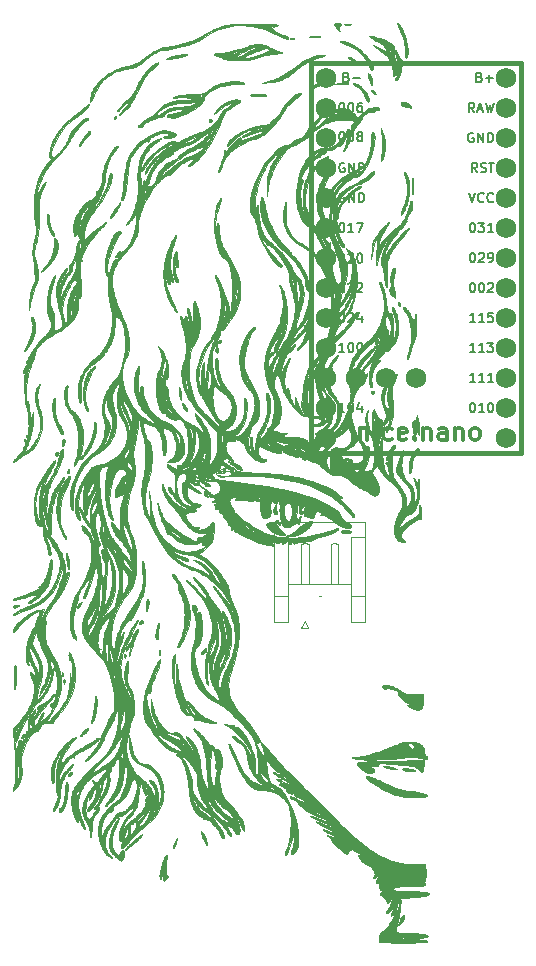
<source format=gbr>
%TF.GenerationSoftware,KiCad,Pcbnew,(6.0.4)*%
%TF.CreationDate,2022-05-15T23:18:35+02:00*%
%TF.ProjectId,Diom-35SP_PCB,44696f6d-2d33-4355-9350-5f5043422e6b,rev?*%
%TF.SameCoordinates,Original*%
%TF.FileFunction,Legend,Top*%
%TF.FilePolarity,Positive*%
%FSLAX46Y46*%
G04 Gerber Fmt 4.6, Leading zero omitted, Abs format (unit mm)*
G04 Created by KiCad (PCBNEW (6.0.4)) date 2022-05-15 23:18:35*
%MOMM*%
%LPD*%
G01*
G04 APERTURE LIST*
%ADD10C,0.076199*%
%ADD11C,0.150000*%
%ADD12C,0.300000*%
%ADD13C,0.120000*%
%ADD14C,0.381000*%
%ADD15C,1.752600*%
G04 APERTURE END LIST*
D10*
G36*
X181472032Y-42007379D02*
G01*
X181503227Y-42008549D01*
X181533946Y-42010498D01*
X181563953Y-42013228D01*
X181593011Y-42016738D01*
X181620881Y-42021027D01*
X181647327Y-42026096D01*
X181672111Y-42031946D01*
X181683372Y-42035047D01*
X181693291Y-42038109D01*
X181701884Y-42041127D01*
X181709165Y-42044099D01*
X181715148Y-42047019D01*
X181719850Y-42049885D01*
X181723283Y-42052692D01*
X181725465Y-42055437D01*
X181726090Y-42056784D01*
X181726408Y-42058115D01*
X181726420Y-42059428D01*
X181726129Y-42060722D01*
X181725535Y-42061998D01*
X181724641Y-42063256D01*
X181721960Y-42065711D01*
X181718101Y-42068084D01*
X181713078Y-42070372D01*
X181706906Y-42072569D01*
X181699600Y-42074674D01*
X181691176Y-42076680D01*
X181681647Y-42078585D01*
X181671028Y-42080385D01*
X181659335Y-42082076D01*
X181632785Y-42085115D01*
X181602115Y-42087671D01*
X181567443Y-42089713D01*
X181528888Y-42091210D01*
X181486569Y-42092131D01*
X181440604Y-42092445D01*
X181352318Y-42091210D01*
X181313763Y-42089713D01*
X181279090Y-42087671D01*
X181248419Y-42085115D01*
X181221868Y-42082076D01*
X181199556Y-42078585D01*
X181181603Y-42074673D01*
X181168125Y-42070371D01*
X181159243Y-42065710D01*
X181156563Y-42063255D01*
X181155075Y-42060721D01*
X181154796Y-42058114D01*
X181155740Y-42055436D01*
X181157921Y-42052691D01*
X181161356Y-42049884D01*
X181172042Y-42044098D01*
X181187916Y-42038108D01*
X181209098Y-42031946D01*
X181209090Y-42031946D01*
X181233874Y-42026096D01*
X181260320Y-42021027D01*
X181288191Y-42016738D01*
X181317248Y-42013228D01*
X181347255Y-42010498D01*
X181377975Y-42008549D01*
X181409169Y-42007379D01*
X181440601Y-42006989D01*
X181472032Y-42007379D01*
G37*
X181472032Y-42007379D02*
X181503227Y-42008549D01*
X181533946Y-42010498D01*
X181563953Y-42013228D01*
X181593011Y-42016738D01*
X181620881Y-42021027D01*
X181647327Y-42026096D01*
X181672111Y-42031946D01*
X181683372Y-42035047D01*
X181693291Y-42038109D01*
X181701884Y-42041127D01*
X181709165Y-42044099D01*
X181715148Y-42047019D01*
X181719850Y-42049885D01*
X181723283Y-42052692D01*
X181725465Y-42055437D01*
X181726090Y-42056784D01*
X181726408Y-42058115D01*
X181726420Y-42059428D01*
X181726129Y-42060722D01*
X181725535Y-42061998D01*
X181724641Y-42063256D01*
X181721960Y-42065711D01*
X181718101Y-42068084D01*
X181713078Y-42070372D01*
X181706906Y-42072569D01*
X181699600Y-42074674D01*
X181691176Y-42076680D01*
X181681647Y-42078585D01*
X181671028Y-42080385D01*
X181659335Y-42082076D01*
X181632785Y-42085115D01*
X181602115Y-42087671D01*
X181567443Y-42089713D01*
X181528888Y-42091210D01*
X181486569Y-42092131D01*
X181440604Y-42092445D01*
X181352318Y-42091210D01*
X181313763Y-42089713D01*
X181279090Y-42087671D01*
X181248419Y-42085115D01*
X181221868Y-42082076D01*
X181199556Y-42078585D01*
X181181603Y-42074673D01*
X181168125Y-42070371D01*
X181159243Y-42065710D01*
X181156563Y-42063255D01*
X181155075Y-42060721D01*
X181154796Y-42058114D01*
X181155740Y-42055436D01*
X181157921Y-42052691D01*
X181161356Y-42049884D01*
X181172042Y-42044098D01*
X181187916Y-42038108D01*
X181209098Y-42031946D01*
X181209090Y-42031946D01*
X181233874Y-42026096D01*
X181260320Y-42021027D01*
X181288191Y-42016738D01*
X181317248Y-42013228D01*
X181347255Y-42010498D01*
X181377975Y-42008549D01*
X181409169Y-42007379D01*
X181440601Y-42006989D01*
X181472032Y-42007379D01*
G36*
X180645477Y-41991247D02*
G01*
X180691152Y-41992544D01*
X180731020Y-41994878D01*
X180765220Y-41998389D01*
X180793890Y-42003217D01*
X180806195Y-42006170D01*
X180817169Y-42009504D01*
X180826830Y-42013238D01*
X180835196Y-42017389D01*
X180842283Y-42021976D01*
X180848109Y-42027014D01*
X180852691Y-42032523D01*
X180856046Y-42038518D01*
X180858193Y-42045019D01*
X180859148Y-42052043D01*
X180858928Y-42059607D01*
X180857552Y-42067729D01*
X180855035Y-42076426D01*
X180851396Y-42085716D01*
X180846652Y-42095616D01*
X180840821Y-42106145D01*
X180825963Y-42129156D01*
X180806963Y-42154890D01*
X180783958Y-42183488D01*
X180768113Y-42203829D01*
X180753582Y-42225004D01*
X180740403Y-42246846D01*
X180728613Y-42269183D01*
X180718250Y-42291848D01*
X180709354Y-42314669D01*
X180701962Y-42337478D01*
X180696112Y-42360105D01*
X180691843Y-42382380D01*
X180689192Y-42404134D01*
X180688199Y-42425197D01*
X180688901Y-42445400D01*
X180691337Y-42464573D01*
X180695544Y-42482546D01*
X180698324Y-42491030D01*
X180701561Y-42499151D01*
X180705260Y-42506887D01*
X180709426Y-42514217D01*
X180725333Y-42540504D01*
X180738923Y-42564096D01*
X180750276Y-42585054D01*
X180759469Y-42603439D01*
X180766582Y-42619312D01*
X180771693Y-42632735D01*
X180774882Y-42643767D01*
X180776228Y-42652471D01*
X180775809Y-42658908D01*
X180774963Y-42661295D01*
X180773705Y-42663138D01*
X180772045Y-42664444D01*
X180769993Y-42665222D01*
X180764754Y-42665222D01*
X180758065Y-42663199D01*
X180750006Y-42659214D01*
X180740657Y-42653327D01*
X180730094Y-42645601D01*
X180718398Y-42636095D01*
X180705648Y-42624872D01*
X180677299Y-42597516D01*
X180645678Y-42564022D01*
X180611416Y-42524878D01*
X180575145Y-42480572D01*
X180537495Y-42431594D01*
X180499099Y-42378432D01*
X180460586Y-42321575D01*
X180460578Y-42321575D01*
X180391282Y-42214328D01*
X180364651Y-42170724D01*
X180343610Y-42133192D01*
X180335243Y-42116562D01*
X180328342Y-42101279D01*
X180322930Y-42087287D01*
X180319030Y-42074528D01*
X180316665Y-42062946D01*
X180315858Y-42052485D01*
X180316632Y-42043086D01*
X180319009Y-42034694D01*
X180323013Y-42027251D01*
X180328666Y-42020701D01*
X180335992Y-42014986D01*
X180345014Y-42010049D01*
X180355754Y-42005835D01*
X180368235Y-42002286D01*
X180382480Y-41999344D01*
X180398512Y-41996954D01*
X180436029Y-41993599D01*
X180480970Y-41991766D01*
X180533518Y-41991000D01*
X180593856Y-41990846D01*
X180645477Y-41991247D01*
G37*
X180645477Y-41991247D02*
X180691152Y-41992544D01*
X180731020Y-41994878D01*
X180765220Y-41998389D01*
X180793890Y-42003217D01*
X180806195Y-42006170D01*
X180817169Y-42009504D01*
X180826830Y-42013238D01*
X180835196Y-42017389D01*
X180842283Y-42021976D01*
X180848109Y-42027014D01*
X180852691Y-42032523D01*
X180856046Y-42038518D01*
X180858193Y-42045019D01*
X180859148Y-42052043D01*
X180858928Y-42059607D01*
X180857552Y-42067729D01*
X180855035Y-42076426D01*
X180851396Y-42085716D01*
X180846652Y-42095616D01*
X180840821Y-42106145D01*
X180825963Y-42129156D01*
X180806963Y-42154890D01*
X180783958Y-42183488D01*
X180768113Y-42203829D01*
X180753582Y-42225004D01*
X180740403Y-42246846D01*
X180728613Y-42269183D01*
X180718250Y-42291848D01*
X180709354Y-42314669D01*
X180701962Y-42337478D01*
X180696112Y-42360105D01*
X180691843Y-42382380D01*
X180689192Y-42404134D01*
X180688199Y-42425197D01*
X180688901Y-42445400D01*
X180691337Y-42464573D01*
X180695544Y-42482546D01*
X180698324Y-42491030D01*
X180701561Y-42499151D01*
X180705260Y-42506887D01*
X180709426Y-42514217D01*
X180725333Y-42540504D01*
X180738923Y-42564096D01*
X180750276Y-42585054D01*
X180759469Y-42603439D01*
X180766582Y-42619312D01*
X180771693Y-42632735D01*
X180774882Y-42643767D01*
X180776228Y-42652471D01*
X180775809Y-42658908D01*
X180774963Y-42661295D01*
X180773705Y-42663138D01*
X180772045Y-42664444D01*
X180769993Y-42665222D01*
X180764754Y-42665222D01*
X180758065Y-42663199D01*
X180750006Y-42659214D01*
X180740657Y-42653327D01*
X180730094Y-42645601D01*
X180718398Y-42636095D01*
X180705648Y-42624872D01*
X180677299Y-42597516D01*
X180645678Y-42564022D01*
X180611416Y-42524878D01*
X180575145Y-42480572D01*
X180537495Y-42431594D01*
X180499099Y-42378432D01*
X180460586Y-42321575D01*
X180460578Y-42321575D01*
X180391282Y-42214328D01*
X180364651Y-42170724D01*
X180343610Y-42133192D01*
X180335243Y-42116562D01*
X180328342Y-42101279D01*
X180322930Y-42087287D01*
X180319030Y-42074528D01*
X180316665Y-42062946D01*
X180315858Y-42052485D01*
X180316632Y-42043086D01*
X180319009Y-42034694D01*
X180323013Y-42027251D01*
X180328666Y-42020701D01*
X180335992Y-42014986D01*
X180345014Y-42010049D01*
X180355754Y-42005835D01*
X180368235Y-42002286D01*
X180382480Y-41999344D01*
X180398512Y-41996954D01*
X180436029Y-41993599D01*
X180480970Y-41991766D01*
X180533518Y-41991000D01*
X180593856Y-41990846D01*
X180645477Y-41991247D01*
G36*
X178760890Y-43065405D02*
G01*
X178856317Y-43069668D01*
X178945776Y-43076771D01*
X179026282Y-43086717D01*
X179059567Y-43092331D01*
X179084512Y-43097787D01*
X179093916Y-43100447D01*
X179101304Y-43103058D01*
X179106701Y-43105615D01*
X179110129Y-43108115D01*
X179111112Y-43109342D01*
X179111612Y-43110554D01*
X179111632Y-43111750D01*
X179111174Y-43112930D01*
X179108837Y-43115237D01*
X179104625Y-43117474D01*
X179098561Y-43119636D01*
X179090668Y-43121720D01*
X179080970Y-43123722D01*
X179069491Y-43125638D01*
X179041278Y-43129202D01*
X179006218Y-43132382D01*
X178964496Y-43135151D01*
X178916298Y-43137479D01*
X178861811Y-43139339D01*
X178801222Y-43140703D01*
X178734717Y-43141542D01*
X178662482Y-43141828D01*
X178523747Y-43140703D01*
X178408672Y-43137479D01*
X178318751Y-43132383D01*
X178255476Y-43125639D01*
X178234297Y-43121720D01*
X178220339Y-43117475D01*
X178213788Y-43112930D01*
X178213349Y-43110555D01*
X178214831Y-43108116D01*
X178223655Y-43103059D01*
X178240446Y-43097788D01*
X178265390Y-43092331D01*
X178298675Y-43086717D01*
X178379182Y-43076771D01*
X178468641Y-43069668D01*
X178564068Y-43065405D01*
X178662479Y-43063985D01*
X178760890Y-43065405D01*
G37*
X178760890Y-43065405D02*
X178856317Y-43069668D01*
X178945776Y-43076771D01*
X179026282Y-43086717D01*
X179059567Y-43092331D01*
X179084512Y-43097787D01*
X179093916Y-43100447D01*
X179101304Y-43103058D01*
X179106701Y-43105615D01*
X179110129Y-43108115D01*
X179111112Y-43109342D01*
X179111612Y-43110554D01*
X179111632Y-43111750D01*
X179111174Y-43112930D01*
X179108837Y-43115237D01*
X179104625Y-43117474D01*
X179098561Y-43119636D01*
X179090668Y-43121720D01*
X179080970Y-43123722D01*
X179069491Y-43125638D01*
X179041278Y-43129202D01*
X179006218Y-43132382D01*
X178964496Y-43135151D01*
X178916298Y-43137479D01*
X178861811Y-43139339D01*
X178801222Y-43140703D01*
X178734717Y-43141542D01*
X178662482Y-43141828D01*
X178523747Y-43140703D01*
X178408672Y-43137479D01*
X178318751Y-43132383D01*
X178255476Y-43125639D01*
X178234297Y-43121720D01*
X178220339Y-43117475D01*
X178213788Y-43112930D01*
X178213349Y-43110555D01*
X178214831Y-43108116D01*
X178223655Y-43103059D01*
X178240446Y-43097788D01*
X178265390Y-43092331D01*
X178298675Y-43086717D01*
X178379182Y-43076771D01*
X178468641Y-43069668D01*
X178564068Y-43065405D01*
X178662479Y-43063985D01*
X178760890Y-43065405D01*
G36*
X176799404Y-43197800D02*
G01*
X176816315Y-43198990D01*
X176832492Y-43201139D01*
X176847805Y-43204239D01*
X176862124Y-43208286D01*
X176875319Y-43213275D01*
X176887260Y-43219201D01*
X176897817Y-43226057D01*
X176902536Y-43229832D01*
X176906860Y-43233838D01*
X176910624Y-43237922D01*
X176913685Y-43241926D01*
X176916052Y-43245847D01*
X176917737Y-43249681D01*
X176918751Y-43253422D01*
X176919010Y-43255257D01*
X176919105Y-43257067D01*
X176919039Y-43258852D01*
X176918811Y-43260610D01*
X176918424Y-43262343D01*
X176917879Y-43264048D01*
X176916321Y-43267376D01*
X176914148Y-43270590D01*
X176911370Y-43273685D01*
X176908000Y-43276656D01*
X176904048Y-43279499D01*
X176899525Y-43282211D01*
X176894442Y-43284785D01*
X176888811Y-43287219D01*
X176882643Y-43289506D01*
X176875949Y-43291644D01*
X176868740Y-43293627D01*
X176861026Y-43295451D01*
X176852821Y-43297112D01*
X176844133Y-43298605D01*
X176834975Y-43299925D01*
X176825358Y-43301069D01*
X176815293Y-43302032D01*
X176804790Y-43302809D01*
X176793862Y-43303395D01*
X176782519Y-43303787D01*
X176770772Y-43303981D01*
X176758633Y-43303970D01*
X176746113Y-43303752D01*
X176733222Y-43303321D01*
X176705768Y-43301841D01*
X176681212Y-43299796D01*
X176659574Y-43297206D01*
X176640876Y-43294093D01*
X176625138Y-43290476D01*
X176612380Y-43286377D01*
X176607126Y-43284153D01*
X176602624Y-43281816D01*
X176598878Y-43279369D01*
X176595890Y-43276814D01*
X176593663Y-43274154D01*
X176592199Y-43271391D01*
X176591501Y-43268529D01*
X176591571Y-43265569D01*
X176592413Y-43262514D01*
X176594028Y-43259367D01*
X176596419Y-43256131D01*
X176599589Y-43252807D01*
X176603541Y-43249399D01*
X176608276Y-43245909D01*
X176620109Y-43238694D01*
X176635109Y-43231183D01*
X176653297Y-43223396D01*
X176653297Y-43223394D01*
X176671399Y-43216730D01*
X176689807Y-43211067D01*
X176708391Y-43206399D01*
X176727022Y-43202721D01*
X176745568Y-43200028D01*
X176763901Y-43198313D01*
X176781890Y-43197572D01*
X176799404Y-43197800D01*
G37*
X176799404Y-43197800D02*
X176816315Y-43198990D01*
X176832492Y-43201139D01*
X176847805Y-43204239D01*
X176862124Y-43208286D01*
X176875319Y-43213275D01*
X176887260Y-43219201D01*
X176897817Y-43226057D01*
X176902536Y-43229832D01*
X176906860Y-43233838D01*
X176910624Y-43237922D01*
X176913685Y-43241926D01*
X176916052Y-43245847D01*
X176917737Y-43249681D01*
X176918751Y-43253422D01*
X176919010Y-43255257D01*
X176919105Y-43257067D01*
X176919039Y-43258852D01*
X176918811Y-43260610D01*
X176918424Y-43262343D01*
X176917879Y-43264048D01*
X176916321Y-43267376D01*
X176914148Y-43270590D01*
X176911370Y-43273685D01*
X176908000Y-43276656D01*
X176904048Y-43279499D01*
X176899525Y-43282211D01*
X176894442Y-43284785D01*
X176888811Y-43287219D01*
X176882643Y-43289506D01*
X176875949Y-43291644D01*
X176868740Y-43293627D01*
X176861026Y-43295451D01*
X176852821Y-43297112D01*
X176844133Y-43298605D01*
X176834975Y-43299925D01*
X176825358Y-43301069D01*
X176815293Y-43302032D01*
X176804790Y-43302809D01*
X176793862Y-43303395D01*
X176782519Y-43303787D01*
X176770772Y-43303981D01*
X176758633Y-43303970D01*
X176746113Y-43303752D01*
X176733222Y-43303321D01*
X176705768Y-43301841D01*
X176681212Y-43299796D01*
X176659574Y-43297206D01*
X176640876Y-43294093D01*
X176625138Y-43290476D01*
X176612380Y-43286377D01*
X176607126Y-43284153D01*
X176602624Y-43281816D01*
X176598878Y-43279369D01*
X176595890Y-43276814D01*
X176593663Y-43274154D01*
X176592199Y-43271391D01*
X176591501Y-43268529D01*
X176591571Y-43265569D01*
X176592413Y-43262514D01*
X176594028Y-43259367D01*
X176596419Y-43256131D01*
X176599589Y-43252807D01*
X176603541Y-43249399D01*
X176608276Y-43245909D01*
X176620109Y-43238694D01*
X176635109Y-43231183D01*
X176653297Y-43223396D01*
X176653297Y-43223394D01*
X176671399Y-43216730D01*
X176689807Y-43211067D01*
X176708391Y-43206399D01*
X176727022Y-43202721D01*
X176745568Y-43200028D01*
X176763901Y-43198313D01*
X176781890Y-43197572D01*
X176799404Y-43197800D01*
G36*
X185711438Y-41996651D02*
G01*
X185746777Y-42013649D01*
X185783405Y-42041212D01*
X185821123Y-42078713D01*
X185859731Y-42125524D01*
X185899032Y-42181019D01*
X185978910Y-42315550D01*
X186059165Y-42477287D01*
X186138204Y-42661212D01*
X186214434Y-42862308D01*
X186286261Y-43075555D01*
X186352092Y-43295935D01*
X186410335Y-43518431D01*
X186459396Y-43738025D01*
X186497683Y-43949697D01*
X186523602Y-44148431D01*
X186535559Y-44329208D01*
X186535805Y-44411294D01*
X186531963Y-44487009D01*
X186523835Y-44555726D01*
X186511220Y-44616817D01*
X186486401Y-44704494D01*
X186474258Y-44742010D01*
X186462312Y-44775348D01*
X186450577Y-44804536D01*
X186439066Y-44829603D01*
X186427795Y-44850576D01*
X186416777Y-44867483D01*
X186406026Y-44880353D01*
X186395556Y-44889214D01*
X186385382Y-44894094D01*
X186375517Y-44895020D01*
X186365976Y-44892021D01*
X186356773Y-44885125D01*
X186347921Y-44874360D01*
X186339436Y-44859754D01*
X186331330Y-44841335D01*
X186323619Y-44819131D01*
X186316316Y-44793171D01*
X186309435Y-44763482D01*
X186302991Y-44730092D01*
X186296997Y-44693030D01*
X186286418Y-44608000D01*
X186277810Y-44508617D01*
X186271286Y-44395106D01*
X186266960Y-44267691D01*
X186264943Y-44126596D01*
X186264936Y-44126598D01*
X186263308Y-44021064D01*
X186259469Y-43919737D01*
X186253302Y-43822133D01*
X186244688Y-43727767D01*
X186233509Y-43636154D01*
X186219648Y-43546810D01*
X186202985Y-43459250D01*
X186183402Y-43372990D01*
X186160782Y-43287545D01*
X186135007Y-43202430D01*
X186105957Y-43117161D01*
X186073516Y-43031253D01*
X186037565Y-42944222D01*
X185997985Y-42855582D01*
X185954659Y-42764850D01*
X185907468Y-42671540D01*
X185839042Y-42534803D01*
X185780071Y-42407240D01*
X185731497Y-42291641D01*
X185711403Y-42239201D01*
X185694263Y-42190800D01*
X185680193Y-42146786D01*
X185669312Y-42107508D01*
X185661737Y-42073315D01*
X185657587Y-42044557D01*
X185656979Y-42021582D01*
X185660031Y-42004739D01*
X185662966Y-41998726D01*
X185666861Y-41994377D01*
X185671730Y-41991736D01*
X185677587Y-41990846D01*
X185711438Y-41996651D01*
G37*
X185711438Y-41996651D02*
X185746777Y-42013649D01*
X185783405Y-42041212D01*
X185821123Y-42078713D01*
X185859731Y-42125524D01*
X185899032Y-42181019D01*
X185978910Y-42315550D01*
X186059165Y-42477287D01*
X186138204Y-42661212D01*
X186214434Y-42862308D01*
X186286261Y-43075555D01*
X186352092Y-43295935D01*
X186410335Y-43518431D01*
X186459396Y-43738025D01*
X186497683Y-43949697D01*
X186523602Y-44148431D01*
X186535559Y-44329208D01*
X186535805Y-44411294D01*
X186531963Y-44487009D01*
X186523835Y-44555726D01*
X186511220Y-44616817D01*
X186486401Y-44704494D01*
X186474258Y-44742010D01*
X186462312Y-44775348D01*
X186450577Y-44804536D01*
X186439066Y-44829603D01*
X186427795Y-44850576D01*
X186416777Y-44867483D01*
X186406026Y-44880353D01*
X186395556Y-44889214D01*
X186385382Y-44894094D01*
X186375517Y-44895020D01*
X186365976Y-44892021D01*
X186356773Y-44885125D01*
X186347921Y-44874360D01*
X186339436Y-44859754D01*
X186331330Y-44841335D01*
X186323619Y-44819131D01*
X186316316Y-44793171D01*
X186309435Y-44763482D01*
X186302991Y-44730092D01*
X186296997Y-44693030D01*
X186286418Y-44608000D01*
X186277810Y-44508617D01*
X186271286Y-44395106D01*
X186266960Y-44267691D01*
X186264943Y-44126596D01*
X186264936Y-44126598D01*
X186263308Y-44021064D01*
X186259469Y-43919737D01*
X186253302Y-43822133D01*
X186244688Y-43727767D01*
X186233509Y-43636154D01*
X186219648Y-43546810D01*
X186202985Y-43459250D01*
X186183402Y-43372990D01*
X186160782Y-43287545D01*
X186135007Y-43202430D01*
X186105957Y-43117161D01*
X186073516Y-43031253D01*
X186037565Y-42944222D01*
X185997985Y-42855582D01*
X185954659Y-42764850D01*
X185907468Y-42671540D01*
X185839042Y-42534803D01*
X185780071Y-42407240D01*
X185731497Y-42291641D01*
X185711403Y-42239201D01*
X185694263Y-42190800D01*
X185680193Y-42146786D01*
X185669312Y-42107508D01*
X185661737Y-42073315D01*
X185657587Y-42044557D01*
X185656979Y-42021582D01*
X185660031Y-42004739D01*
X185662966Y-41998726D01*
X185666861Y-41994377D01*
X185671730Y-41991736D01*
X185677587Y-41990846D01*
X185711438Y-41996651D01*
G36*
X167803016Y-44576690D02*
G01*
X167827455Y-44581890D01*
X167844933Y-44589305D01*
X167851813Y-44594410D01*
X167856568Y-44599880D01*
X167859239Y-44605698D01*
X167859867Y-44611847D01*
X167858492Y-44618311D01*
X167855154Y-44625074D01*
X167849894Y-44632117D01*
X167842753Y-44639425D01*
X167833771Y-44646980D01*
X167822989Y-44654767D01*
X167810447Y-44662768D01*
X167796186Y-44670966D01*
X167780246Y-44679345D01*
X167762668Y-44687888D01*
X167722759Y-44705399D01*
X167676785Y-44723365D01*
X167625069Y-44741652D01*
X167567935Y-44760126D01*
X167505708Y-44778653D01*
X167438713Y-44797099D01*
X167367273Y-44815331D01*
X167291713Y-44833214D01*
X167212357Y-44850614D01*
X166906383Y-44913489D01*
X166652758Y-44961873D01*
X166449618Y-44995951D01*
X166295102Y-45015908D01*
X166235496Y-45020648D01*
X166187347Y-45021926D01*
X166150423Y-45019767D01*
X166124490Y-45014192D01*
X166109317Y-45005225D01*
X166105692Y-44999477D01*
X166104670Y-44992890D01*
X166110316Y-44977208D01*
X166126023Y-44958203D01*
X166144306Y-44943114D01*
X166169500Y-44927262D01*
X166238768Y-44893666D01*
X166330126Y-44858212D01*
X166439876Y-44821692D01*
X166564318Y-44784900D01*
X166699753Y-44748630D01*
X166988808Y-44680833D01*
X167277446Y-44624651D01*
X167412361Y-44602900D01*
X167536075Y-44586435D01*
X167644888Y-44576049D01*
X167735101Y-44572536D01*
X167803016Y-44576690D01*
G37*
X167803016Y-44576690D02*
X167827455Y-44581890D01*
X167844933Y-44589305D01*
X167851813Y-44594410D01*
X167856568Y-44599880D01*
X167859239Y-44605698D01*
X167859867Y-44611847D01*
X167858492Y-44618311D01*
X167855154Y-44625074D01*
X167849894Y-44632117D01*
X167842753Y-44639425D01*
X167833771Y-44646980D01*
X167822989Y-44654767D01*
X167810447Y-44662768D01*
X167796186Y-44670966D01*
X167780246Y-44679345D01*
X167762668Y-44687888D01*
X167722759Y-44705399D01*
X167676785Y-44723365D01*
X167625069Y-44741652D01*
X167567935Y-44760126D01*
X167505708Y-44778653D01*
X167438713Y-44797099D01*
X167367273Y-44815331D01*
X167291713Y-44833214D01*
X167212357Y-44850614D01*
X166906383Y-44913489D01*
X166652758Y-44961873D01*
X166449618Y-44995951D01*
X166295102Y-45015908D01*
X166235496Y-45020648D01*
X166187347Y-45021926D01*
X166150423Y-45019767D01*
X166124490Y-45014192D01*
X166109317Y-45005225D01*
X166105692Y-44999477D01*
X166104670Y-44992890D01*
X166110316Y-44977208D01*
X166126023Y-44958203D01*
X166144306Y-44943114D01*
X166169500Y-44927262D01*
X166238768Y-44893666D01*
X166330126Y-44858212D01*
X166439876Y-44821692D01*
X166564318Y-44784900D01*
X166699753Y-44748630D01*
X166988808Y-44680833D01*
X167277446Y-44624651D01*
X167412361Y-44602900D01*
X167536075Y-44586435D01*
X167644888Y-44576049D01*
X167735101Y-44572536D01*
X167803016Y-44576690D01*
G36*
X170441692Y-44777505D02*
G01*
X170346486Y-44734348D01*
X170301392Y-44711666D01*
X170917693Y-44711666D01*
X170917901Y-44713094D01*
X170918325Y-44714501D01*
X170918963Y-44715888D01*
X170919815Y-44717253D01*
X170920878Y-44718596D01*
X170923634Y-44721214D01*
X170927222Y-44723736D01*
X170931630Y-44726160D01*
X170936848Y-44728481D01*
X170942865Y-44730694D01*
X170949672Y-44732796D01*
X170957256Y-44734781D01*
X170965609Y-44736646D01*
X170974718Y-44738386D01*
X170984574Y-44739998D01*
X170995165Y-44741476D01*
X171006482Y-44742817D01*
X171018514Y-44744016D01*
X171031249Y-44745069D01*
X171044678Y-44745972D01*
X171058790Y-44746720D01*
X171073575Y-44747310D01*
X171089021Y-44747736D01*
X171121856Y-44748082D01*
X171154688Y-44747736D01*
X171184917Y-44746720D01*
X171212457Y-44745069D01*
X171237223Y-44742817D01*
X171259132Y-44739998D01*
X171278097Y-44736647D01*
X171294034Y-44732796D01*
X171306858Y-44728482D01*
X171316485Y-44723737D01*
X171320073Y-44721214D01*
X171322830Y-44718597D01*
X171324745Y-44715889D01*
X171325808Y-44713095D01*
X171326008Y-44710219D01*
X171325334Y-44707265D01*
X171323776Y-44704238D01*
X171321323Y-44701142D01*
X171317965Y-44697981D01*
X171313691Y-44694760D01*
X171302352Y-44688153D01*
X171287223Y-44681356D01*
X171287215Y-44681356D01*
X171269512Y-44674905D01*
X171250622Y-44669314D01*
X171230715Y-44664583D01*
X171209960Y-44660712D01*
X171188526Y-44657702D01*
X171166584Y-44655551D01*
X171144303Y-44654261D01*
X171121852Y-44653831D01*
X171099401Y-44654261D01*
X171077120Y-44655551D01*
X171055178Y-44657702D01*
X171033745Y-44660712D01*
X171012989Y-44664583D01*
X170993082Y-44669314D01*
X170974192Y-44674905D01*
X170956489Y-44681356D01*
X170948445Y-44684776D01*
X170941359Y-44688153D01*
X170935221Y-44691482D01*
X170930020Y-44694759D01*
X170925746Y-44697981D01*
X170922388Y-44701141D01*
X170919934Y-44704237D01*
X170919044Y-44705760D01*
X170918376Y-44707264D01*
X170917929Y-44708750D01*
X170917702Y-44710218D01*
X170917693Y-44711666D01*
X170301392Y-44711666D01*
X170268863Y-44695303D01*
X170208747Y-44660256D01*
X170166062Y-44629091D01*
X170151234Y-44614929D01*
X170149216Y-44612385D01*
X171559598Y-44612385D01*
X171559656Y-44615783D01*
X171560574Y-44618766D01*
X171562366Y-44621324D01*
X171565044Y-44623444D01*
X171568620Y-44625115D01*
X171573108Y-44626322D01*
X171578520Y-44627056D01*
X171584869Y-44627303D01*
X171600061Y-44626322D01*
X171618194Y-44623444D01*
X171639030Y-44618766D01*
X171662332Y-44612385D01*
X171687863Y-44604398D01*
X171715385Y-44594901D01*
X171744660Y-44583991D01*
X171775452Y-44571766D01*
X171807523Y-44558323D01*
X171840635Y-44543758D01*
X171874552Y-44528168D01*
X171909035Y-44511651D01*
X171943848Y-44494302D01*
X171978753Y-44476220D01*
X172013512Y-44457501D01*
X172047889Y-44438241D01*
X172080893Y-44418982D01*
X172111625Y-44400262D01*
X172139984Y-44382180D01*
X172165866Y-44364832D01*
X172189172Y-44348314D01*
X172209799Y-44332724D01*
X172227644Y-44318159D01*
X172242607Y-44304716D01*
X172254586Y-44292491D01*
X172263479Y-44281582D01*
X172269184Y-44272085D01*
X172270809Y-44267896D01*
X172271599Y-44264097D01*
X172271541Y-44260700D01*
X172270623Y-44257716D01*
X172268832Y-44255158D01*
X172266154Y-44253038D01*
X172262578Y-44251368D01*
X172258090Y-44250160D01*
X172252678Y-44249426D01*
X172246330Y-44249179D01*
X172231137Y-44250160D01*
X172213004Y-44253038D01*
X172192168Y-44257716D01*
X172168866Y-44264097D01*
X172143335Y-44272085D01*
X172115813Y-44281582D01*
X172086538Y-44292491D01*
X172055745Y-44304716D01*
X172023674Y-44318159D01*
X171990561Y-44332724D01*
X171956644Y-44348314D01*
X171922160Y-44364832D01*
X171887346Y-44382180D01*
X171852440Y-44400262D01*
X171817680Y-44418982D01*
X171783302Y-44438241D01*
X171750297Y-44457501D01*
X171719566Y-44476220D01*
X171691208Y-44494302D01*
X171665325Y-44511651D01*
X171642020Y-44528168D01*
X171621394Y-44543758D01*
X171603549Y-44558323D01*
X171588587Y-44571766D01*
X171576609Y-44583991D01*
X171567717Y-44594901D01*
X171562013Y-44604398D01*
X171560388Y-44608586D01*
X171559598Y-44612385D01*
X170149216Y-44612385D01*
X170140736Y-44601694D01*
X170134558Y-44589373D01*
X170132692Y-44577950D01*
X170135127Y-44567412D01*
X170141855Y-44557745D01*
X170152866Y-44548933D01*
X170168151Y-44540962D01*
X170187700Y-44533819D01*
X170211505Y-44527489D01*
X170271841Y-44517209D01*
X170349086Y-44510009D01*
X170443164Y-44505773D01*
X170554000Y-44504386D01*
X170611396Y-44503349D01*
X170672948Y-44500307D01*
X170806265Y-44488617D01*
X170949435Y-44470134D01*
X171097942Y-44445680D01*
X171247270Y-44416073D01*
X171392903Y-44382134D01*
X171530325Y-44344681D01*
X171594546Y-44324894D01*
X171655021Y-44304536D01*
X171769954Y-44265539D01*
X171879397Y-44231378D01*
X171980796Y-44202643D01*
X172071595Y-44179922D01*
X172149242Y-44163804D01*
X172182335Y-44158405D01*
X172211182Y-44154878D01*
X172235464Y-44153296D01*
X172254861Y-44153733D01*
X172269054Y-44156263D01*
X172277724Y-44160958D01*
X172281330Y-44163515D01*
X172286318Y-44165392D01*
X172292650Y-44166600D01*
X172300285Y-44167152D01*
X172319313Y-44166338D01*
X172343091Y-44163051D01*
X172371307Y-44157388D01*
X172403649Y-44149451D01*
X172439806Y-44139338D01*
X172479467Y-44127148D01*
X172522319Y-44112982D01*
X172568051Y-44096940D01*
X172616351Y-44079119D01*
X172666909Y-44059621D01*
X172719411Y-44038544D01*
X172773548Y-44015988D01*
X172829006Y-43992053D01*
X172885474Y-43966838D01*
X173023720Y-43907365D01*
X173158165Y-43856362D01*
X173289281Y-43813846D01*
X173417536Y-43779835D01*
X173543401Y-43754345D01*
X173667345Y-43737395D01*
X173789838Y-43729002D01*
X173911350Y-43729182D01*
X174032349Y-43737954D01*
X174153307Y-43755334D01*
X174274692Y-43781340D01*
X174396974Y-43815989D01*
X174520624Y-43859299D01*
X174646110Y-43911287D01*
X174773903Y-43971970D01*
X174904472Y-44041366D01*
X175027874Y-44107802D01*
X175151513Y-44169782D01*
X175272072Y-44225948D01*
X175386236Y-44274943D01*
X175490692Y-44315412D01*
X175582123Y-44345998D01*
X175621919Y-44357161D01*
X175657215Y-44365344D01*
X175687598Y-44370378D01*
X175712653Y-44372094D01*
X175760976Y-44372662D01*
X175802686Y-44374322D01*
X175837996Y-44377005D01*
X175867113Y-44380643D01*
X175890249Y-44385169D01*
X175907613Y-44390516D01*
X175919415Y-44396614D01*
X175925865Y-44403398D01*
X175927149Y-44407025D01*
X175927173Y-44410798D01*
X175923549Y-44418747D01*
X175915203Y-44427178D01*
X175902344Y-44436022D01*
X175885183Y-44445212D01*
X175863929Y-44454680D01*
X175809984Y-44474179D01*
X175742188Y-44493977D01*
X175662221Y-44513532D01*
X175571761Y-44532302D01*
X175472487Y-44549745D01*
X175366080Y-44565319D01*
X175254219Y-44578481D01*
X175138583Y-44588690D01*
X175020850Y-44595403D01*
X174946012Y-44599477D01*
X174868969Y-44605661D01*
X174710603Y-44623854D01*
X174550409Y-44648967D01*
X174393047Y-44679985D01*
X174243174Y-44715893D01*
X174172503Y-44735364D01*
X174105451Y-44755677D01*
X174042601Y-44776704D01*
X173984535Y-44798321D01*
X173931836Y-44820398D01*
X173885085Y-44842811D01*
X173755190Y-44900768D01*
X173604162Y-44952132D01*
X173434792Y-44996820D01*
X173249870Y-45034749D01*
X173052188Y-45065837D01*
X172844535Y-45090003D01*
X172629703Y-45107163D01*
X172410481Y-45117236D01*
X172189660Y-45120139D01*
X171970031Y-45115790D01*
X171754384Y-45104107D01*
X171545509Y-45085007D01*
X171346198Y-45058408D01*
X171159241Y-45024227D01*
X170987427Y-44982383D01*
X170833549Y-44932794D01*
X170833549Y-44932796D01*
X170685148Y-44876614D01*
X170607690Y-44845935D01*
X171915354Y-44845935D01*
X171916053Y-44850863D01*
X171919120Y-44854768D01*
X171924538Y-44857671D01*
X171932286Y-44859595D01*
X171942344Y-44860561D01*
X171969311Y-44859711D01*
X172005281Y-44855298D01*
X172050097Y-44847500D01*
X172103599Y-44836494D01*
X172139569Y-44827838D01*
X172709350Y-44827838D01*
X172711104Y-44842048D01*
X172716309Y-44854744D01*
X172724878Y-44865941D01*
X172736725Y-44875653D01*
X172751764Y-44883896D01*
X172769907Y-44890682D01*
X172791069Y-44896027D01*
X172815163Y-44899946D01*
X172842103Y-44902452D01*
X172871802Y-44903561D01*
X172904173Y-44903286D01*
X172939131Y-44901642D01*
X173016461Y-44894306D01*
X173103098Y-44881669D01*
X173198352Y-44863846D01*
X173301531Y-44840952D01*
X173411944Y-44813105D01*
X173528899Y-44780419D01*
X173651704Y-44743011D01*
X173779669Y-44700995D01*
X173912101Y-44654489D01*
X174048309Y-44603608D01*
X174048309Y-44603606D01*
X174194840Y-44545880D01*
X174325856Y-44491424D01*
X174441299Y-44440302D01*
X174541113Y-44392575D01*
X174625239Y-44348306D01*
X174693623Y-44307559D01*
X174746206Y-44270395D01*
X174766555Y-44253177D01*
X174782933Y-44236878D01*
X174795331Y-44221506D01*
X174803745Y-44207069D01*
X174808165Y-44193575D01*
X174808586Y-44181032D01*
X174805000Y-44169447D01*
X174797400Y-44158828D01*
X174785778Y-44149184D01*
X174770129Y-44140522D01*
X174750444Y-44132849D01*
X174726716Y-44126174D01*
X174667105Y-44115848D01*
X174591239Y-44109607D01*
X174499061Y-44107513D01*
X174424131Y-44114131D01*
X174326633Y-44132971D01*
X174210346Y-44162512D01*
X174079053Y-44201232D01*
X173786571Y-44300118D01*
X173479436Y-44417457D01*
X173187897Y-44541073D01*
X173057429Y-44601431D01*
X172942204Y-44658792D01*
X172846002Y-44711635D01*
X172772605Y-44758438D01*
X172725794Y-44797680D01*
X172713540Y-44813990D01*
X172709350Y-44827838D01*
X172139569Y-44827838D01*
X172144655Y-44826614D01*
X172187878Y-44814402D01*
X172232902Y-44800031D01*
X172279363Y-44783677D01*
X172326894Y-44765513D01*
X172375131Y-44745714D01*
X172423709Y-44724455D01*
X172472262Y-44701910D01*
X172520425Y-44678253D01*
X172567833Y-44653659D01*
X172614120Y-44628302D01*
X172658922Y-44602358D01*
X172701874Y-44575999D01*
X172742609Y-44549402D01*
X172780763Y-44522739D01*
X172815971Y-44496186D01*
X172850070Y-44470069D01*
X172884972Y-44444685D01*
X172920420Y-44420164D01*
X172956160Y-44396638D01*
X172991936Y-44374239D01*
X173027491Y-44353098D01*
X173062571Y-44333347D01*
X173096919Y-44315116D01*
X173130281Y-44298539D01*
X173162399Y-44283745D01*
X173193019Y-44270866D01*
X173221885Y-44260034D01*
X173248742Y-44251381D01*
X173273333Y-44245037D01*
X173295403Y-44241134D01*
X173314696Y-44239804D01*
X173332767Y-44239045D01*
X173351253Y-44236815D01*
X173370019Y-44233191D01*
X173388929Y-44228247D01*
X173407849Y-44222060D01*
X173426644Y-44214702D01*
X173445179Y-44206251D01*
X173463319Y-44196781D01*
X173480929Y-44186366D01*
X173497873Y-44175083D01*
X173514017Y-44163005D01*
X173529226Y-44150209D01*
X173543365Y-44136769D01*
X173556298Y-44122761D01*
X173567892Y-44108259D01*
X173578010Y-44093339D01*
X173589005Y-44073443D01*
X173595895Y-44056062D01*
X173598776Y-44041160D01*
X173597748Y-44028704D01*
X173592908Y-44018656D01*
X173584353Y-44010981D01*
X173572182Y-44005644D01*
X173556492Y-44002610D01*
X173537381Y-44001843D01*
X173514947Y-44003307D01*
X173489287Y-44006968D01*
X173460500Y-44012789D01*
X173428684Y-44020735D01*
X173393936Y-44030770D01*
X173316035Y-44056968D01*
X173227580Y-44091099D01*
X173129354Y-44132879D01*
X173022139Y-44182024D01*
X172906718Y-44238251D01*
X172783874Y-44301275D01*
X172654388Y-44370813D01*
X172519044Y-44446581D01*
X172378623Y-44528295D01*
X172202684Y-44634082D01*
X172069724Y-44717814D01*
X172018965Y-44751852D01*
X171978476Y-44780908D01*
X171948099Y-44805160D01*
X171927675Y-44824785D01*
X171921145Y-44832918D01*
X171917045Y-44839960D01*
X171915354Y-44845935D01*
X170607690Y-44845935D01*
X170554554Y-44824889D01*
X170441692Y-44777505D01*
G37*
X170441692Y-44777505D02*
X170346486Y-44734348D01*
X170301392Y-44711666D01*
X170917693Y-44711666D01*
X170917901Y-44713094D01*
X170918325Y-44714501D01*
X170918963Y-44715888D01*
X170919815Y-44717253D01*
X170920878Y-44718596D01*
X170923634Y-44721214D01*
X170927222Y-44723736D01*
X170931630Y-44726160D01*
X170936848Y-44728481D01*
X170942865Y-44730694D01*
X170949672Y-44732796D01*
X170957256Y-44734781D01*
X170965609Y-44736646D01*
X170974718Y-44738386D01*
X170984574Y-44739998D01*
X170995165Y-44741476D01*
X171006482Y-44742817D01*
X171018514Y-44744016D01*
X171031249Y-44745069D01*
X171044678Y-44745972D01*
X171058790Y-44746720D01*
X171073575Y-44747310D01*
X171089021Y-44747736D01*
X171121856Y-44748082D01*
X171154688Y-44747736D01*
X171184917Y-44746720D01*
X171212457Y-44745069D01*
X171237223Y-44742817D01*
X171259132Y-44739998D01*
X171278097Y-44736647D01*
X171294034Y-44732796D01*
X171306858Y-44728482D01*
X171316485Y-44723737D01*
X171320073Y-44721214D01*
X171322830Y-44718597D01*
X171324745Y-44715889D01*
X171325808Y-44713095D01*
X171326008Y-44710219D01*
X171325334Y-44707265D01*
X171323776Y-44704238D01*
X171321323Y-44701142D01*
X171317965Y-44697981D01*
X171313691Y-44694760D01*
X171302352Y-44688153D01*
X171287223Y-44681356D01*
X171287215Y-44681356D01*
X171269512Y-44674905D01*
X171250622Y-44669314D01*
X171230715Y-44664583D01*
X171209960Y-44660712D01*
X171188526Y-44657702D01*
X171166584Y-44655551D01*
X171144303Y-44654261D01*
X171121852Y-44653831D01*
X171099401Y-44654261D01*
X171077120Y-44655551D01*
X171055178Y-44657702D01*
X171033745Y-44660712D01*
X171012989Y-44664583D01*
X170993082Y-44669314D01*
X170974192Y-44674905D01*
X170956489Y-44681356D01*
X170948445Y-44684776D01*
X170941359Y-44688153D01*
X170935221Y-44691482D01*
X170930020Y-44694759D01*
X170925746Y-44697981D01*
X170922388Y-44701141D01*
X170919934Y-44704237D01*
X170919044Y-44705760D01*
X170918376Y-44707264D01*
X170917929Y-44708750D01*
X170917702Y-44710218D01*
X170917693Y-44711666D01*
X170301392Y-44711666D01*
X170268863Y-44695303D01*
X170208747Y-44660256D01*
X170166062Y-44629091D01*
X170151234Y-44614929D01*
X170149216Y-44612385D01*
X171559598Y-44612385D01*
X171559656Y-44615783D01*
X171560574Y-44618766D01*
X171562366Y-44621324D01*
X171565044Y-44623444D01*
X171568620Y-44625115D01*
X171573108Y-44626322D01*
X171578520Y-44627056D01*
X171584869Y-44627303D01*
X171600061Y-44626322D01*
X171618194Y-44623444D01*
X171639030Y-44618766D01*
X171662332Y-44612385D01*
X171687863Y-44604398D01*
X171715385Y-44594901D01*
X171744660Y-44583991D01*
X171775452Y-44571766D01*
X171807523Y-44558323D01*
X171840635Y-44543758D01*
X171874552Y-44528168D01*
X171909035Y-44511651D01*
X171943848Y-44494302D01*
X171978753Y-44476220D01*
X172013512Y-44457501D01*
X172047889Y-44438241D01*
X172080893Y-44418982D01*
X172111625Y-44400262D01*
X172139984Y-44382180D01*
X172165866Y-44364832D01*
X172189172Y-44348314D01*
X172209799Y-44332724D01*
X172227644Y-44318159D01*
X172242607Y-44304716D01*
X172254586Y-44292491D01*
X172263479Y-44281582D01*
X172269184Y-44272085D01*
X172270809Y-44267896D01*
X172271599Y-44264097D01*
X172271541Y-44260700D01*
X172270623Y-44257716D01*
X172268832Y-44255158D01*
X172266154Y-44253038D01*
X172262578Y-44251368D01*
X172258090Y-44250160D01*
X172252678Y-44249426D01*
X172246330Y-44249179D01*
X172231137Y-44250160D01*
X172213004Y-44253038D01*
X172192168Y-44257716D01*
X172168866Y-44264097D01*
X172143335Y-44272085D01*
X172115813Y-44281582D01*
X172086538Y-44292491D01*
X172055745Y-44304716D01*
X172023674Y-44318159D01*
X171990561Y-44332724D01*
X171956644Y-44348314D01*
X171922160Y-44364832D01*
X171887346Y-44382180D01*
X171852440Y-44400262D01*
X171817680Y-44418982D01*
X171783302Y-44438241D01*
X171750297Y-44457501D01*
X171719566Y-44476220D01*
X171691208Y-44494302D01*
X171665325Y-44511651D01*
X171642020Y-44528168D01*
X171621394Y-44543758D01*
X171603549Y-44558323D01*
X171588587Y-44571766D01*
X171576609Y-44583991D01*
X171567717Y-44594901D01*
X171562013Y-44604398D01*
X171560388Y-44608586D01*
X171559598Y-44612385D01*
X170149216Y-44612385D01*
X170140736Y-44601694D01*
X170134558Y-44589373D01*
X170132692Y-44577950D01*
X170135127Y-44567412D01*
X170141855Y-44557745D01*
X170152866Y-44548933D01*
X170168151Y-44540962D01*
X170187700Y-44533819D01*
X170211505Y-44527489D01*
X170271841Y-44517209D01*
X170349086Y-44510009D01*
X170443164Y-44505773D01*
X170554000Y-44504386D01*
X170611396Y-44503349D01*
X170672948Y-44500307D01*
X170806265Y-44488617D01*
X170949435Y-44470134D01*
X171097942Y-44445680D01*
X171247270Y-44416073D01*
X171392903Y-44382134D01*
X171530325Y-44344681D01*
X171594546Y-44324894D01*
X171655021Y-44304536D01*
X171769954Y-44265539D01*
X171879397Y-44231378D01*
X171980796Y-44202643D01*
X172071595Y-44179922D01*
X172149242Y-44163804D01*
X172182335Y-44158405D01*
X172211182Y-44154878D01*
X172235464Y-44153296D01*
X172254861Y-44153733D01*
X172269054Y-44156263D01*
X172277724Y-44160958D01*
X172281330Y-44163515D01*
X172286318Y-44165392D01*
X172292650Y-44166600D01*
X172300285Y-44167152D01*
X172319313Y-44166338D01*
X172343091Y-44163051D01*
X172371307Y-44157388D01*
X172403649Y-44149451D01*
X172439806Y-44139338D01*
X172479467Y-44127148D01*
X172522319Y-44112982D01*
X172568051Y-44096940D01*
X172616351Y-44079119D01*
X172666909Y-44059621D01*
X172719411Y-44038544D01*
X172773548Y-44015988D01*
X172829006Y-43992053D01*
X172885474Y-43966838D01*
X173023720Y-43907365D01*
X173158165Y-43856362D01*
X173289281Y-43813846D01*
X173417536Y-43779835D01*
X173543401Y-43754345D01*
X173667345Y-43737395D01*
X173789838Y-43729002D01*
X173911350Y-43729182D01*
X174032349Y-43737954D01*
X174153307Y-43755334D01*
X174274692Y-43781340D01*
X174396974Y-43815989D01*
X174520624Y-43859299D01*
X174646110Y-43911287D01*
X174773903Y-43971970D01*
X174904472Y-44041366D01*
X175027874Y-44107802D01*
X175151513Y-44169782D01*
X175272072Y-44225948D01*
X175386236Y-44274943D01*
X175490692Y-44315412D01*
X175582123Y-44345998D01*
X175621919Y-44357161D01*
X175657215Y-44365344D01*
X175687598Y-44370378D01*
X175712653Y-44372094D01*
X175760976Y-44372662D01*
X175802686Y-44374322D01*
X175837996Y-44377005D01*
X175867113Y-44380643D01*
X175890249Y-44385169D01*
X175907613Y-44390516D01*
X175919415Y-44396614D01*
X175925865Y-44403398D01*
X175927149Y-44407025D01*
X175927173Y-44410798D01*
X175923549Y-44418747D01*
X175915203Y-44427178D01*
X175902344Y-44436022D01*
X175885183Y-44445212D01*
X175863929Y-44454680D01*
X175809984Y-44474179D01*
X175742188Y-44493977D01*
X175662221Y-44513532D01*
X175571761Y-44532302D01*
X175472487Y-44549745D01*
X175366080Y-44565319D01*
X175254219Y-44578481D01*
X175138583Y-44588690D01*
X175020850Y-44595403D01*
X174946012Y-44599477D01*
X174868969Y-44605661D01*
X174710603Y-44623854D01*
X174550409Y-44648967D01*
X174393047Y-44679985D01*
X174243174Y-44715893D01*
X174172503Y-44735364D01*
X174105451Y-44755677D01*
X174042601Y-44776704D01*
X173984535Y-44798321D01*
X173931836Y-44820398D01*
X173885085Y-44842811D01*
X173755190Y-44900768D01*
X173604162Y-44952132D01*
X173434792Y-44996820D01*
X173249870Y-45034749D01*
X173052188Y-45065837D01*
X172844535Y-45090003D01*
X172629703Y-45107163D01*
X172410481Y-45117236D01*
X172189660Y-45120139D01*
X171970031Y-45115790D01*
X171754384Y-45104107D01*
X171545509Y-45085007D01*
X171346198Y-45058408D01*
X171159241Y-45024227D01*
X170987427Y-44982383D01*
X170833549Y-44932794D01*
X170833549Y-44932796D01*
X170685148Y-44876614D01*
X170607690Y-44845935D01*
X171915354Y-44845935D01*
X171916053Y-44850863D01*
X171919120Y-44854768D01*
X171924538Y-44857671D01*
X171932286Y-44859595D01*
X171942344Y-44860561D01*
X171969311Y-44859711D01*
X172005281Y-44855298D01*
X172050097Y-44847500D01*
X172103599Y-44836494D01*
X172139569Y-44827838D01*
X172709350Y-44827838D01*
X172711104Y-44842048D01*
X172716309Y-44854744D01*
X172724878Y-44865941D01*
X172736725Y-44875653D01*
X172751764Y-44883896D01*
X172769907Y-44890682D01*
X172791069Y-44896027D01*
X172815163Y-44899946D01*
X172842103Y-44902452D01*
X172871802Y-44903561D01*
X172904173Y-44903286D01*
X172939131Y-44901642D01*
X173016461Y-44894306D01*
X173103098Y-44881669D01*
X173198352Y-44863846D01*
X173301531Y-44840952D01*
X173411944Y-44813105D01*
X173528899Y-44780419D01*
X173651704Y-44743011D01*
X173779669Y-44700995D01*
X173912101Y-44654489D01*
X174048309Y-44603608D01*
X174048309Y-44603606D01*
X174194840Y-44545880D01*
X174325856Y-44491424D01*
X174441299Y-44440302D01*
X174541113Y-44392575D01*
X174625239Y-44348306D01*
X174693623Y-44307559D01*
X174746206Y-44270395D01*
X174766555Y-44253177D01*
X174782933Y-44236878D01*
X174795331Y-44221506D01*
X174803745Y-44207069D01*
X174808165Y-44193575D01*
X174808586Y-44181032D01*
X174805000Y-44169447D01*
X174797400Y-44158828D01*
X174785778Y-44149184D01*
X174770129Y-44140522D01*
X174750444Y-44132849D01*
X174726716Y-44126174D01*
X174667105Y-44115848D01*
X174591239Y-44109607D01*
X174499061Y-44107513D01*
X174424131Y-44114131D01*
X174326633Y-44132971D01*
X174210346Y-44162512D01*
X174079053Y-44201232D01*
X173786571Y-44300118D01*
X173479436Y-44417457D01*
X173187897Y-44541073D01*
X173057429Y-44601431D01*
X172942204Y-44658792D01*
X172846002Y-44711635D01*
X172772605Y-44758438D01*
X172725794Y-44797680D01*
X172713540Y-44813990D01*
X172709350Y-44827838D01*
X172139569Y-44827838D01*
X172144655Y-44826614D01*
X172187878Y-44814402D01*
X172232902Y-44800031D01*
X172279363Y-44783677D01*
X172326894Y-44765513D01*
X172375131Y-44745714D01*
X172423709Y-44724455D01*
X172472262Y-44701910D01*
X172520425Y-44678253D01*
X172567833Y-44653659D01*
X172614120Y-44628302D01*
X172658922Y-44602358D01*
X172701874Y-44575999D01*
X172742609Y-44549402D01*
X172780763Y-44522739D01*
X172815971Y-44496186D01*
X172850070Y-44470069D01*
X172884972Y-44444685D01*
X172920420Y-44420164D01*
X172956160Y-44396638D01*
X172991936Y-44374239D01*
X173027491Y-44353098D01*
X173062571Y-44333347D01*
X173096919Y-44315116D01*
X173130281Y-44298539D01*
X173162399Y-44283745D01*
X173193019Y-44270866D01*
X173221885Y-44260034D01*
X173248742Y-44251381D01*
X173273333Y-44245037D01*
X173295403Y-44241134D01*
X173314696Y-44239804D01*
X173332767Y-44239045D01*
X173351253Y-44236815D01*
X173370019Y-44233191D01*
X173388929Y-44228247D01*
X173407849Y-44222060D01*
X173426644Y-44214702D01*
X173445179Y-44206251D01*
X173463319Y-44196781D01*
X173480929Y-44186366D01*
X173497873Y-44175083D01*
X173514017Y-44163005D01*
X173529226Y-44150209D01*
X173543365Y-44136769D01*
X173556298Y-44122761D01*
X173567892Y-44108259D01*
X173578010Y-44093339D01*
X173589005Y-44073443D01*
X173595895Y-44056062D01*
X173598776Y-44041160D01*
X173597748Y-44028704D01*
X173592908Y-44018656D01*
X173584353Y-44010981D01*
X173572182Y-44005644D01*
X173556492Y-44002610D01*
X173537381Y-44001843D01*
X173514947Y-44003307D01*
X173489287Y-44006968D01*
X173460500Y-44012789D01*
X173428684Y-44020735D01*
X173393936Y-44030770D01*
X173316035Y-44056968D01*
X173227580Y-44091099D01*
X173129354Y-44132879D01*
X173022139Y-44182024D01*
X172906718Y-44238251D01*
X172783874Y-44301275D01*
X172654388Y-44370813D01*
X172519044Y-44446581D01*
X172378623Y-44528295D01*
X172202684Y-44634082D01*
X172069724Y-44717814D01*
X172018965Y-44751852D01*
X171978476Y-44780908D01*
X171948099Y-44805160D01*
X171927675Y-44824785D01*
X171921145Y-44832918D01*
X171917045Y-44839960D01*
X171915354Y-44845935D01*
X170607690Y-44845935D01*
X170554554Y-44824889D01*
X170441692Y-44777505D01*
G36*
X181546864Y-44797062D02*
G01*
X181567442Y-44801064D01*
X181590142Y-44807491D01*
X181641125Y-44827068D01*
X181698252Y-44854685D01*
X181759960Y-44889233D01*
X181824686Y-44929606D01*
X181890867Y-44974694D01*
X181956943Y-45023390D01*
X182021349Y-45074587D01*
X182082523Y-45127175D01*
X182138903Y-45180047D01*
X182188927Y-45232095D01*
X182231031Y-45282211D01*
X182248625Y-45306198D01*
X182263653Y-45329287D01*
X182275921Y-45351338D01*
X182285232Y-45372214D01*
X182302300Y-45418749D01*
X182309190Y-45439410D01*
X182314928Y-45458314D01*
X182319473Y-45475447D01*
X182322786Y-45490793D01*
X182324825Y-45504339D01*
X182325548Y-45516070D01*
X182324916Y-45525971D01*
X182322887Y-45534029D01*
X182321336Y-45537362D01*
X182319420Y-45540228D01*
X182317135Y-45542627D01*
X182314475Y-45544555D01*
X182311435Y-45546011D01*
X182308010Y-45546994D01*
X182299984Y-45547532D01*
X182290357Y-45546153D01*
X182279088Y-45542844D01*
X182266136Y-45537590D01*
X182251459Y-45530376D01*
X182235018Y-45521188D01*
X182216770Y-45510012D01*
X182196676Y-45496832D01*
X182174694Y-45481635D01*
X182124902Y-45445132D01*
X182067068Y-45400384D01*
X182000865Y-45347278D01*
X181925965Y-45285697D01*
X181842040Y-45215526D01*
X181800321Y-45179846D01*
X181760385Y-45144553D01*
X181722413Y-45109856D01*
X181686585Y-45075964D01*
X181653083Y-45043086D01*
X181622086Y-45011430D01*
X181593775Y-44981206D01*
X181568332Y-44952622D01*
X181545936Y-44925888D01*
X181526769Y-44901213D01*
X181511011Y-44878804D01*
X181498842Y-44858871D01*
X181490444Y-44841624D01*
X181485996Y-44827270D01*
X181485310Y-44821244D01*
X181485680Y-44816019D01*
X181487128Y-44811622D01*
X181489677Y-44808080D01*
X181499814Y-44800995D01*
X181512855Y-44796889D01*
X181528603Y-44795624D01*
X181546864Y-44797062D01*
G37*
X181546864Y-44797062D02*
X181567442Y-44801064D01*
X181590142Y-44807491D01*
X181641125Y-44827068D01*
X181698252Y-44854685D01*
X181759960Y-44889233D01*
X181824686Y-44929606D01*
X181890867Y-44974694D01*
X181956943Y-45023390D01*
X182021349Y-45074587D01*
X182082523Y-45127175D01*
X182138903Y-45180047D01*
X182188927Y-45232095D01*
X182231031Y-45282211D01*
X182248625Y-45306198D01*
X182263653Y-45329287D01*
X182275921Y-45351338D01*
X182285232Y-45372214D01*
X182302300Y-45418749D01*
X182309190Y-45439410D01*
X182314928Y-45458314D01*
X182319473Y-45475447D01*
X182322786Y-45490793D01*
X182324825Y-45504339D01*
X182325548Y-45516070D01*
X182324916Y-45525971D01*
X182322887Y-45534029D01*
X182321336Y-45537362D01*
X182319420Y-45540228D01*
X182317135Y-45542627D01*
X182314475Y-45544555D01*
X182311435Y-45546011D01*
X182308010Y-45546994D01*
X182299984Y-45547532D01*
X182290357Y-45546153D01*
X182279088Y-45542844D01*
X182266136Y-45537590D01*
X182251459Y-45530376D01*
X182235018Y-45521188D01*
X182216770Y-45510012D01*
X182196676Y-45496832D01*
X182174694Y-45481635D01*
X182124902Y-45445132D01*
X182067068Y-45400384D01*
X182000865Y-45347278D01*
X181925965Y-45285697D01*
X181842040Y-45215526D01*
X181800321Y-45179846D01*
X181760385Y-45144553D01*
X181722413Y-45109856D01*
X181686585Y-45075964D01*
X181653083Y-45043086D01*
X181622086Y-45011430D01*
X181593775Y-44981206D01*
X181568332Y-44952622D01*
X181545936Y-44925888D01*
X181526769Y-44901213D01*
X181511011Y-44878804D01*
X181498842Y-44858871D01*
X181490444Y-44841624D01*
X181485996Y-44827270D01*
X181485310Y-44821244D01*
X181485680Y-44816019D01*
X181487128Y-44811622D01*
X181489677Y-44808080D01*
X181499814Y-44800995D01*
X181512855Y-44796889D01*
X181528603Y-44795624D01*
X181546864Y-44797062D01*
G36*
X180982263Y-43456015D02*
G01*
X181087538Y-43470878D01*
X181197755Y-43496194D01*
X181312238Y-43531327D01*
X181430311Y-43575643D01*
X181551300Y-43628505D01*
X181799322Y-43757327D01*
X182050899Y-43912711D01*
X182300628Y-44089573D01*
X182543105Y-44282831D01*
X182772926Y-44487401D01*
X182984686Y-44698201D01*
X183172983Y-44910147D01*
X183332413Y-45118156D01*
X183399614Y-45219096D01*
X183457572Y-45317146D01*
X183505610Y-45411669D01*
X183543055Y-45502032D01*
X183569229Y-45587599D01*
X183583459Y-45667733D01*
X183585068Y-45741800D01*
X183573380Y-45809165D01*
X183547721Y-45869192D01*
X183507415Y-45921245D01*
X183503404Y-45924824D01*
X183499233Y-45927709D01*
X183494912Y-45929912D01*
X183490452Y-45931443D01*
X183485862Y-45932314D01*
X183481153Y-45932536D01*
X183476335Y-45932120D01*
X183471418Y-45931076D01*
X183466412Y-45929418D01*
X183461327Y-45927154D01*
X183456173Y-45924297D01*
X183450961Y-45920858D01*
X183445700Y-45916848D01*
X183440400Y-45912279D01*
X183435072Y-45907160D01*
X183429726Y-45901504D01*
X183424371Y-45895321D01*
X183419019Y-45888624D01*
X183413678Y-45881422D01*
X183408360Y-45873728D01*
X183403073Y-45865552D01*
X183397829Y-45856905D01*
X183392638Y-45847799D01*
X183387509Y-45838245D01*
X183382452Y-45828253D01*
X183377478Y-45817836D01*
X183372597Y-45807004D01*
X183367819Y-45795769D01*
X183363153Y-45784141D01*
X183358611Y-45772133D01*
X183354202Y-45759754D01*
X183349937Y-45747016D01*
X183349944Y-45747016D01*
X183290823Y-45584081D01*
X183220423Y-45424549D01*
X183139040Y-45268702D01*
X183046970Y-45116823D01*
X182944510Y-44969195D01*
X182831955Y-44826101D01*
X182709600Y-44687824D01*
X182577742Y-44554647D01*
X182436676Y-44426852D01*
X182286699Y-44304722D01*
X182128105Y-44188540D01*
X181961192Y-44078590D01*
X181786254Y-43975153D01*
X181603588Y-43878513D01*
X181413490Y-43788953D01*
X181216254Y-43706756D01*
X181070209Y-43647799D01*
X181008454Y-43621296D01*
X180954193Y-43596763D01*
X180907411Y-43574189D01*
X180868096Y-43553565D01*
X180836234Y-43534879D01*
X180811811Y-43518121D01*
X180794813Y-43503282D01*
X180789095Y-43496578D01*
X180785228Y-43490350D01*
X180783210Y-43484596D01*
X180783040Y-43479315D01*
X180784717Y-43474506D01*
X180788238Y-43470168D01*
X180793602Y-43466298D01*
X180800807Y-43462897D01*
X180820734Y-43457492D01*
X180848005Y-43453943D01*
X180882606Y-43452239D01*
X180982263Y-43456015D01*
G37*
X180982263Y-43456015D02*
X181087538Y-43470878D01*
X181197755Y-43496194D01*
X181312238Y-43531327D01*
X181430311Y-43575643D01*
X181551300Y-43628505D01*
X181799322Y-43757327D01*
X182050899Y-43912711D01*
X182300628Y-44089573D01*
X182543105Y-44282831D01*
X182772926Y-44487401D01*
X182984686Y-44698201D01*
X183172983Y-44910147D01*
X183332413Y-45118156D01*
X183399614Y-45219096D01*
X183457572Y-45317146D01*
X183505610Y-45411669D01*
X183543055Y-45502032D01*
X183569229Y-45587599D01*
X183583459Y-45667733D01*
X183585068Y-45741800D01*
X183573380Y-45809165D01*
X183547721Y-45869192D01*
X183507415Y-45921245D01*
X183503404Y-45924824D01*
X183499233Y-45927709D01*
X183494912Y-45929912D01*
X183490452Y-45931443D01*
X183485862Y-45932314D01*
X183481153Y-45932536D01*
X183476335Y-45932120D01*
X183471418Y-45931076D01*
X183466412Y-45929418D01*
X183461327Y-45927154D01*
X183456173Y-45924297D01*
X183450961Y-45920858D01*
X183445700Y-45916848D01*
X183440400Y-45912279D01*
X183435072Y-45907160D01*
X183429726Y-45901504D01*
X183424371Y-45895321D01*
X183419019Y-45888624D01*
X183413678Y-45881422D01*
X183408360Y-45873728D01*
X183403073Y-45865552D01*
X183397829Y-45856905D01*
X183392638Y-45847799D01*
X183387509Y-45838245D01*
X183382452Y-45828253D01*
X183377478Y-45817836D01*
X183372597Y-45807004D01*
X183367819Y-45795769D01*
X183363153Y-45784141D01*
X183358611Y-45772133D01*
X183354202Y-45759754D01*
X183349937Y-45747016D01*
X183349944Y-45747016D01*
X183290823Y-45584081D01*
X183220423Y-45424549D01*
X183139040Y-45268702D01*
X183046970Y-45116823D01*
X182944510Y-44969195D01*
X182831955Y-44826101D01*
X182709600Y-44687824D01*
X182577742Y-44554647D01*
X182436676Y-44426852D01*
X182286699Y-44304722D01*
X182128105Y-44188540D01*
X181961192Y-44078590D01*
X181786254Y-43975153D01*
X181603588Y-43878513D01*
X181413490Y-43788953D01*
X181216254Y-43706756D01*
X181070209Y-43647799D01*
X181008454Y-43621296D01*
X180954193Y-43596763D01*
X180907411Y-43574189D01*
X180868096Y-43553565D01*
X180836234Y-43534879D01*
X180811811Y-43518121D01*
X180794813Y-43503282D01*
X180789095Y-43496578D01*
X180785228Y-43490350D01*
X180783210Y-43484596D01*
X180783040Y-43479315D01*
X180784717Y-43474506D01*
X180788238Y-43470168D01*
X180793602Y-43466298D01*
X180800807Y-43462897D01*
X180820734Y-43457492D01*
X180848005Y-43453943D01*
X180882606Y-43452239D01*
X180982263Y-43456015D01*
G36*
X183557265Y-43093511D02*
G01*
X183785667Y-43142103D01*
X184002391Y-43196254D01*
X184206603Y-43255428D01*
X184397471Y-43319093D01*
X184574162Y-43386714D01*
X184735842Y-43457756D01*
X184881679Y-43531687D01*
X185010839Y-43607970D01*
X185122489Y-43686074D01*
X185215795Y-43765462D01*
X185289926Y-43845602D01*
X185319540Y-43885786D01*
X185344047Y-43925958D01*
X185363344Y-43966051D01*
X185377326Y-44005998D01*
X185385890Y-44045732D01*
X185388930Y-44085187D01*
X185386343Y-44124295D01*
X185378025Y-44162990D01*
X185363871Y-44201205D01*
X185343778Y-44238874D01*
X185340616Y-44245395D01*
X185337980Y-44253836D01*
X185334252Y-44276254D01*
X185332531Y-44305674D01*
X185332756Y-44341646D01*
X185334865Y-44383718D01*
X185338795Y-44431438D01*
X185344484Y-44484354D01*
X185351871Y-44542015D01*
X185360893Y-44603969D01*
X185371488Y-44669764D01*
X185397150Y-44811071D01*
X185428359Y-44962322D01*
X185445889Y-45040548D01*
X185464620Y-45119905D01*
X185502463Y-45268525D01*
X185538202Y-45394092D01*
X185571024Y-45494792D01*
X185586087Y-45535250D01*
X185600116Y-45568812D01*
X185613009Y-45595251D01*
X185624664Y-45614340D01*
X185634979Y-45625854D01*
X185639603Y-45628698D01*
X185643854Y-45629564D01*
X185647719Y-45628422D01*
X185651185Y-45625245D01*
X185656873Y-45612670D01*
X185660814Y-45591613D01*
X185662908Y-45561847D01*
X185663354Y-45525715D01*
X185662464Y-45485981D01*
X185656921Y-45397317D01*
X185646766Y-45299074D01*
X185632488Y-45194471D01*
X185614575Y-45086728D01*
X185593515Y-44979066D01*
X185569795Y-44874702D01*
X185543904Y-44776858D01*
X185515917Y-44673190D01*
X185494267Y-44580387D01*
X185478649Y-44498794D01*
X185468760Y-44428755D01*
X185464296Y-44370618D01*
X185464952Y-44324725D01*
X185467105Y-44306479D01*
X185470425Y-44291423D01*
X185474873Y-44279602D01*
X185480411Y-44271057D01*
X185487001Y-44265833D01*
X185494605Y-44263972D01*
X185503186Y-44265517D01*
X185512704Y-44270512D01*
X185523123Y-44279000D01*
X185534404Y-44291024D01*
X185546510Y-44306627D01*
X185559401Y-44325851D01*
X185587391Y-44375340D01*
X185618069Y-44439836D01*
X185651132Y-44519682D01*
X185686277Y-44615226D01*
X185701793Y-44657840D01*
X185718173Y-44699259D01*
X185735274Y-44739269D01*
X185752957Y-44777654D01*
X185771083Y-44814202D01*
X185789510Y-44848696D01*
X185808099Y-44880924D01*
X185826710Y-44910669D01*
X185845202Y-44937719D01*
X185863436Y-44961857D01*
X185881271Y-44982871D01*
X185898567Y-45000545D01*
X185915184Y-45014664D01*
X185930983Y-45025015D01*
X185938531Y-45028710D01*
X185945822Y-45031383D01*
X185952838Y-45033006D01*
X185959562Y-45033553D01*
X185973779Y-45036841D01*
X185986173Y-45046477D01*
X185996791Y-45062124D01*
X186005681Y-45083442D01*
X186012888Y-45110093D01*
X186018459Y-45141737D01*
X186024883Y-45218649D01*
X186025326Y-45311468D01*
X186020164Y-45417483D01*
X186009771Y-45533981D01*
X185994521Y-45658252D01*
X185974790Y-45787584D01*
X185950951Y-45919266D01*
X185923379Y-46050586D01*
X185892448Y-46178833D01*
X185858534Y-46301296D01*
X185822011Y-46415264D01*
X185783253Y-46518024D01*
X185742635Y-46606866D01*
X185724471Y-46640883D01*
X185706289Y-46672070D01*
X185688165Y-46700371D01*
X185670177Y-46725735D01*
X185652400Y-46748106D01*
X185634912Y-46767432D01*
X185617790Y-46783658D01*
X185609390Y-46790592D01*
X185601110Y-46796731D01*
X185592960Y-46802069D01*
X185584949Y-46806598D01*
X185577088Y-46810312D01*
X185569385Y-46813204D01*
X185561850Y-46815268D01*
X185554493Y-46816496D01*
X185547324Y-46816883D01*
X185540351Y-46816421D01*
X185533586Y-46815104D01*
X185527036Y-46812925D01*
X185520712Y-46809877D01*
X185514624Y-46805953D01*
X185508781Y-46801148D01*
X185503193Y-46795453D01*
X185497868Y-46788863D01*
X185492818Y-46781371D01*
X185488492Y-46773982D01*
X185484570Y-46766471D01*
X185481047Y-46758853D01*
X185477922Y-46751143D01*
X185475190Y-46743354D01*
X185472850Y-46735502D01*
X185470898Y-46727600D01*
X185469331Y-46719664D01*
X185468146Y-46711707D01*
X185467340Y-46703744D01*
X185466911Y-46695789D01*
X185466854Y-46687858D01*
X185467168Y-46679963D01*
X185467849Y-46672120D01*
X185468894Y-46664344D01*
X185470300Y-46656648D01*
X185472064Y-46649047D01*
X185474184Y-46641555D01*
X185476655Y-46634187D01*
X185479476Y-46626958D01*
X185482643Y-46619881D01*
X185486153Y-46612971D01*
X185490004Y-46606243D01*
X185494191Y-46599711D01*
X185498713Y-46593389D01*
X185503566Y-46587292D01*
X185508747Y-46581434D01*
X185514254Y-46575830D01*
X185520082Y-46570494D01*
X185526230Y-46565440D01*
X185532694Y-46560684D01*
X185539472Y-46556239D01*
X185546363Y-46551796D01*
X185553167Y-46547045D01*
X185566479Y-46536676D01*
X185579338Y-46525248D01*
X185591675Y-46512875D01*
X185603422Y-46499672D01*
X185614508Y-46485753D01*
X185624867Y-46471234D01*
X185634427Y-46456228D01*
X185643121Y-46440852D01*
X185650880Y-46425219D01*
X185657634Y-46409444D01*
X185663315Y-46393643D01*
X185667853Y-46377929D01*
X185671180Y-46362417D01*
X185672368Y-46354774D01*
X185673227Y-46347223D01*
X185673749Y-46339781D01*
X185673925Y-46332461D01*
X185673711Y-46324430D01*
X185673071Y-46316970D01*
X185672010Y-46310082D01*
X185670531Y-46303763D01*
X185668638Y-46298014D01*
X185666335Y-46292835D01*
X185663626Y-46288224D01*
X185660516Y-46284182D01*
X185657007Y-46280708D01*
X185653104Y-46277802D01*
X185648811Y-46275462D01*
X185644132Y-46273689D01*
X185639070Y-46272482D01*
X185633630Y-46271841D01*
X185627816Y-46271764D01*
X185621631Y-46272253D01*
X185615079Y-46273305D01*
X185608165Y-46274921D01*
X185600892Y-46277101D01*
X185593264Y-46279843D01*
X185585285Y-46283147D01*
X185576959Y-46287013D01*
X185568291Y-46291440D01*
X185559283Y-46296429D01*
X185549940Y-46301977D01*
X185540265Y-46308086D01*
X185530264Y-46314754D01*
X185519939Y-46321980D01*
X185509295Y-46329765D01*
X185498335Y-46338109D01*
X185487063Y-46347009D01*
X185475484Y-46356467D01*
X185445360Y-46380690D01*
X185431479Y-46391175D01*
X185418358Y-46400540D01*
X185405976Y-46408759D01*
X185394314Y-46415807D01*
X185383351Y-46421657D01*
X185373067Y-46426285D01*
X185363441Y-46429662D01*
X185354453Y-46431765D01*
X185346083Y-46432566D01*
X185338311Y-46432040D01*
X185331116Y-46430161D01*
X185324477Y-46426903D01*
X185318376Y-46422239D01*
X185312790Y-46416145D01*
X185307701Y-46408593D01*
X185303086Y-46399559D01*
X185298928Y-46389015D01*
X185295204Y-46376936D01*
X185291895Y-46363297D01*
X185288980Y-46348070D01*
X185286439Y-46331231D01*
X185284252Y-46312753D01*
X185282399Y-46292610D01*
X185280858Y-46270776D01*
X185278635Y-46221932D01*
X185277420Y-46166014D01*
X185277051Y-46102813D01*
X185271977Y-46017660D01*
X185257452Y-45920243D01*
X185234517Y-45812996D01*
X185204218Y-45698352D01*
X185167597Y-45578743D01*
X185125698Y-45456604D01*
X185079565Y-45334366D01*
X185030240Y-45214464D01*
X184978768Y-45099330D01*
X184926192Y-44991398D01*
X184873554Y-44893101D01*
X184821900Y-44806872D01*
X184772272Y-44735144D01*
X184725714Y-44680351D01*
X184703912Y-44660065D01*
X184683269Y-44644925D01*
X184663915Y-44635235D01*
X184645980Y-44631299D01*
X184640426Y-44630486D01*
X184633744Y-44628618D01*
X184617138Y-44621822D01*
X184596449Y-44611126D01*
X184571963Y-44596744D01*
X184543967Y-44578889D01*
X184512749Y-44557775D01*
X184478595Y-44533616D01*
X184441792Y-44506626D01*
X184402627Y-44477018D01*
X184361386Y-44445006D01*
X184273828Y-44374625D01*
X184181412Y-44297193D01*
X184134099Y-44256368D01*
X184086433Y-44214421D01*
X183623412Y-43802919D01*
X184136176Y-44092881D01*
X184240668Y-44149641D01*
X184341026Y-44199716D01*
X184434848Y-44242216D01*
X184478557Y-44260348D01*
X184519732Y-44276252D01*
X184558071Y-44289817D01*
X184593276Y-44300933D01*
X184625045Y-44309487D01*
X184653078Y-44315368D01*
X184677075Y-44318466D01*
X184696735Y-44318668D01*
X184711759Y-44315863D01*
X184717439Y-44313299D01*
X184721847Y-44309941D01*
X184728051Y-44299378D01*
X184729662Y-44285055D01*
X184726947Y-44267256D01*
X184720171Y-44246262D01*
X184709601Y-44222355D01*
X184695504Y-44195818D01*
X184657791Y-44135980D01*
X184609163Y-44069003D01*
X184551752Y-43997146D01*
X184487687Y-43922664D01*
X184419100Y-43847814D01*
X184348121Y-43774853D01*
X184276880Y-43706037D01*
X184208474Y-43644490D01*
X184594405Y-43644490D01*
X184803443Y-43971582D01*
X184824738Y-44006122D01*
X184845436Y-44042087D01*
X184865429Y-44079189D01*
X184884610Y-44117140D01*
X184902873Y-44155652D01*
X184920110Y-44194435D01*
X184936214Y-44233202D01*
X184951078Y-44271665D01*
X184964594Y-44309536D01*
X184976656Y-44346525D01*
X184987156Y-44382346D01*
X184995987Y-44416709D01*
X185003042Y-44449326D01*
X185008215Y-44479910D01*
X185011397Y-44508171D01*
X185012481Y-44533822D01*
X185012824Y-44557776D01*
X185013830Y-44581058D01*
X185015466Y-44603548D01*
X185017698Y-44625126D01*
X185020491Y-44645670D01*
X185023813Y-44665059D01*
X185027628Y-44683175D01*
X185031904Y-44699895D01*
X185036607Y-44715100D01*
X185041702Y-44728669D01*
X185047157Y-44740480D01*
X185052936Y-44750415D01*
X185059007Y-44758352D01*
X185065335Y-44764170D01*
X185068585Y-44766247D01*
X185071886Y-44767750D01*
X185075236Y-44768662D01*
X185078628Y-44768970D01*
X185082020Y-44768643D01*
X185085369Y-44767673D01*
X185088671Y-44766076D01*
X185091921Y-44763869D01*
X185095115Y-44761066D01*
X185098249Y-44757685D01*
X185101318Y-44753740D01*
X185104319Y-44749249D01*
X185107247Y-44744227D01*
X185110098Y-44738690D01*
X185112868Y-44732654D01*
X185115552Y-44726135D01*
X185118147Y-44719150D01*
X185120648Y-44711714D01*
X185125350Y-44695554D01*
X185129626Y-44677782D01*
X185133442Y-44658528D01*
X185136763Y-44637920D01*
X185139556Y-44616084D01*
X185141788Y-44593151D01*
X185143424Y-44569247D01*
X185144430Y-44544502D01*
X185144773Y-44519042D01*
X185144765Y-44519040D01*
X185143338Y-44491960D01*
X185139149Y-44462461D01*
X185132340Y-44430829D01*
X185123052Y-44397354D01*
X185111426Y-44362325D01*
X185097603Y-44326028D01*
X185081725Y-44288752D01*
X185063932Y-44250787D01*
X185044365Y-44212419D01*
X185023166Y-44173938D01*
X185000475Y-44135631D01*
X184976435Y-44097786D01*
X184951184Y-44060693D01*
X184924866Y-44024639D01*
X184897621Y-43989912D01*
X184869590Y-43956802D01*
X184594405Y-43644490D01*
X184208474Y-43644490D01*
X184207510Y-43643622D01*
X184142139Y-43589866D01*
X184082899Y-43547024D01*
X184056244Y-43530401D01*
X184031921Y-43517354D01*
X184010195Y-43508163D01*
X183991334Y-43503111D01*
X183975604Y-43502480D01*
X183963271Y-43506553D01*
X183958603Y-43508826D01*
X183953148Y-43510386D01*
X183946931Y-43511246D01*
X183939980Y-43511421D01*
X183932320Y-43510923D01*
X183923978Y-43509767D01*
X183914980Y-43507966D01*
X183905352Y-43505534D01*
X183884312Y-43498831D01*
X183861067Y-43489766D01*
X183835827Y-43478451D01*
X183808804Y-43464993D01*
X183780206Y-43449502D01*
X183750243Y-43432087D01*
X183719125Y-43412858D01*
X183687063Y-43391924D01*
X183654266Y-43369395D01*
X183620944Y-43345379D01*
X183587307Y-43319986D01*
X183553565Y-43293325D01*
X183226539Y-43029000D01*
X183557265Y-43093511D01*
G37*
X183557265Y-43093511D02*
X183785667Y-43142103D01*
X184002391Y-43196254D01*
X184206603Y-43255428D01*
X184397471Y-43319093D01*
X184574162Y-43386714D01*
X184735842Y-43457756D01*
X184881679Y-43531687D01*
X185010839Y-43607970D01*
X185122489Y-43686074D01*
X185215795Y-43765462D01*
X185289926Y-43845602D01*
X185319540Y-43885786D01*
X185344047Y-43925958D01*
X185363344Y-43966051D01*
X185377326Y-44005998D01*
X185385890Y-44045732D01*
X185388930Y-44085187D01*
X185386343Y-44124295D01*
X185378025Y-44162990D01*
X185363871Y-44201205D01*
X185343778Y-44238874D01*
X185340616Y-44245395D01*
X185337980Y-44253836D01*
X185334252Y-44276254D01*
X185332531Y-44305674D01*
X185332756Y-44341646D01*
X185334865Y-44383718D01*
X185338795Y-44431438D01*
X185344484Y-44484354D01*
X185351871Y-44542015D01*
X185360893Y-44603969D01*
X185371488Y-44669764D01*
X185397150Y-44811071D01*
X185428359Y-44962322D01*
X185445889Y-45040548D01*
X185464620Y-45119905D01*
X185502463Y-45268525D01*
X185538202Y-45394092D01*
X185571024Y-45494792D01*
X185586087Y-45535250D01*
X185600116Y-45568812D01*
X185613009Y-45595251D01*
X185624664Y-45614340D01*
X185634979Y-45625854D01*
X185639603Y-45628698D01*
X185643854Y-45629564D01*
X185647719Y-45628422D01*
X185651185Y-45625245D01*
X185656873Y-45612670D01*
X185660814Y-45591613D01*
X185662908Y-45561847D01*
X185663354Y-45525715D01*
X185662464Y-45485981D01*
X185656921Y-45397317D01*
X185646766Y-45299074D01*
X185632488Y-45194471D01*
X185614575Y-45086728D01*
X185593515Y-44979066D01*
X185569795Y-44874702D01*
X185543904Y-44776858D01*
X185515917Y-44673190D01*
X185494267Y-44580387D01*
X185478649Y-44498794D01*
X185468760Y-44428755D01*
X185464296Y-44370618D01*
X185464952Y-44324725D01*
X185467105Y-44306479D01*
X185470425Y-44291423D01*
X185474873Y-44279602D01*
X185480411Y-44271057D01*
X185487001Y-44265833D01*
X185494605Y-44263972D01*
X185503186Y-44265517D01*
X185512704Y-44270512D01*
X185523123Y-44279000D01*
X185534404Y-44291024D01*
X185546510Y-44306627D01*
X185559401Y-44325851D01*
X185587391Y-44375340D01*
X185618069Y-44439836D01*
X185651132Y-44519682D01*
X185686277Y-44615226D01*
X185701793Y-44657840D01*
X185718173Y-44699259D01*
X185735274Y-44739269D01*
X185752957Y-44777654D01*
X185771083Y-44814202D01*
X185789510Y-44848696D01*
X185808099Y-44880924D01*
X185826710Y-44910669D01*
X185845202Y-44937719D01*
X185863436Y-44961857D01*
X185881271Y-44982871D01*
X185898567Y-45000545D01*
X185915184Y-45014664D01*
X185930983Y-45025015D01*
X185938531Y-45028710D01*
X185945822Y-45031383D01*
X185952838Y-45033006D01*
X185959562Y-45033553D01*
X185973779Y-45036841D01*
X185986173Y-45046477D01*
X185996791Y-45062124D01*
X186005681Y-45083442D01*
X186012888Y-45110093D01*
X186018459Y-45141737D01*
X186024883Y-45218649D01*
X186025326Y-45311468D01*
X186020164Y-45417483D01*
X186009771Y-45533981D01*
X185994521Y-45658252D01*
X185974790Y-45787584D01*
X185950951Y-45919266D01*
X185923379Y-46050586D01*
X185892448Y-46178833D01*
X185858534Y-46301296D01*
X185822011Y-46415264D01*
X185783253Y-46518024D01*
X185742635Y-46606866D01*
X185724471Y-46640883D01*
X185706289Y-46672070D01*
X185688165Y-46700371D01*
X185670177Y-46725735D01*
X185652400Y-46748106D01*
X185634912Y-46767432D01*
X185617790Y-46783658D01*
X185609390Y-46790592D01*
X185601110Y-46796731D01*
X185592960Y-46802069D01*
X185584949Y-46806598D01*
X185577088Y-46810312D01*
X185569385Y-46813204D01*
X185561850Y-46815268D01*
X185554493Y-46816496D01*
X185547324Y-46816883D01*
X185540351Y-46816421D01*
X185533586Y-46815104D01*
X185527036Y-46812925D01*
X185520712Y-46809877D01*
X185514624Y-46805953D01*
X185508781Y-46801148D01*
X185503193Y-46795453D01*
X185497868Y-46788863D01*
X185492818Y-46781371D01*
X185488492Y-46773982D01*
X185484570Y-46766471D01*
X185481047Y-46758853D01*
X185477922Y-46751143D01*
X185475190Y-46743354D01*
X185472850Y-46735502D01*
X185470898Y-46727600D01*
X185469331Y-46719664D01*
X185468146Y-46711707D01*
X185467340Y-46703744D01*
X185466911Y-46695789D01*
X185466854Y-46687858D01*
X185467168Y-46679963D01*
X185467849Y-46672120D01*
X185468894Y-46664344D01*
X185470300Y-46656648D01*
X185472064Y-46649047D01*
X185474184Y-46641555D01*
X185476655Y-46634187D01*
X185479476Y-46626958D01*
X185482643Y-46619881D01*
X185486153Y-46612971D01*
X185490004Y-46606243D01*
X185494191Y-46599711D01*
X185498713Y-46593389D01*
X185503566Y-46587292D01*
X185508747Y-46581434D01*
X185514254Y-46575830D01*
X185520082Y-46570494D01*
X185526230Y-46565440D01*
X185532694Y-46560684D01*
X185539472Y-46556239D01*
X185546363Y-46551796D01*
X185553167Y-46547045D01*
X185566479Y-46536676D01*
X185579338Y-46525248D01*
X185591675Y-46512875D01*
X185603422Y-46499672D01*
X185614508Y-46485753D01*
X185624867Y-46471234D01*
X185634427Y-46456228D01*
X185643121Y-46440852D01*
X185650880Y-46425219D01*
X185657634Y-46409444D01*
X185663315Y-46393643D01*
X185667853Y-46377929D01*
X185671180Y-46362417D01*
X185672368Y-46354774D01*
X185673227Y-46347223D01*
X185673749Y-46339781D01*
X185673925Y-46332461D01*
X185673711Y-46324430D01*
X185673071Y-46316970D01*
X185672010Y-46310082D01*
X185670531Y-46303763D01*
X185668638Y-46298014D01*
X185666335Y-46292835D01*
X185663626Y-46288224D01*
X185660516Y-46284182D01*
X185657007Y-46280708D01*
X185653104Y-46277802D01*
X185648811Y-46275462D01*
X185644132Y-46273689D01*
X185639070Y-46272482D01*
X185633630Y-46271841D01*
X185627816Y-46271764D01*
X185621631Y-46272253D01*
X185615079Y-46273305D01*
X185608165Y-46274921D01*
X185600892Y-46277101D01*
X185593264Y-46279843D01*
X185585285Y-46283147D01*
X185576959Y-46287013D01*
X185568291Y-46291440D01*
X185559283Y-46296429D01*
X185549940Y-46301977D01*
X185540265Y-46308086D01*
X185530264Y-46314754D01*
X185519939Y-46321980D01*
X185509295Y-46329765D01*
X185498335Y-46338109D01*
X185487063Y-46347009D01*
X185475484Y-46356467D01*
X185445360Y-46380690D01*
X185431479Y-46391175D01*
X185418358Y-46400540D01*
X185405976Y-46408759D01*
X185394314Y-46415807D01*
X185383351Y-46421657D01*
X185373067Y-46426285D01*
X185363441Y-46429662D01*
X185354453Y-46431765D01*
X185346083Y-46432566D01*
X185338311Y-46432040D01*
X185331116Y-46430161D01*
X185324477Y-46426903D01*
X185318376Y-46422239D01*
X185312790Y-46416145D01*
X185307701Y-46408593D01*
X185303086Y-46399559D01*
X185298928Y-46389015D01*
X185295204Y-46376936D01*
X185291895Y-46363297D01*
X185288980Y-46348070D01*
X185286439Y-46331231D01*
X185284252Y-46312753D01*
X185282399Y-46292610D01*
X185280858Y-46270776D01*
X185278635Y-46221932D01*
X185277420Y-46166014D01*
X185277051Y-46102813D01*
X185271977Y-46017660D01*
X185257452Y-45920243D01*
X185234517Y-45812996D01*
X185204218Y-45698352D01*
X185167597Y-45578743D01*
X185125698Y-45456604D01*
X185079565Y-45334366D01*
X185030240Y-45214464D01*
X184978768Y-45099330D01*
X184926192Y-44991398D01*
X184873554Y-44893101D01*
X184821900Y-44806872D01*
X184772272Y-44735144D01*
X184725714Y-44680351D01*
X184703912Y-44660065D01*
X184683269Y-44644925D01*
X184663915Y-44635235D01*
X184645980Y-44631299D01*
X184640426Y-44630486D01*
X184633744Y-44628618D01*
X184617138Y-44621822D01*
X184596449Y-44611126D01*
X184571963Y-44596744D01*
X184543967Y-44578889D01*
X184512749Y-44557775D01*
X184478595Y-44533616D01*
X184441792Y-44506626D01*
X184402627Y-44477018D01*
X184361386Y-44445006D01*
X184273828Y-44374625D01*
X184181412Y-44297193D01*
X184134099Y-44256368D01*
X184086433Y-44214421D01*
X183623412Y-43802919D01*
X184136176Y-44092881D01*
X184240668Y-44149641D01*
X184341026Y-44199716D01*
X184434848Y-44242216D01*
X184478557Y-44260348D01*
X184519732Y-44276252D01*
X184558071Y-44289817D01*
X184593276Y-44300933D01*
X184625045Y-44309487D01*
X184653078Y-44315368D01*
X184677075Y-44318466D01*
X184696735Y-44318668D01*
X184711759Y-44315863D01*
X184717439Y-44313299D01*
X184721847Y-44309941D01*
X184728051Y-44299378D01*
X184729662Y-44285055D01*
X184726947Y-44267256D01*
X184720171Y-44246262D01*
X184709601Y-44222355D01*
X184695504Y-44195818D01*
X184657791Y-44135980D01*
X184609163Y-44069003D01*
X184551752Y-43997146D01*
X184487687Y-43922664D01*
X184419100Y-43847814D01*
X184348121Y-43774853D01*
X184276880Y-43706037D01*
X184208474Y-43644490D01*
X184594405Y-43644490D01*
X184803443Y-43971582D01*
X184824738Y-44006122D01*
X184845436Y-44042087D01*
X184865429Y-44079189D01*
X184884610Y-44117140D01*
X184902873Y-44155652D01*
X184920110Y-44194435D01*
X184936214Y-44233202D01*
X184951078Y-44271665D01*
X184964594Y-44309536D01*
X184976656Y-44346525D01*
X184987156Y-44382346D01*
X184995987Y-44416709D01*
X185003042Y-44449326D01*
X185008215Y-44479910D01*
X185011397Y-44508171D01*
X185012481Y-44533822D01*
X185012824Y-44557776D01*
X185013830Y-44581058D01*
X185015466Y-44603548D01*
X185017698Y-44625126D01*
X185020491Y-44645670D01*
X185023813Y-44665059D01*
X185027628Y-44683175D01*
X185031904Y-44699895D01*
X185036607Y-44715100D01*
X185041702Y-44728669D01*
X185047157Y-44740480D01*
X185052936Y-44750415D01*
X185059007Y-44758352D01*
X185065335Y-44764170D01*
X185068585Y-44766247D01*
X185071886Y-44767750D01*
X185075236Y-44768662D01*
X185078628Y-44768970D01*
X185082020Y-44768643D01*
X185085369Y-44767673D01*
X185088671Y-44766076D01*
X185091921Y-44763869D01*
X185095115Y-44761066D01*
X185098249Y-44757685D01*
X185101318Y-44753740D01*
X185104319Y-44749249D01*
X185107247Y-44744227D01*
X185110098Y-44738690D01*
X185112868Y-44732654D01*
X185115552Y-44726135D01*
X185118147Y-44719150D01*
X185120648Y-44711714D01*
X185125350Y-44695554D01*
X185129626Y-44677782D01*
X185133442Y-44658528D01*
X185136763Y-44637920D01*
X185139556Y-44616084D01*
X185141788Y-44593151D01*
X185143424Y-44569247D01*
X185144430Y-44544502D01*
X185144773Y-44519042D01*
X185144765Y-44519040D01*
X185143338Y-44491960D01*
X185139149Y-44462461D01*
X185132340Y-44430829D01*
X185123052Y-44397354D01*
X185111426Y-44362325D01*
X185097603Y-44326028D01*
X185081725Y-44288752D01*
X185063932Y-44250787D01*
X185044365Y-44212419D01*
X185023166Y-44173938D01*
X185000475Y-44135631D01*
X184976435Y-44097786D01*
X184951184Y-44060693D01*
X184924866Y-44024639D01*
X184897621Y-43989912D01*
X184869590Y-43956802D01*
X184594405Y-43644490D01*
X184208474Y-43644490D01*
X184207510Y-43643622D01*
X184142139Y-43589866D01*
X184082899Y-43547024D01*
X184056244Y-43530401D01*
X184031921Y-43517354D01*
X184010195Y-43508163D01*
X183991334Y-43503111D01*
X183975604Y-43502480D01*
X183963271Y-43506553D01*
X183958603Y-43508826D01*
X183953148Y-43510386D01*
X183946931Y-43511246D01*
X183939980Y-43511421D01*
X183932320Y-43510923D01*
X183923978Y-43509767D01*
X183914980Y-43507966D01*
X183905352Y-43505534D01*
X183884312Y-43498831D01*
X183861067Y-43489766D01*
X183835827Y-43478451D01*
X183808804Y-43464993D01*
X183780206Y-43449502D01*
X183750243Y-43432087D01*
X183719125Y-43412858D01*
X183687063Y-43391924D01*
X183654266Y-43369395D01*
X183620944Y-43345379D01*
X183587307Y-43319986D01*
X183553565Y-43293325D01*
X183226539Y-43029000D01*
X183557265Y-43093511D01*
G36*
X179408571Y-44655076D02*
G01*
X179447480Y-44658020D01*
X179478481Y-44661493D01*
X179501459Y-44665642D01*
X179509903Y-44668016D01*
X179516298Y-44670614D01*
X179520630Y-44673455D01*
X179522884Y-44676558D01*
X179523045Y-44679940D01*
X179521099Y-44683620D01*
X179517032Y-44687617D01*
X179510830Y-44691948D01*
X179502477Y-44696634D01*
X179491959Y-44701691D01*
X179464372Y-44712995D01*
X179427952Y-44726009D01*
X179382585Y-44740879D01*
X179328155Y-44757753D01*
X179191642Y-44798106D01*
X179031579Y-44846528D01*
X178875456Y-44897737D01*
X178723114Y-44951820D01*
X178574394Y-45008859D01*
X178429137Y-45068940D01*
X178287185Y-45132147D01*
X178148379Y-45198564D01*
X178012560Y-45268276D01*
X177879570Y-45341366D01*
X177749249Y-45417920D01*
X177621439Y-45498022D01*
X177495981Y-45581755D01*
X177372716Y-45669205D01*
X177251486Y-45760455D01*
X177132132Y-45855591D01*
X177014495Y-45954696D01*
X176862733Y-46083953D01*
X176718929Y-46201854D01*
X176581970Y-46308932D01*
X176450744Y-46405718D01*
X176324137Y-46492747D01*
X176201037Y-46570550D01*
X176080331Y-46639661D01*
X175960907Y-46700612D01*
X175841652Y-46753936D01*
X175721453Y-46800165D01*
X175599198Y-46839833D01*
X175473773Y-46873471D01*
X175344067Y-46901613D01*
X175208965Y-46924791D01*
X175067357Y-46943539D01*
X174918128Y-46958388D01*
X174230712Y-47016990D01*
X174826011Y-46840415D01*
X174977290Y-46793840D01*
X175123576Y-46745212D01*
X175265634Y-46694113D01*
X175404231Y-46640125D01*
X175540135Y-46582832D01*
X175674111Y-46521817D01*
X175806926Y-46456660D01*
X175939346Y-46386946D01*
X176072140Y-46312257D01*
X176206072Y-46232175D01*
X176341910Y-46146284D01*
X176480420Y-46054165D01*
X176622369Y-45955401D01*
X176768523Y-45849575D01*
X176919649Y-45736270D01*
X177076514Y-45615068D01*
X177222532Y-45504317D01*
X177370555Y-45399045D01*
X177519966Y-45299520D01*
X177670146Y-45206009D01*
X177820479Y-45118778D01*
X177970345Y-45038095D01*
X178119129Y-44964228D01*
X178266211Y-44897442D01*
X178410974Y-44838006D01*
X178552800Y-44786187D01*
X178691072Y-44742251D01*
X178825172Y-44706467D01*
X178954482Y-44679100D01*
X179078384Y-44660419D01*
X179196261Y-44650691D01*
X179307494Y-44650182D01*
X179408571Y-44655076D01*
G37*
X179408571Y-44655076D02*
X179447480Y-44658020D01*
X179478481Y-44661493D01*
X179501459Y-44665642D01*
X179509903Y-44668016D01*
X179516298Y-44670614D01*
X179520630Y-44673455D01*
X179522884Y-44676558D01*
X179523045Y-44679940D01*
X179521099Y-44683620D01*
X179517032Y-44687617D01*
X179510830Y-44691948D01*
X179502477Y-44696634D01*
X179491959Y-44701691D01*
X179464372Y-44712995D01*
X179427952Y-44726009D01*
X179382585Y-44740879D01*
X179328155Y-44757753D01*
X179191642Y-44798106D01*
X179031579Y-44846528D01*
X178875456Y-44897737D01*
X178723114Y-44951820D01*
X178574394Y-45008859D01*
X178429137Y-45068940D01*
X178287185Y-45132147D01*
X178148379Y-45198564D01*
X178012560Y-45268276D01*
X177879570Y-45341366D01*
X177749249Y-45417920D01*
X177621439Y-45498022D01*
X177495981Y-45581755D01*
X177372716Y-45669205D01*
X177251486Y-45760455D01*
X177132132Y-45855591D01*
X177014495Y-45954696D01*
X176862733Y-46083953D01*
X176718929Y-46201854D01*
X176581970Y-46308932D01*
X176450744Y-46405718D01*
X176324137Y-46492747D01*
X176201037Y-46570550D01*
X176080331Y-46639661D01*
X175960907Y-46700612D01*
X175841652Y-46753936D01*
X175721453Y-46800165D01*
X175599198Y-46839833D01*
X175473773Y-46873471D01*
X175344067Y-46901613D01*
X175208965Y-46924791D01*
X175067357Y-46943539D01*
X174918128Y-46958388D01*
X174230712Y-47016990D01*
X174826011Y-46840415D01*
X174977290Y-46793840D01*
X175123576Y-46745212D01*
X175265634Y-46694113D01*
X175404231Y-46640125D01*
X175540135Y-46582832D01*
X175674111Y-46521817D01*
X175806926Y-46456660D01*
X175939346Y-46386946D01*
X176072140Y-46312257D01*
X176206072Y-46232175D01*
X176341910Y-46146284D01*
X176480420Y-46054165D01*
X176622369Y-45955401D01*
X176768523Y-45849575D01*
X176919649Y-45736270D01*
X177076514Y-45615068D01*
X177222532Y-45504317D01*
X177370555Y-45399045D01*
X177519966Y-45299520D01*
X177670146Y-45206009D01*
X177820479Y-45118778D01*
X177970345Y-45038095D01*
X178119129Y-44964228D01*
X178266211Y-44897442D01*
X178410974Y-44838006D01*
X178552800Y-44786187D01*
X178691072Y-44742251D01*
X178825172Y-44706467D01*
X178954482Y-44679100D01*
X179078384Y-44660419D01*
X179196261Y-44650691D01*
X179307494Y-44650182D01*
X179408571Y-44655076D01*
G36*
X181236495Y-46980164D02*
G01*
X181283925Y-46981989D01*
X181327958Y-46985206D01*
X181368226Y-46989806D01*
X181404357Y-46995782D01*
X181435982Y-47003125D01*
X181462733Y-47011827D01*
X181484238Y-47021878D01*
X181500129Y-47033271D01*
X181506117Y-47039629D01*
X181510258Y-47045822D01*
X181512579Y-47051848D01*
X181513105Y-47057701D01*
X181511864Y-47063376D01*
X181508880Y-47068871D01*
X181504179Y-47074179D01*
X181497788Y-47079297D01*
X181489733Y-47084220D01*
X181480039Y-47088945D01*
X181468733Y-47093466D01*
X181455840Y-47097779D01*
X181441386Y-47101880D01*
X181425398Y-47105764D01*
X181407902Y-47109428D01*
X181388923Y-47112866D01*
X181346621Y-47119049D01*
X181298700Y-47124279D01*
X181245369Y-47128519D01*
X181186834Y-47131736D01*
X181123304Y-47133893D01*
X181054987Y-47134957D01*
X180982091Y-47134892D01*
X180904823Y-47133662D01*
X180183830Y-47117102D01*
X180779136Y-47016711D01*
X180840431Y-47007091D01*
X180901287Y-46998932D01*
X180961334Y-46992224D01*
X181020202Y-46986960D01*
X181077522Y-46983130D01*
X181132924Y-46980726D01*
X181186038Y-46979741D01*
X181236495Y-46980164D01*
G37*
X181236495Y-46980164D02*
X181283925Y-46981989D01*
X181327958Y-46985206D01*
X181368226Y-46989806D01*
X181404357Y-46995782D01*
X181435982Y-47003125D01*
X181462733Y-47011827D01*
X181484238Y-47021878D01*
X181500129Y-47033271D01*
X181506117Y-47039629D01*
X181510258Y-47045822D01*
X181512579Y-47051848D01*
X181513105Y-47057701D01*
X181511864Y-47063376D01*
X181508880Y-47068871D01*
X181504179Y-47074179D01*
X181497788Y-47079297D01*
X181489733Y-47084220D01*
X181480039Y-47088945D01*
X181468733Y-47093466D01*
X181455840Y-47097779D01*
X181441386Y-47101880D01*
X181425398Y-47105764D01*
X181407902Y-47109428D01*
X181388923Y-47112866D01*
X181346621Y-47119049D01*
X181298700Y-47124279D01*
X181245369Y-47128519D01*
X181186834Y-47131736D01*
X181123304Y-47133893D01*
X181054987Y-47134957D01*
X180982091Y-47134892D01*
X180904823Y-47133662D01*
X180183830Y-47117102D01*
X180779136Y-47016711D01*
X180840431Y-47007091D01*
X180901287Y-46998932D01*
X180961334Y-46992224D01*
X181020202Y-46986960D01*
X181077522Y-46983130D01*
X181132924Y-46980726D01*
X181186038Y-46979741D01*
X181236495Y-46980164D01*
G36*
X183183869Y-46225664D02*
G01*
X183201545Y-46230036D01*
X183219344Y-46237163D01*
X183237210Y-46246917D01*
X183255086Y-46259166D01*
X183272913Y-46273781D01*
X183290636Y-46290630D01*
X183308197Y-46309586D01*
X183325538Y-46330516D01*
X183342604Y-46353291D01*
X183359336Y-46377781D01*
X183375677Y-46403857D01*
X183391570Y-46431386D01*
X183406959Y-46460241D01*
X183435993Y-46521404D01*
X183462323Y-46586304D01*
X183485490Y-46653900D01*
X183505038Y-46723153D01*
X183513312Y-46758075D01*
X183520510Y-46793021D01*
X183526574Y-46827860D01*
X183531448Y-46862463D01*
X183535075Y-46896699D01*
X183537396Y-46930438D01*
X183538356Y-46963550D01*
X183537897Y-46995906D01*
X183535961Y-47027375D01*
X183532493Y-47057826D01*
X183526056Y-47097815D01*
X183522609Y-47115241D01*
X183518985Y-47130928D01*
X183515165Y-47144857D01*
X183511130Y-47157010D01*
X183506862Y-47167366D01*
X183502344Y-47175908D01*
X183497555Y-47182615D01*
X183492477Y-47187468D01*
X183487092Y-47190449D01*
X183484279Y-47191231D01*
X183481382Y-47191537D01*
X183478399Y-47191366D01*
X183475328Y-47190714D01*
X183468911Y-47187961D01*
X183462112Y-47183259D01*
X183454914Y-47176587D01*
X183447298Y-47167927D01*
X183439245Y-47157261D01*
X183430736Y-47144567D01*
X183421753Y-47129829D01*
X183412278Y-47113025D01*
X183402292Y-47094138D01*
X183380713Y-47050034D01*
X183356867Y-46997363D01*
X183330607Y-46935973D01*
X183301783Y-46865709D01*
X183270248Y-46786418D01*
X183270248Y-46786416D01*
X183248354Y-46729142D01*
X183228266Y-46673474D01*
X183210036Y-46619700D01*
X183193718Y-46568109D01*
X183179364Y-46518988D01*
X183167029Y-46472627D01*
X183156765Y-46429313D01*
X183148625Y-46389334D01*
X183142662Y-46352980D01*
X183138931Y-46320537D01*
X183137484Y-46292295D01*
X183138374Y-46268541D01*
X183141655Y-46249564D01*
X183147380Y-46235653D01*
X183151175Y-46230686D01*
X183155601Y-46227094D01*
X183160665Y-46224912D01*
X183166373Y-46224177D01*
X183183869Y-46225664D01*
G37*
X183183869Y-46225664D02*
X183201545Y-46230036D01*
X183219344Y-46237163D01*
X183237210Y-46246917D01*
X183255086Y-46259166D01*
X183272913Y-46273781D01*
X183290636Y-46290630D01*
X183308197Y-46309586D01*
X183325538Y-46330516D01*
X183342604Y-46353291D01*
X183359336Y-46377781D01*
X183375677Y-46403857D01*
X183391570Y-46431386D01*
X183406959Y-46460241D01*
X183435993Y-46521404D01*
X183462323Y-46586304D01*
X183485490Y-46653900D01*
X183505038Y-46723153D01*
X183513312Y-46758075D01*
X183520510Y-46793021D01*
X183526574Y-46827860D01*
X183531448Y-46862463D01*
X183535075Y-46896699D01*
X183537396Y-46930438D01*
X183538356Y-46963550D01*
X183537897Y-46995906D01*
X183535961Y-47027375D01*
X183532493Y-47057826D01*
X183526056Y-47097815D01*
X183522609Y-47115241D01*
X183518985Y-47130928D01*
X183515165Y-47144857D01*
X183511130Y-47157010D01*
X183506862Y-47167366D01*
X183502344Y-47175908D01*
X183497555Y-47182615D01*
X183492477Y-47187468D01*
X183487092Y-47190449D01*
X183484279Y-47191231D01*
X183481382Y-47191537D01*
X183478399Y-47191366D01*
X183475328Y-47190714D01*
X183468911Y-47187961D01*
X183462112Y-47183259D01*
X183454914Y-47176587D01*
X183447298Y-47167927D01*
X183439245Y-47157261D01*
X183430736Y-47144567D01*
X183421753Y-47129829D01*
X183412278Y-47113025D01*
X183402292Y-47094138D01*
X183380713Y-47050034D01*
X183356867Y-46997363D01*
X183330607Y-46935973D01*
X183301783Y-46865709D01*
X183270248Y-46786418D01*
X183270248Y-46786416D01*
X183248354Y-46729142D01*
X183228266Y-46673474D01*
X183210036Y-46619700D01*
X183193718Y-46568109D01*
X183179364Y-46518988D01*
X183167029Y-46472627D01*
X183156765Y-46429313D01*
X183148625Y-46389334D01*
X183142662Y-46352980D01*
X183138931Y-46320537D01*
X183137484Y-46292295D01*
X183138374Y-46268541D01*
X183141655Y-46249564D01*
X183147380Y-46235653D01*
X183151175Y-46230686D01*
X183155601Y-46227094D01*
X183160665Y-46224912D01*
X183166373Y-46224177D01*
X183183869Y-46225664D01*
G36*
X179776688Y-46890853D02*
G01*
X179834853Y-46898133D01*
X179880893Y-46910855D01*
X179898982Y-46919284D01*
X179913580Y-46929108D01*
X179924532Y-46940335D01*
X179931685Y-46952979D01*
X179934887Y-46967049D01*
X179933982Y-46982556D01*
X179928818Y-46999512D01*
X179919242Y-47017928D01*
X179914622Y-47024709D01*
X179909207Y-47031404D01*
X179903023Y-47038005D01*
X179896098Y-47044503D01*
X179888457Y-47050889D01*
X179880127Y-47057155D01*
X179871134Y-47063293D01*
X179861505Y-47069295D01*
X179840442Y-47080852D01*
X179817149Y-47091761D01*
X179791838Y-47101952D01*
X179764719Y-47111358D01*
X179736003Y-47119912D01*
X179705901Y-47127546D01*
X179674625Y-47134191D01*
X179642383Y-47139780D01*
X179609389Y-47144245D01*
X179575852Y-47147518D01*
X179541984Y-47149532D01*
X179507995Y-47150218D01*
X179472444Y-47151245D01*
X179433994Y-47154258D01*
X179393008Y-47159156D01*
X179349853Y-47165837D01*
X179304894Y-47174200D01*
X179258496Y-47184144D01*
X179211024Y-47195566D01*
X179162843Y-47208366D01*
X179114319Y-47222441D01*
X179065816Y-47237691D01*
X179017700Y-47254014D01*
X178970336Y-47271308D01*
X178924090Y-47289473D01*
X178879326Y-47308405D01*
X178836410Y-47328005D01*
X178795707Y-47348170D01*
X178756334Y-47367724D01*
X178717325Y-47385531D01*
X178678911Y-47401549D01*
X178641329Y-47415738D01*
X178604809Y-47428056D01*
X178569588Y-47438462D01*
X178535897Y-47446915D01*
X178503970Y-47453374D01*
X178474042Y-47457798D01*
X178446345Y-47460147D01*
X178421114Y-47460378D01*
X178398581Y-47458450D01*
X178378981Y-47454323D01*
X178362547Y-47447956D01*
X178355590Y-47443920D01*
X178349512Y-47439307D01*
X178344342Y-47434115D01*
X178340110Y-47428336D01*
X178340102Y-47428336D01*
X178337065Y-47422021D01*
X178335440Y-47415235D01*
X178335200Y-47408001D01*
X178336314Y-47400339D01*
X178338754Y-47392271D01*
X178342490Y-47383817D01*
X178347492Y-47374999D01*
X178353732Y-47365838D01*
X178361180Y-47356356D01*
X178369806Y-47346572D01*
X178379581Y-47336509D01*
X178390476Y-47326188D01*
X178402461Y-47315629D01*
X178415508Y-47304854D01*
X178429586Y-47293885D01*
X178444666Y-47282741D01*
X178477716Y-47260018D01*
X178514423Y-47236854D01*
X178554551Y-47213419D01*
X178597866Y-47189881D01*
X178644133Y-47166410D01*
X178693116Y-47143176D01*
X178744581Y-47120347D01*
X178798293Y-47098094D01*
X178910175Y-47055775D01*
X179022211Y-47018021D01*
X179133172Y-46984920D01*
X179241832Y-46956558D01*
X179346962Y-46933025D01*
X179447334Y-46914408D01*
X179541721Y-46900794D01*
X179628894Y-46892272D01*
X179707626Y-46888929D01*
X179776688Y-46890853D01*
G37*
X179776688Y-46890853D02*
X179834853Y-46898133D01*
X179880893Y-46910855D01*
X179898982Y-46919284D01*
X179913580Y-46929108D01*
X179924532Y-46940335D01*
X179931685Y-46952979D01*
X179934887Y-46967049D01*
X179933982Y-46982556D01*
X179928818Y-46999512D01*
X179919242Y-47017928D01*
X179914622Y-47024709D01*
X179909207Y-47031404D01*
X179903023Y-47038005D01*
X179896098Y-47044503D01*
X179888457Y-47050889D01*
X179880127Y-47057155D01*
X179871134Y-47063293D01*
X179861505Y-47069295D01*
X179840442Y-47080852D01*
X179817149Y-47091761D01*
X179791838Y-47101952D01*
X179764719Y-47111358D01*
X179736003Y-47119912D01*
X179705901Y-47127546D01*
X179674625Y-47134191D01*
X179642383Y-47139780D01*
X179609389Y-47144245D01*
X179575852Y-47147518D01*
X179541984Y-47149532D01*
X179507995Y-47150218D01*
X179472444Y-47151245D01*
X179433994Y-47154258D01*
X179393008Y-47159156D01*
X179349853Y-47165837D01*
X179304894Y-47174200D01*
X179258496Y-47184144D01*
X179211024Y-47195566D01*
X179162843Y-47208366D01*
X179114319Y-47222441D01*
X179065816Y-47237691D01*
X179017700Y-47254014D01*
X178970336Y-47271308D01*
X178924090Y-47289473D01*
X178879326Y-47308405D01*
X178836410Y-47328005D01*
X178795707Y-47348170D01*
X178756334Y-47367724D01*
X178717325Y-47385531D01*
X178678911Y-47401549D01*
X178641329Y-47415738D01*
X178604809Y-47428056D01*
X178569588Y-47438462D01*
X178535897Y-47446915D01*
X178503970Y-47453374D01*
X178474042Y-47457798D01*
X178446345Y-47460147D01*
X178421114Y-47460378D01*
X178398581Y-47458450D01*
X178378981Y-47454323D01*
X178362547Y-47447956D01*
X178355590Y-47443920D01*
X178349512Y-47439307D01*
X178344342Y-47434115D01*
X178340110Y-47428336D01*
X178340102Y-47428336D01*
X178337065Y-47422021D01*
X178335440Y-47415235D01*
X178335200Y-47408001D01*
X178336314Y-47400339D01*
X178338754Y-47392271D01*
X178342490Y-47383817D01*
X178347492Y-47374999D01*
X178353732Y-47365838D01*
X178361180Y-47356356D01*
X178369806Y-47346572D01*
X178379581Y-47336509D01*
X178390476Y-47326188D01*
X178402461Y-47315629D01*
X178415508Y-47304854D01*
X178429586Y-47293885D01*
X178444666Y-47282741D01*
X178477716Y-47260018D01*
X178514423Y-47236854D01*
X178554551Y-47213419D01*
X178597866Y-47189881D01*
X178644133Y-47166410D01*
X178693116Y-47143176D01*
X178744581Y-47120347D01*
X178798293Y-47098094D01*
X178910175Y-47055775D01*
X179022211Y-47018021D01*
X179133172Y-46984920D01*
X179241832Y-46956558D01*
X179346962Y-46933025D01*
X179447334Y-46914408D01*
X179541721Y-46900794D01*
X179628894Y-46892272D01*
X179707626Y-46888929D01*
X179776688Y-46890853D01*
G36*
X183490067Y-47593027D02*
G01*
X183495872Y-47593958D01*
X183501973Y-47595389D01*
X183508352Y-47597314D01*
X183514997Y-47599721D01*
X183521892Y-47602603D01*
X183529022Y-47605949D01*
X183536373Y-47609750D01*
X183543929Y-47613998D01*
X183551677Y-47618683D01*
X183567686Y-47629327D01*
X183584282Y-47641608D01*
X183601346Y-47655452D01*
X183618760Y-47670785D01*
X183636406Y-47687534D01*
X183654165Y-47705624D01*
X183671920Y-47724981D01*
X183689552Y-47745532D01*
X183709320Y-47769977D01*
X183727245Y-47793401D01*
X183743360Y-47815771D01*
X183757699Y-47837054D01*
X183770298Y-47857217D01*
X183781189Y-47876225D01*
X183790407Y-47894045D01*
X183797986Y-47910645D01*
X183803961Y-47925990D01*
X183808365Y-47940047D01*
X183811232Y-47952783D01*
X183812598Y-47964163D01*
X183812495Y-47974156D01*
X183810958Y-47982727D01*
X183808021Y-47989843D01*
X183803718Y-47995470D01*
X183798083Y-47999575D01*
X183791152Y-48002125D01*
X183782956Y-48003086D01*
X183773532Y-48002424D01*
X183762912Y-48000107D01*
X183751132Y-47996101D01*
X183738225Y-47990372D01*
X183724225Y-47982887D01*
X183709167Y-47973613D01*
X183693084Y-47962515D01*
X183676011Y-47949561D01*
X183657982Y-47934718D01*
X183639031Y-47917951D01*
X183619192Y-47899227D01*
X183598499Y-47878514D01*
X183576987Y-47855777D01*
X183559097Y-47835720D01*
X183542326Y-47815609D01*
X183526734Y-47795573D01*
X183512382Y-47775743D01*
X183499331Y-47756250D01*
X183487640Y-47737224D01*
X183477371Y-47718795D01*
X183468584Y-47701094D01*
X183461340Y-47684251D01*
X183455699Y-47668397D01*
X183451722Y-47653662D01*
X183449470Y-47640177D01*
X183449002Y-47628072D01*
X183449457Y-47622577D01*
X183450380Y-47617477D01*
X183451780Y-47612786D01*
X183453664Y-47608523D01*
X183456040Y-47604702D01*
X183458915Y-47601340D01*
X183462245Y-47598500D01*
X183465974Y-47596226D01*
X183470085Y-47594509D01*
X183474565Y-47593340D01*
X183479398Y-47592709D01*
X183484571Y-47592608D01*
X183490067Y-47593027D01*
G37*
X183490067Y-47593027D02*
X183495872Y-47593958D01*
X183501973Y-47595389D01*
X183508352Y-47597314D01*
X183514997Y-47599721D01*
X183521892Y-47602603D01*
X183529022Y-47605949D01*
X183536373Y-47609750D01*
X183543929Y-47613998D01*
X183551677Y-47618683D01*
X183567686Y-47629327D01*
X183584282Y-47641608D01*
X183601346Y-47655452D01*
X183618760Y-47670785D01*
X183636406Y-47687534D01*
X183654165Y-47705624D01*
X183671920Y-47724981D01*
X183689552Y-47745532D01*
X183709320Y-47769977D01*
X183727245Y-47793401D01*
X183743360Y-47815771D01*
X183757699Y-47837054D01*
X183770298Y-47857217D01*
X183781189Y-47876225D01*
X183790407Y-47894045D01*
X183797986Y-47910645D01*
X183803961Y-47925990D01*
X183808365Y-47940047D01*
X183811232Y-47952783D01*
X183812598Y-47964163D01*
X183812495Y-47974156D01*
X183810958Y-47982727D01*
X183808021Y-47989843D01*
X183803718Y-47995470D01*
X183798083Y-47999575D01*
X183791152Y-48002125D01*
X183782956Y-48003086D01*
X183773532Y-48002424D01*
X183762912Y-48000107D01*
X183751132Y-47996101D01*
X183738225Y-47990372D01*
X183724225Y-47982887D01*
X183709167Y-47973613D01*
X183693084Y-47962515D01*
X183676011Y-47949561D01*
X183657982Y-47934718D01*
X183639031Y-47917951D01*
X183619192Y-47899227D01*
X183598499Y-47878514D01*
X183576987Y-47855777D01*
X183559097Y-47835720D01*
X183542326Y-47815609D01*
X183526734Y-47795573D01*
X183512382Y-47775743D01*
X183499331Y-47756250D01*
X183487640Y-47737224D01*
X183477371Y-47718795D01*
X183468584Y-47701094D01*
X183461340Y-47684251D01*
X183455699Y-47668397D01*
X183451722Y-47653662D01*
X183449470Y-47640177D01*
X183449002Y-47628072D01*
X183449457Y-47622577D01*
X183450380Y-47617477D01*
X183451780Y-47612786D01*
X183453664Y-47608523D01*
X183456040Y-47604702D01*
X183458915Y-47601340D01*
X183462245Y-47598500D01*
X183465974Y-47596226D01*
X183470085Y-47594509D01*
X183474565Y-47593340D01*
X183479398Y-47592709D01*
X183484571Y-47592608D01*
X183490067Y-47593027D01*
G36*
X173924214Y-47951074D02*
G01*
X174034982Y-47956588D01*
X174142022Y-47965176D01*
X174242701Y-47976819D01*
X174334387Y-47991497D01*
X174414448Y-48009188D01*
X174480252Y-48029873D01*
X174506985Y-48041331D01*
X174529166Y-48053531D01*
X174536803Y-48059005D01*
X174542341Y-48064379D01*
X174545818Y-48069649D01*
X174547269Y-48074808D01*
X174546733Y-48079850D01*
X174544245Y-48084769D01*
X174539842Y-48089560D01*
X174533560Y-48094217D01*
X174525437Y-48098735D01*
X174515508Y-48103106D01*
X174503811Y-48107327D01*
X174490382Y-48111390D01*
X174475257Y-48115290D01*
X174458474Y-48119021D01*
X174420077Y-48125954D01*
X174375484Y-48132142D01*
X174324987Y-48137540D01*
X174268881Y-48142100D01*
X174207457Y-48145777D01*
X174141008Y-48148523D01*
X174069828Y-48150294D01*
X173994209Y-48151042D01*
X173914443Y-48150721D01*
X173758807Y-48147033D01*
X173615991Y-48139674D01*
X173488951Y-48129087D01*
X173380642Y-48115713D01*
X173334436Y-48108120D01*
X173294020Y-48099995D01*
X173259766Y-48091395D01*
X173232041Y-48082374D01*
X173211216Y-48072988D01*
X173197660Y-48063291D01*
X173193723Y-48058344D01*
X173191742Y-48053340D01*
X173191763Y-48048286D01*
X173193832Y-48043189D01*
X173204110Y-48031241D01*
X173219707Y-48020111D01*
X173240295Y-48009795D01*
X173265544Y-48000291D01*
X173328710Y-47983709D01*
X173406573Y-47970345D01*
X173496500Y-47960177D01*
X173595861Y-47953187D01*
X173702021Y-47949354D01*
X173812350Y-47948656D01*
X173924214Y-47951074D01*
G37*
X173924214Y-47951074D02*
X174034982Y-47956588D01*
X174142022Y-47965176D01*
X174242701Y-47976819D01*
X174334387Y-47991497D01*
X174414448Y-48009188D01*
X174480252Y-48029873D01*
X174506985Y-48041331D01*
X174529166Y-48053531D01*
X174536803Y-48059005D01*
X174542341Y-48064379D01*
X174545818Y-48069649D01*
X174547269Y-48074808D01*
X174546733Y-48079850D01*
X174544245Y-48084769D01*
X174539842Y-48089560D01*
X174533560Y-48094217D01*
X174525437Y-48098735D01*
X174515508Y-48103106D01*
X174503811Y-48107327D01*
X174490382Y-48111390D01*
X174475257Y-48115290D01*
X174458474Y-48119021D01*
X174420077Y-48125954D01*
X174375484Y-48132142D01*
X174324987Y-48137540D01*
X174268881Y-48142100D01*
X174207457Y-48145777D01*
X174141008Y-48148523D01*
X174069828Y-48150294D01*
X173994209Y-48151042D01*
X173914443Y-48150721D01*
X173758807Y-48147033D01*
X173615991Y-48139674D01*
X173488951Y-48129087D01*
X173380642Y-48115713D01*
X173334436Y-48108120D01*
X173294020Y-48099995D01*
X173259766Y-48091395D01*
X173232041Y-48082374D01*
X173211216Y-48072988D01*
X173197660Y-48063291D01*
X173193723Y-48058344D01*
X173191742Y-48053340D01*
X173191763Y-48048286D01*
X173193832Y-48043189D01*
X173204110Y-48031241D01*
X173219707Y-48020111D01*
X173240295Y-48009795D01*
X173265544Y-48000291D01*
X173328710Y-47983709D01*
X173406573Y-47970345D01*
X173496500Y-47960177D01*
X173595861Y-47953187D01*
X173702021Y-47949354D01*
X173812350Y-47948656D01*
X173924214Y-47951074D01*
G36*
X181955340Y-47062015D02*
G01*
X181978038Y-47063982D01*
X182003659Y-47067488D01*
X182032189Y-47072564D01*
X182063613Y-47079244D01*
X182135083Y-47097537D01*
X182217955Y-47122623D01*
X182312110Y-47154754D01*
X182355277Y-47173132D01*
X182400030Y-47197675D01*
X182446105Y-47227939D01*
X182493239Y-47263481D01*
X182541169Y-47303861D01*
X182589632Y-47348634D01*
X182687105Y-47449593D01*
X182783552Y-47562817D01*
X182876868Y-47684768D01*
X182964949Y-47811905D01*
X183045689Y-47940688D01*
X183116983Y-48067577D01*
X183176727Y-48189033D01*
X183222816Y-48301516D01*
X183240082Y-48353286D01*
X183253144Y-48401485D01*
X183261740Y-48445671D01*
X183265606Y-48485401D01*
X183264480Y-48520233D01*
X183258098Y-48549723D01*
X183246197Y-48573431D01*
X183228515Y-48590913D01*
X183204787Y-48601727D01*
X183174751Y-48605429D01*
X183168432Y-48604744D01*
X183161650Y-48602710D01*
X183154426Y-48599361D01*
X183146781Y-48594731D01*
X183138737Y-48588853D01*
X183130313Y-48581761D01*
X183121531Y-48573488D01*
X183112413Y-48564068D01*
X183102978Y-48553535D01*
X183093249Y-48541922D01*
X183072989Y-48515592D01*
X183051801Y-48485345D01*
X183029854Y-48451451D01*
X183007315Y-48414178D01*
X182984352Y-48373796D01*
X182961133Y-48330572D01*
X182937827Y-48284776D01*
X182914600Y-48236677D01*
X182891623Y-48186543D01*
X182869061Y-48134642D01*
X182847083Y-48081244D01*
X182821063Y-48019699D01*
X182792909Y-47959718D01*
X182762713Y-47901408D01*
X182730563Y-47844875D01*
X182696549Y-47790226D01*
X182660762Y-47737567D01*
X182623291Y-47687005D01*
X182584226Y-47638646D01*
X182543657Y-47592598D01*
X182501674Y-47548966D01*
X182458367Y-47507857D01*
X182413825Y-47469377D01*
X182368139Y-47433634D01*
X182321398Y-47400733D01*
X182273693Y-47370782D01*
X182225112Y-47343886D01*
X182137742Y-47297005D01*
X182063292Y-47253612D01*
X182001644Y-47213963D01*
X181975585Y-47195622D01*
X181952682Y-47178312D01*
X181932922Y-47162064D01*
X181916290Y-47146912D01*
X181902770Y-47132885D01*
X181892349Y-47120017D01*
X181885012Y-47108339D01*
X181880744Y-47097882D01*
X181879531Y-47088678D01*
X181881357Y-47080760D01*
X181886210Y-47074158D01*
X181894072Y-47068906D01*
X181904932Y-47065033D01*
X181918772Y-47062573D01*
X181935580Y-47061556D01*
X181955340Y-47062015D01*
G37*
X181955340Y-47062015D02*
X181978038Y-47063982D01*
X182003659Y-47067488D01*
X182032189Y-47072564D01*
X182063613Y-47079244D01*
X182135083Y-47097537D01*
X182217955Y-47122623D01*
X182312110Y-47154754D01*
X182355277Y-47173132D01*
X182400030Y-47197675D01*
X182446105Y-47227939D01*
X182493239Y-47263481D01*
X182541169Y-47303861D01*
X182589632Y-47348634D01*
X182687105Y-47449593D01*
X182783552Y-47562817D01*
X182876868Y-47684768D01*
X182964949Y-47811905D01*
X183045689Y-47940688D01*
X183116983Y-48067577D01*
X183176727Y-48189033D01*
X183222816Y-48301516D01*
X183240082Y-48353286D01*
X183253144Y-48401485D01*
X183261740Y-48445671D01*
X183265606Y-48485401D01*
X183264480Y-48520233D01*
X183258098Y-48549723D01*
X183246197Y-48573431D01*
X183228515Y-48590913D01*
X183204787Y-48601727D01*
X183174751Y-48605429D01*
X183168432Y-48604744D01*
X183161650Y-48602710D01*
X183154426Y-48599361D01*
X183146781Y-48594731D01*
X183138737Y-48588853D01*
X183130313Y-48581761D01*
X183121531Y-48573488D01*
X183112413Y-48564068D01*
X183102978Y-48553535D01*
X183093249Y-48541922D01*
X183072989Y-48515592D01*
X183051801Y-48485345D01*
X183029854Y-48451451D01*
X183007315Y-48414178D01*
X182984352Y-48373796D01*
X182961133Y-48330572D01*
X182937827Y-48284776D01*
X182914600Y-48236677D01*
X182891623Y-48186543D01*
X182869061Y-48134642D01*
X182847083Y-48081244D01*
X182821063Y-48019699D01*
X182792909Y-47959718D01*
X182762713Y-47901408D01*
X182730563Y-47844875D01*
X182696549Y-47790226D01*
X182660762Y-47737567D01*
X182623291Y-47687005D01*
X182584226Y-47638646D01*
X182543657Y-47592598D01*
X182501674Y-47548966D01*
X182458367Y-47507857D01*
X182413825Y-47469377D01*
X182368139Y-47433634D01*
X182321398Y-47400733D01*
X182273693Y-47370782D01*
X182225112Y-47343886D01*
X182137742Y-47297005D01*
X182063292Y-47253612D01*
X182001644Y-47213963D01*
X181975585Y-47195622D01*
X181952682Y-47178312D01*
X181932922Y-47162064D01*
X181916290Y-47146912D01*
X181902770Y-47132885D01*
X181892349Y-47120017D01*
X181885012Y-47108339D01*
X181880744Y-47097882D01*
X181879531Y-47088678D01*
X181881357Y-47080760D01*
X181886210Y-47074158D01*
X181894072Y-47068906D01*
X181904932Y-47065033D01*
X181918772Y-47062573D01*
X181935580Y-47061556D01*
X181955340Y-47062015D01*
G36*
X173605888Y-42020736D02*
G01*
X174792680Y-42045426D01*
X175161545Y-42060492D01*
X175401284Y-42079907D01*
X175477551Y-42091840D01*
X175527320Y-42105572D01*
X175552519Y-42121342D01*
X175556507Y-42130065D01*
X175555075Y-42139387D01*
X175536915Y-42159945D01*
X175499969Y-42183253D01*
X175377425Y-42239070D01*
X174936652Y-42421150D01*
X175308692Y-42665204D01*
X175348492Y-42690483D01*
X175390905Y-42715872D01*
X175435553Y-42741205D01*
X175482058Y-42766316D01*
X175579124Y-42815204D01*
X175679073Y-42861206D01*
X175778875Y-42902990D01*
X175875503Y-42939227D01*
X175921680Y-42954848D01*
X175965927Y-42968584D01*
X176007866Y-42980266D01*
X176047118Y-42989730D01*
X176084442Y-42998560D01*
X176120718Y-43008381D01*
X176155761Y-43019091D01*
X176189381Y-43030585D01*
X176221390Y-43042761D01*
X176251602Y-43055514D01*
X176279828Y-43068740D01*
X176305880Y-43082337D01*
X176329570Y-43096199D01*
X176350712Y-43110225D01*
X176369116Y-43124309D01*
X176384595Y-43138348D01*
X176396961Y-43152239D01*
X176406027Y-43165878D01*
X176409263Y-43172570D01*
X176411604Y-43179160D01*
X176413026Y-43185636D01*
X176413505Y-43191983D01*
X176413206Y-43209006D01*
X176412185Y-43224691D01*
X176410254Y-43238979D01*
X176407227Y-43251807D01*
X176405244Y-43257656D01*
X176402918Y-43263117D01*
X176400223Y-43268184D01*
X176397138Y-43272848D01*
X176393639Y-43277103D01*
X176389702Y-43280940D01*
X176385305Y-43284352D01*
X176380423Y-43287332D01*
X176375034Y-43289872D01*
X176369113Y-43291964D01*
X176362639Y-43293601D01*
X176355587Y-43294776D01*
X176347934Y-43295480D01*
X176339656Y-43295707D01*
X176330731Y-43295448D01*
X176321135Y-43294697D01*
X176310845Y-43293445D01*
X176299836Y-43291686D01*
X176275573Y-43286613D01*
X176248159Y-43279419D01*
X176217406Y-43270042D01*
X176183129Y-43258422D01*
X176145140Y-43244500D01*
X176103253Y-43228214D01*
X176057280Y-43209505D01*
X176007035Y-43188312D01*
X175952331Y-43164575D01*
X175892981Y-43138233D01*
X175828798Y-43109227D01*
X175685188Y-43042978D01*
X175520005Y-42965346D01*
X175331754Y-42875848D01*
X175118942Y-42774001D01*
X174769445Y-42618677D01*
X174415326Y-42485271D01*
X174057823Y-42373752D01*
X173698175Y-42284092D01*
X173337621Y-42216262D01*
X172977400Y-42170232D01*
X172618751Y-42145974D01*
X172262912Y-42143457D01*
X171911123Y-42162654D01*
X171564623Y-42203534D01*
X171224651Y-42266068D01*
X170892445Y-42350228D01*
X170569245Y-42455983D01*
X170256290Y-42583306D01*
X169954818Y-42732166D01*
X169666068Y-42902534D01*
X169217751Y-43187891D01*
X169050824Y-43290954D01*
X168909431Y-43374907D01*
X168784104Y-43445226D01*
X168665379Y-43507386D01*
X168543788Y-43566861D01*
X168409867Y-43629127D01*
X168306408Y-43672335D01*
X168179132Y-43718756D01*
X167867053Y-43817915D01*
X167501476Y-43919959D01*
X167110250Y-44018245D01*
X166721221Y-44106128D01*
X166362237Y-44176963D01*
X166061146Y-44224107D01*
X165941012Y-44236718D01*
X165845795Y-44240914D01*
X165808706Y-44242021D01*
X165769680Y-44245562D01*
X165686149Y-44259756D01*
X165595866Y-44283111D01*
X165499497Y-44315242D01*
X165397707Y-44355764D01*
X165291160Y-44404293D01*
X165180522Y-44460443D01*
X165066458Y-44523830D01*
X164949632Y-44594070D01*
X164830710Y-44670776D01*
X164710356Y-44753565D01*
X164589236Y-44842051D01*
X164468014Y-44935851D01*
X164347356Y-45034578D01*
X164227926Y-45137848D01*
X164110390Y-45245276D01*
X164043324Y-45306631D01*
X163977558Y-45363179D01*
X163912440Y-45415208D01*
X163847316Y-45463006D01*
X163781535Y-45506862D01*
X163714442Y-45547064D01*
X163645385Y-45583901D01*
X163573712Y-45617659D01*
X163498768Y-45648629D01*
X163419901Y-45677097D01*
X163336459Y-45703353D01*
X163247787Y-45727684D01*
X163153234Y-45750380D01*
X163052146Y-45771727D01*
X162943871Y-45792014D01*
X162827755Y-45811530D01*
X162576352Y-45857442D01*
X162336968Y-45912982D01*
X162109306Y-45978366D01*
X161893068Y-46053814D01*
X161687956Y-46139544D01*
X161493671Y-46235773D01*
X161309917Y-46342722D01*
X161136394Y-46460606D01*
X160972805Y-46589646D01*
X160818851Y-46730059D01*
X160674236Y-46882064D01*
X160538660Y-47045878D01*
X160411825Y-47221721D01*
X160293435Y-47409810D01*
X160183190Y-47610363D01*
X160080792Y-47823600D01*
X159974666Y-48054872D01*
X159881246Y-48247614D01*
X159800977Y-48401127D01*
X159765913Y-48462956D01*
X159734304Y-48514717D01*
X159706205Y-48556322D01*
X159681672Y-48587686D01*
X159660761Y-48608721D01*
X159643527Y-48619340D01*
X159636307Y-48620716D01*
X159630026Y-48619456D01*
X159624693Y-48615548D01*
X159620314Y-48608981D01*
X159614445Y-48587830D01*
X159612477Y-48555915D01*
X159612473Y-48555915D01*
X159616509Y-48441749D01*
X159628475Y-48327029D01*
X159648162Y-48211956D01*
X159675358Y-48096736D01*
X159709853Y-47981573D01*
X159751436Y-47866668D01*
X159799896Y-47752228D01*
X159855023Y-47638454D01*
X159916607Y-47525552D01*
X159984435Y-47413723D01*
X160058299Y-47303174D01*
X160137986Y-47194106D01*
X160223287Y-47086724D01*
X160313991Y-46981231D01*
X160409887Y-46877832D01*
X160510764Y-46776729D01*
X160726619Y-46582229D01*
X160959873Y-46399362D01*
X161208838Y-46229756D01*
X161471830Y-46075042D01*
X161608059Y-46003778D01*
X161747163Y-45936849D01*
X161888931Y-45874457D01*
X162033152Y-45816807D01*
X162179616Y-45764101D01*
X162328111Y-45716545D01*
X162478428Y-45674342D01*
X162630356Y-45637694D01*
X162773390Y-45604943D01*
X162906978Y-45571907D01*
X163032330Y-45538002D01*
X163150654Y-45502644D01*
X163263161Y-45465248D01*
X163371059Y-45425231D01*
X163475558Y-45382008D01*
X163577866Y-45334994D01*
X163679193Y-45283605D01*
X163780749Y-45227257D01*
X163883741Y-45165366D01*
X163989380Y-45097347D01*
X164098875Y-45022615D01*
X164213435Y-44940588D01*
X164462586Y-44752305D01*
X164582823Y-44660182D01*
X164696898Y-44575336D01*
X164805456Y-44497441D01*
X164909143Y-44426168D01*
X165008606Y-44361190D01*
X165104491Y-44302179D01*
X165197445Y-44248807D01*
X165288114Y-44200746D01*
X165377145Y-44157669D01*
X165465182Y-44119247D01*
X165552874Y-44085154D01*
X165640867Y-44055060D01*
X165729806Y-44028639D01*
X165820338Y-44005562D01*
X165913109Y-43985502D01*
X166008766Y-43968131D01*
X166595201Y-43868116D01*
X167079498Y-43777940D01*
X167480838Y-43692109D01*
X167656393Y-43649106D01*
X167818401Y-43605129D01*
X167969259Y-43559492D01*
X168111365Y-43511508D01*
X168247117Y-43460490D01*
X168378911Y-43405751D01*
X168640219Y-43282366D01*
X168914467Y-43135858D01*
X169576327Y-42773878D01*
X169862584Y-42625434D01*
X170126563Y-42496904D01*
X170373895Y-42386950D01*
X170610210Y-42294233D01*
X170841137Y-42217415D01*
X171072305Y-42155159D01*
X171309344Y-42106125D01*
X171557884Y-42068977D01*
X171823554Y-42042375D01*
X172111983Y-42024982D01*
X172428802Y-42015460D01*
X172779639Y-42012470D01*
X173605888Y-42020736D01*
G37*
X173605888Y-42020736D02*
X174792680Y-42045426D01*
X175161545Y-42060492D01*
X175401284Y-42079907D01*
X175477551Y-42091840D01*
X175527320Y-42105572D01*
X175552519Y-42121342D01*
X175556507Y-42130065D01*
X175555075Y-42139387D01*
X175536915Y-42159945D01*
X175499969Y-42183253D01*
X175377425Y-42239070D01*
X174936652Y-42421150D01*
X175308692Y-42665204D01*
X175348492Y-42690483D01*
X175390905Y-42715872D01*
X175435553Y-42741205D01*
X175482058Y-42766316D01*
X175579124Y-42815204D01*
X175679073Y-42861206D01*
X175778875Y-42902990D01*
X175875503Y-42939227D01*
X175921680Y-42954848D01*
X175965927Y-42968584D01*
X176007866Y-42980266D01*
X176047118Y-42989730D01*
X176084442Y-42998560D01*
X176120718Y-43008381D01*
X176155761Y-43019091D01*
X176189381Y-43030585D01*
X176221390Y-43042761D01*
X176251602Y-43055514D01*
X176279828Y-43068740D01*
X176305880Y-43082337D01*
X176329570Y-43096199D01*
X176350712Y-43110225D01*
X176369116Y-43124309D01*
X176384595Y-43138348D01*
X176396961Y-43152239D01*
X176406027Y-43165878D01*
X176409263Y-43172570D01*
X176411604Y-43179160D01*
X176413026Y-43185636D01*
X176413505Y-43191983D01*
X176413206Y-43209006D01*
X176412185Y-43224691D01*
X176410254Y-43238979D01*
X176407227Y-43251807D01*
X176405244Y-43257656D01*
X176402918Y-43263117D01*
X176400223Y-43268184D01*
X176397138Y-43272848D01*
X176393639Y-43277103D01*
X176389702Y-43280940D01*
X176385305Y-43284352D01*
X176380423Y-43287332D01*
X176375034Y-43289872D01*
X176369113Y-43291964D01*
X176362639Y-43293601D01*
X176355587Y-43294776D01*
X176347934Y-43295480D01*
X176339656Y-43295707D01*
X176330731Y-43295448D01*
X176321135Y-43294697D01*
X176310845Y-43293445D01*
X176299836Y-43291686D01*
X176275573Y-43286613D01*
X176248159Y-43279419D01*
X176217406Y-43270042D01*
X176183129Y-43258422D01*
X176145140Y-43244500D01*
X176103253Y-43228214D01*
X176057280Y-43209505D01*
X176007035Y-43188312D01*
X175952331Y-43164575D01*
X175892981Y-43138233D01*
X175828798Y-43109227D01*
X175685188Y-43042978D01*
X175520005Y-42965346D01*
X175331754Y-42875848D01*
X175118942Y-42774001D01*
X174769445Y-42618677D01*
X174415326Y-42485271D01*
X174057823Y-42373752D01*
X173698175Y-42284092D01*
X173337621Y-42216262D01*
X172977400Y-42170232D01*
X172618751Y-42145974D01*
X172262912Y-42143457D01*
X171911123Y-42162654D01*
X171564623Y-42203534D01*
X171224651Y-42266068D01*
X170892445Y-42350228D01*
X170569245Y-42455983D01*
X170256290Y-42583306D01*
X169954818Y-42732166D01*
X169666068Y-42902534D01*
X169217751Y-43187891D01*
X169050824Y-43290954D01*
X168909431Y-43374907D01*
X168784104Y-43445226D01*
X168665379Y-43507386D01*
X168543788Y-43566861D01*
X168409867Y-43629127D01*
X168306408Y-43672335D01*
X168179132Y-43718756D01*
X167867053Y-43817915D01*
X167501476Y-43919959D01*
X167110250Y-44018245D01*
X166721221Y-44106128D01*
X166362237Y-44176963D01*
X166061146Y-44224107D01*
X165941012Y-44236718D01*
X165845795Y-44240914D01*
X165808706Y-44242021D01*
X165769680Y-44245562D01*
X165686149Y-44259756D01*
X165595866Y-44283111D01*
X165499497Y-44315242D01*
X165397707Y-44355764D01*
X165291160Y-44404293D01*
X165180522Y-44460443D01*
X165066458Y-44523830D01*
X164949632Y-44594070D01*
X164830710Y-44670776D01*
X164710356Y-44753565D01*
X164589236Y-44842051D01*
X164468014Y-44935851D01*
X164347356Y-45034578D01*
X164227926Y-45137848D01*
X164110390Y-45245276D01*
X164043324Y-45306631D01*
X163977558Y-45363179D01*
X163912440Y-45415208D01*
X163847316Y-45463006D01*
X163781535Y-45506862D01*
X163714442Y-45547064D01*
X163645385Y-45583901D01*
X163573712Y-45617659D01*
X163498768Y-45648629D01*
X163419901Y-45677097D01*
X163336459Y-45703353D01*
X163247787Y-45727684D01*
X163153234Y-45750380D01*
X163052146Y-45771727D01*
X162943871Y-45792014D01*
X162827755Y-45811530D01*
X162576352Y-45857442D01*
X162336968Y-45912982D01*
X162109306Y-45978366D01*
X161893068Y-46053814D01*
X161687956Y-46139544D01*
X161493671Y-46235773D01*
X161309917Y-46342722D01*
X161136394Y-46460606D01*
X160972805Y-46589646D01*
X160818851Y-46730059D01*
X160674236Y-46882064D01*
X160538660Y-47045878D01*
X160411825Y-47221721D01*
X160293435Y-47409810D01*
X160183190Y-47610363D01*
X160080792Y-47823600D01*
X159974666Y-48054872D01*
X159881246Y-48247614D01*
X159800977Y-48401127D01*
X159765913Y-48462956D01*
X159734304Y-48514717D01*
X159706205Y-48556322D01*
X159681672Y-48587686D01*
X159660761Y-48608721D01*
X159643527Y-48619340D01*
X159636307Y-48620716D01*
X159630026Y-48619456D01*
X159624693Y-48615548D01*
X159620314Y-48608981D01*
X159614445Y-48587830D01*
X159612477Y-48555915D01*
X159612473Y-48555915D01*
X159616509Y-48441749D01*
X159628475Y-48327029D01*
X159648162Y-48211956D01*
X159675358Y-48096736D01*
X159709853Y-47981573D01*
X159751436Y-47866668D01*
X159799896Y-47752228D01*
X159855023Y-47638454D01*
X159916607Y-47525552D01*
X159984435Y-47413723D01*
X160058299Y-47303174D01*
X160137986Y-47194106D01*
X160223287Y-47086724D01*
X160313991Y-46981231D01*
X160409887Y-46877832D01*
X160510764Y-46776729D01*
X160726619Y-46582229D01*
X160959873Y-46399362D01*
X161208838Y-46229756D01*
X161471830Y-46075042D01*
X161608059Y-46003778D01*
X161747163Y-45936849D01*
X161888931Y-45874457D01*
X162033152Y-45816807D01*
X162179616Y-45764101D01*
X162328111Y-45716545D01*
X162478428Y-45674342D01*
X162630356Y-45637694D01*
X162773390Y-45604943D01*
X162906978Y-45571907D01*
X163032330Y-45538002D01*
X163150654Y-45502644D01*
X163263161Y-45465248D01*
X163371059Y-45425231D01*
X163475558Y-45382008D01*
X163577866Y-45334994D01*
X163679193Y-45283605D01*
X163780749Y-45227257D01*
X163883741Y-45165366D01*
X163989380Y-45097347D01*
X164098875Y-45022615D01*
X164213435Y-44940588D01*
X164462586Y-44752305D01*
X164582823Y-44660182D01*
X164696898Y-44575336D01*
X164805456Y-44497441D01*
X164909143Y-44426168D01*
X165008606Y-44361190D01*
X165104491Y-44302179D01*
X165197445Y-44248807D01*
X165288114Y-44200746D01*
X165377145Y-44157669D01*
X165465182Y-44119247D01*
X165552874Y-44085154D01*
X165640867Y-44055060D01*
X165729806Y-44028639D01*
X165820338Y-44005562D01*
X165913109Y-43985502D01*
X166008766Y-43968131D01*
X166595201Y-43868116D01*
X167079498Y-43777940D01*
X167480838Y-43692109D01*
X167656393Y-43649106D01*
X167818401Y-43605129D01*
X167969259Y-43559492D01*
X168111365Y-43511508D01*
X168247117Y-43460490D01*
X168378911Y-43405751D01*
X168640219Y-43282366D01*
X168914467Y-43135858D01*
X169576327Y-42773878D01*
X169862584Y-42625434D01*
X170126563Y-42496904D01*
X170373895Y-42386950D01*
X170610210Y-42294233D01*
X170841137Y-42217415D01*
X171072305Y-42155159D01*
X171309344Y-42106125D01*
X171557884Y-42068977D01*
X171823554Y-42042375D01*
X172111983Y-42024982D01*
X172428802Y-42015460D01*
X172779639Y-42012470D01*
X173605888Y-42020736D01*
G36*
X186171185Y-48611563D02*
G01*
X186198370Y-48613549D01*
X186226368Y-48617246D01*
X186255063Y-48622642D01*
X186284342Y-48629726D01*
X186314090Y-48638485D01*
X186344194Y-48648908D01*
X186374538Y-48660983D01*
X186405009Y-48674698D01*
X186435493Y-48690042D01*
X186465875Y-48707003D01*
X186496042Y-48725568D01*
X186525878Y-48745727D01*
X186555270Y-48767468D01*
X186584104Y-48790778D01*
X186612265Y-48815646D01*
X186639639Y-48842060D01*
X186666112Y-48870009D01*
X186689883Y-48896859D01*
X186711769Y-48922754D01*
X186731708Y-48947568D01*
X186749639Y-48971177D01*
X186765500Y-48993456D01*
X186779231Y-49014277D01*
X186790769Y-49033517D01*
X186800054Y-49051049D01*
X186807024Y-49066747D01*
X186811617Y-49080488D01*
X186813773Y-49092144D01*
X186813918Y-49097151D01*
X186813430Y-49101591D01*
X186812302Y-49105446D01*
X186810526Y-49108702D01*
X186808095Y-49111343D01*
X186805001Y-49113353D01*
X186801236Y-49114717D01*
X186796793Y-49115418D01*
X186791663Y-49115442D01*
X186785840Y-49114772D01*
X186594419Y-49084586D01*
X186302312Y-49039840D01*
X186264927Y-49033204D01*
X186228665Y-49024855D01*
X186193704Y-49014912D01*
X186160221Y-49003495D01*
X186128395Y-48990724D01*
X186098403Y-48976718D01*
X186070424Y-48961597D01*
X186044634Y-48945481D01*
X186021213Y-48928489D01*
X186000337Y-48910741D01*
X185982185Y-48892356D01*
X185966934Y-48873455D01*
X185954763Y-48854157D01*
X185949888Y-48844397D01*
X185945849Y-48834582D01*
X185942669Y-48824727D01*
X185940370Y-48814848D01*
X185938975Y-48804960D01*
X185938504Y-48795077D01*
X185939805Y-48769988D01*
X185943631Y-48746787D01*
X185949867Y-48725461D01*
X185958401Y-48705999D01*
X185969116Y-48688389D01*
X185981900Y-48672619D01*
X185996638Y-48658678D01*
X186013216Y-48646553D01*
X186031520Y-48636234D01*
X186051435Y-48627708D01*
X186072847Y-48620963D01*
X186095643Y-48615988D01*
X186119707Y-48612771D01*
X186144925Y-48611300D01*
X186171185Y-48611563D01*
G37*
X186171185Y-48611563D02*
X186198370Y-48613549D01*
X186226368Y-48617246D01*
X186255063Y-48622642D01*
X186284342Y-48629726D01*
X186314090Y-48638485D01*
X186344194Y-48648908D01*
X186374538Y-48660983D01*
X186405009Y-48674698D01*
X186435493Y-48690042D01*
X186465875Y-48707003D01*
X186496042Y-48725568D01*
X186525878Y-48745727D01*
X186555270Y-48767468D01*
X186584104Y-48790778D01*
X186612265Y-48815646D01*
X186639639Y-48842060D01*
X186666112Y-48870009D01*
X186689883Y-48896859D01*
X186711769Y-48922754D01*
X186731708Y-48947568D01*
X186749639Y-48971177D01*
X186765500Y-48993456D01*
X186779231Y-49014277D01*
X186790769Y-49033517D01*
X186800054Y-49051049D01*
X186807024Y-49066747D01*
X186811617Y-49080488D01*
X186813773Y-49092144D01*
X186813918Y-49097151D01*
X186813430Y-49101591D01*
X186812302Y-49105446D01*
X186810526Y-49108702D01*
X186808095Y-49111343D01*
X186805001Y-49113353D01*
X186801236Y-49114717D01*
X186796793Y-49115418D01*
X186791663Y-49115442D01*
X186785840Y-49114772D01*
X186594419Y-49084586D01*
X186302312Y-49039840D01*
X186264927Y-49033204D01*
X186228665Y-49024855D01*
X186193704Y-49014912D01*
X186160221Y-49003495D01*
X186128395Y-48990724D01*
X186098403Y-48976718D01*
X186070424Y-48961597D01*
X186044634Y-48945481D01*
X186021213Y-48928489D01*
X186000337Y-48910741D01*
X185982185Y-48892356D01*
X185966934Y-48873455D01*
X185954763Y-48854157D01*
X185949888Y-48844397D01*
X185945849Y-48834582D01*
X185942669Y-48824727D01*
X185940370Y-48814848D01*
X185938975Y-48804960D01*
X185938504Y-48795077D01*
X185939805Y-48769988D01*
X185943631Y-48746787D01*
X185949867Y-48725461D01*
X185958401Y-48705999D01*
X185969116Y-48688389D01*
X185981900Y-48672619D01*
X185996638Y-48658678D01*
X186013216Y-48646553D01*
X186031520Y-48636234D01*
X186051435Y-48627708D01*
X186072847Y-48620963D01*
X186095643Y-48615988D01*
X186119707Y-48612771D01*
X186144925Y-48611300D01*
X186171185Y-48611563D01*
G36*
X165367292Y-45298637D02*
G01*
X165379413Y-45300147D01*
X165384831Y-45301279D01*
X165389821Y-45302663D01*
X165394383Y-45304298D01*
X165398517Y-45306185D01*
X165402223Y-45308322D01*
X165405502Y-45310711D01*
X165408353Y-45313351D01*
X165410776Y-45316241D01*
X165412771Y-45319383D01*
X165414339Y-45322775D01*
X165415480Y-45326418D01*
X165416193Y-45330311D01*
X165416479Y-45334455D01*
X165416337Y-45338849D01*
X165415768Y-45343494D01*
X165414773Y-45348388D01*
X165411500Y-45358928D01*
X165406519Y-45370468D01*
X165399832Y-45383007D01*
X165391437Y-45396544D01*
X165381337Y-45411080D01*
X165369530Y-45426612D01*
X165356019Y-45443141D01*
X165340803Y-45460666D01*
X165323883Y-45479186D01*
X165305260Y-45498700D01*
X165284933Y-45519208D01*
X165262904Y-45540709D01*
X165239173Y-45563202D01*
X165213741Y-45586687D01*
X165186607Y-45611164D01*
X165157774Y-45636630D01*
X165127240Y-45663086D01*
X165095007Y-45690531D01*
X165025446Y-45748385D01*
X164949093Y-45810187D01*
X164836808Y-45902870D01*
X164730636Y-45996789D01*
X164629839Y-46093079D01*
X164533676Y-46192876D01*
X164441407Y-46297316D01*
X164352293Y-46407533D01*
X164265594Y-46524662D01*
X164180570Y-46649841D01*
X164096482Y-46784203D01*
X164012589Y-46928884D01*
X163928152Y-47085020D01*
X163842430Y-47253745D01*
X163754685Y-47436196D01*
X163664176Y-47633508D01*
X163570164Y-47846815D01*
X163471909Y-48077254D01*
X163415523Y-48204317D01*
X163353343Y-48331443D01*
X163285971Y-48457865D01*
X163214008Y-48582814D01*
X163138054Y-48705525D01*
X163058709Y-48825229D01*
X162976576Y-48941159D01*
X162892253Y-49052548D01*
X162806343Y-49158628D01*
X162719445Y-49258631D01*
X162632161Y-49351791D01*
X162545091Y-49437340D01*
X162458836Y-49514510D01*
X162373997Y-49582534D01*
X162291174Y-49640645D01*
X162210968Y-49688075D01*
X162193954Y-49696840D01*
X162178464Y-49704239D01*
X162164498Y-49710269D01*
X162152057Y-49714932D01*
X162141139Y-49718225D01*
X162131747Y-49720150D01*
X162123880Y-49720704D01*
X162120518Y-49720467D01*
X162117538Y-49719888D01*
X162114939Y-49718966D01*
X162112722Y-49717701D01*
X162110886Y-49716094D01*
X162109432Y-49714143D01*
X162108359Y-49711850D01*
X162107668Y-49709213D01*
X162107358Y-49706234D01*
X162107430Y-49702911D01*
X162108719Y-49695235D01*
X162111536Y-49686187D01*
X162115879Y-49675764D01*
X162121751Y-49663966D01*
X162129150Y-49650793D01*
X162138077Y-49636245D01*
X162148533Y-49620321D01*
X162160517Y-49603020D01*
X162174031Y-49584342D01*
X162189073Y-49564286D01*
X162223748Y-49520039D01*
X162264543Y-49470275D01*
X162311460Y-49414989D01*
X162364503Y-49354178D01*
X162423672Y-49287837D01*
X162423668Y-49287837D01*
X162529379Y-49169321D01*
X162621780Y-49063305D01*
X162700878Y-48969751D01*
X162766685Y-48888620D01*
X162819208Y-48819874D01*
X162858457Y-48763473D01*
X162884441Y-48719381D01*
X162892461Y-48701937D01*
X162897169Y-48687557D01*
X162898565Y-48676233D01*
X162896651Y-48667963D01*
X162891427Y-48662740D01*
X162882895Y-48660560D01*
X162871056Y-48661419D01*
X162855911Y-48665311D01*
X162815708Y-48682176D01*
X162762295Y-48711117D01*
X162695681Y-48752096D01*
X162615876Y-48805072D01*
X162522888Y-48870009D01*
X162482460Y-48899437D01*
X162443165Y-48929294D01*
X162405207Y-48959373D01*
X162368790Y-48989465D01*
X162334117Y-49019363D01*
X162301391Y-49048859D01*
X162270816Y-49077744D01*
X162242596Y-49105810D01*
X162216934Y-49132849D01*
X162194034Y-49158654D01*
X162174098Y-49183015D01*
X162157331Y-49205725D01*
X162143935Y-49226576D01*
X162134115Y-49245360D01*
X162128074Y-49261868D01*
X162126534Y-49269204D01*
X162126015Y-49275893D01*
X162125799Y-49282211D01*
X162125157Y-49288446D01*
X162124101Y-49294589D01*
X162122640Y-49300634D01*
X162120785Y-49306573D01*
X162118548Y-49312397D01*
X162115938Y-49318099D01*
X162112967Y-49323670D01*
X162109644Y-49329104D01*
X162105980Y-49334392D01*
X162101987Y-49339526D01*
X162097674Y-49344499D01*
X162093052Y-49349303D01*
X162088132Y-49353930D01*
X162082924Y-49358372D01*
X162077440Y-49362621D01*
X162071688Y-49366669D01*
X162065681Y-49370510D01*
X162059429Y-49374134D01*
X162052942Y-49377534D01*
X162046231Y-49380702D01*
X162039306Y-49383631D01*
X162032179Y-49386312D01*
X162024859Y-49388737D01*
X162017358Y-49390900D01*
X162009685Y-49392792D01*
X162001852Y-49394404D01*
X161993870Y-49395731D01*
X161985748Y-49396763D01*
X161977497Y-49397492D01*
X161969128Y-49397911D01*
X161960652Y-49398013D01*
X161953250Y-49396914D01*
X161948071Y-49393773D01*
X161945072Y-49388640D01*
X161944211Y-49381566D01*
X161945446Y-49372603D01*
X161948735Y-49361802D01*
X161954035Y-49349213D01*
X161961306Y-49334887D01*
X161970504Y-49318876D01*
X161981587Y-49301230D01*
X162009243Y-49261238D01*
X162043935Y-49215319D01*
X162085329Y-49163880D01*
X162133086Y-49107330D01*
X162186871Y-49046076D01*
X162246346Y-48980526D01*
X162311175Y-48911088D01*
X162381021Y-48838169D01*
X162455549Y-48762177D01*
X162534420Y-48683521D01*
X162617298Y-48602607D01*
X162722308Y-48499744D01*
X162820830Y-48400307D01*
X162913021Y-48304082D01*
X162999039Y-48210854D01*
X163079039Y-48120408D01*
X163153178Y-48032531D01*
X163221614Y-47947006D01*
X163284502Y-47863621D01*
X163341999Y-47782159D01*
X163394263Y-47702407D01*
X163441450Y-47624150D01*
X163483716Y-47547173D01*
X163521218Y-47471263D01*
X163554113Y-47396203D01*
X163582558Y-47321780D01*
X163606709Y-47247779D01*
X163653370Y-47121385D01*
X163720597Y-46981946D01*
X163805768Y-46832386D01*
X163906262Y-46675631D01*
X164019459Y-46514606D01*
X164142738Y-46352236D01*
X164273478Y-46191447D01*
X164409059Y-46035164D01*
X164546859Y-45886312D01*
X164684258Y-45747816D01*
X164818634Y-45622601D01*
X164947368Y-45513593D01*
X165067838Y-45423717D01*
X165177424Y-45355898D01*
X165227316Y-45331175D01*
X165273504Y-45313062D01*
X165315661Y-45301926D01*
X165353459Y-45298133D01*
X165367292Y-45298637D01*
G37*
X165367292Y-45298637D02*
X165379413Y-45300147D01*
X165384831Y-45301279D01*
X165389821Y-45302663D01*
X165394383Y-45304298D01*
X165398517Y-45306185D01*
X165402223Y-45308322D01*
X165405502Y-45310711D01*
X165408353Y-45313351D01*
X165410776Y-45316241D01*
X165412771Y-45319383D01*
X165414339Y-45322775D01*
X165415480Y-45326418D01*
X165416193Y-45330311D01*
X165416479Y-45334455D01*
X165416337Y-45338849D01*
X165415768Y-45343494D01*
X165414773Y-45348388D01*
X165411500Y-45358928D01*
X165406519Y-45370468D01*
X165399832Y-45383007D01*
X165391437Y-45396544D01*
X165381337Y-45411080D01*
X165369530Y-45426612D01*
X165356019Y-45443141D01*
X165340803Y-45460666D01*
X165323883Y-45479186D01*
X165305260Y-45498700D01*
X165284933Y-45519208D01*
X165262904Y-45540709D01*
X165239173Y-45563202D01*
X165213741Y-45586687D01*
X165186607Y-45611164D01*
X165157774Y-45636630D01*
X165127240Y-45663086D01*
X165095007Y-45690531D01*
X165025446Y-45748385D01*
X164949093Y-45810187D01*
X164836808Y-45902870D01*
X164730636Y-45996789D01*
X164629839Y-46093079D01*
X164533676Y-46192876D01*
X164441407Y-46297316D01*
X164352293Y-46407533D01*
X164265594Y-46524662D01*
X164180570Y-46649841D01*
X164096482Y-46784203D01*
X164012589Y-46928884D01*
X163928152Y-47085020D01*
X163842430Y-47253745D01*
X163754685Y-47436196D01*
X163664176Y-47633508D01*
X163570164Y-47846815D01*
X163471909Y-48077254D01*
X163415523Y-48204317D01*
X163353343Y-48331443D01*
X163285971Y-48457865D01*
X163214008Y-48582814D01*
X163138054Y-48705525D01*
X163058709Y-48825229D01*
X162976576Y-48941159D01*
X162892253Y-49052548D01*
X162806343Y-49158628D01*
X162719445Y-49258631D01*
X162632161Y-49351791D01*
X162545091Y-49437340D01*
X162458836Y-49514510D01*
X162373997Y-49582534D01*
X162291174Y-49640645D01*
X162210968Y-49688075D01*
X162193954Y-49696840D01*
X162178464Y-49704239D01*
X162164498Y-49710269D01*
X162152057Y-49714932D01*
X162141139Y-49718225D01*
X162131747Y-49720150D01*
X162123880Y-49720704D01*
X162120518Y-49720467D01*
X162117538Y-49719888D01*
X162114939Y-49718966D01*
X162112722Y-49717701D01*
X162110886Y-49716094D01*
X162109432Y-49714143D01*
X162108359Y-49711850D01*
X162107668Y-49709213D01*
X162107358Y-49706234D01*
X162107430Y-49702911D01*
X162108719Y-49695235D01*
X162111536Y-49686187D01*
X162115879Y-49675764D01*
X162121751Y-49663966D01*
X162129150Y-49650793D01*
X162138077Y-49636245D01*
X162148533Y-49620321D01*
X162160517Y-49603020D01*
X162174031Y-49584342D01*
X162189073Y-49564286D01*
X162223748Y-49520039D01*
X162264543Y-49470275D01*
X162311460Y-49414989D01*
X162364503Y-49354178D01*
X162423672Y-49287837D01*
X162423668Y-49287837D01*
X162529379Y-49169321D01*
X162621780Y-49063305D01*
X162700878Y-48969751D01*
X162766685Y-48888620D01*
X162819208Y-48819874D01*
X162858457Y-48763473D01*
X162884441Y-48719381D01*
X162892461Y-48701937D01*
X162897169Y-48687557D01*
X162898565Y-48676233D01*
X162896651Y-48667963D01*
X162891427Y-48662740D01*
X162882895Y-48660560D01*
X162871056Y-48661419D01*
X162855911Y-48665311D01*
X162815708Y-48682176D01*
X162762295Y-48711117D01*
X162695681Y-48752096D01*
X162615876Y-48805072D01*
X162522888Y-48870009D01*
X162482460Y-48899437D01*
X162443165Y-48929294D01*
X162405207Y-48959373D01*
X162368790Y-48989465D01*
X162334117Y-49019363D01*
X162301391Y-49048859D01*
X162270816Y-49077744D01*
X162242596Y-49105810D01*
X162216934Y-49132849D01*
X162194034Y-49158654D01*
X162174098Y-49183015D01*
X162157331Y-49205725D01*
X162143935Y-49226576D01*
X162134115Y-49245360D01*
X162128074Y-49261868D01*
X162126534Y-49269204D01*
X162126015Y-49275893D01*
X162125799Y-49282211D01*
X162125157Y-49288446D01*
X162124101Y-49294589D01*
X162122640Y-49300634D01*
X162120785Y-49306573D01*
X162118548Y-49312397D01*
X162115938Y-49318099D01*
X162112967Y-49323670D01*
X162109644Y-49329104D01*
X162105980Y-49334392D01*
X162101987Y-49339526D01*
X162097674Y-49344499D01*
X162093052Y-49349303D01*
X162088132Y-49353930D01*
X162082924Y-49358372D01*
X162077440Y-49362621D01*
X162071688Y-49366669D01*
X162065681Y-49370510D01*
X162059429Y-49374134D01*
X162052942Y-49377534D01*
X162046231Y-49380702D01*
X162039306Y-49383631D01*
X162032179Y-49386312D01*
X162024859Y-49388737D01*
X162017358Y-49390900D01*
X162009685Y-49392792D01*
X162001852Y-49394404D01*
X161993870Y-49395731D01*
X161985748Y-49396763D01*
X161977497Y-49397492D01*
X161969128Y-49397911D01*
X161960652Y-49398013D01*
X161953250Y-49396914D01*
X161948071Y-49393773D01*
X161945072Y-49388640D01*
X161944211Y-49381566D01*
X161945446Y-49372603D01*
X161948735Y-49361802D01*
X161954035Y-49349213D01*
X161961306Y-49334887D01*
X161970504Y-49318876D01*
X161981587Y-49301230D01*
X162009243Y-49261238D01*
X162043935Y-49215319D01*
X162085329Y-49163880D01*
X162133086Y-49107330D01*
X162186871Y-49046076D01*
X162246346Y-48980526D01*
X162311175Y-48911088D01*
X162381021Y-48838169D01*
X162455549Y-48762177D01*
X162534420Y-48683521D01*
X162617298Y-48602607D01*
X162722308Y-48499744D01*
X162820830Y-48400307D01*
X162913021Y-48304082D01*
X162999039Y-48210854D01*
X163079039Y-48120408D01*
X163153178Y-48032531D01*
X163221614Y-47947006D01*
X163284502Y-47863621D01*
X163341999Y-47782159D01*
X163394263Y-47702407D01*
X163441450Y-47624150D01*
X163483716Y-47547173D01*
X163521218Y-47471263D01*
X163554113Y-47396203D01*
X163582558Y-47321780D01*
X163606709Y-47247779D01*
X163653370Y-47121385D01*
X163720597Y-46981946D01*
X163805768Y-46832386D01*
X163906262Y-46675631D01*
X164019459Y-46514606D01*
X164142738Y-46352236D01*
X164273478Y-46191447D01*
X164409059Y-46035164D01*
X164546859Y-45886312D01*
X164684258Y-45747816D01*
X164818634Y-45622601D01*
X164947368Y-45513593D01*
X165067838Y-45423717D01*
X165177424Y-45355898D01*
X165227316Y-45331175D01*
X165273504Y-45313062D01*
X165315661Y-45301926D01*
X165353459Y-45298133D01*
X165367292Y-45298637D01*
G36*
X161806085Y-49796223D02*
G01*
X161809038Y-49796736D01*
X161811950Y-49797581D01*
X161814816Y-49798750D01*
X161817633Y-49800234D01*
X161820397Y-49802023D01*
X161823104Y-49804111D01*
X161825750Y-49806489D01*
X161828333Y-49809147D01*
X161830847Y-49812078D01*
X161833290Y-49815273D01*
X161835657Y-49818723D01*
X161837945Y-49822421D01*
X161840151Y-49826357D01*
X161842270Y-49830523D01*
X161844298Y-49834911D01*
X161846233Y-49839512D01*
X161848069Y-49844318D01*
X161849804Y-49849320D01*
X161851434Y-49854510D01*
X161852955Y-49859879D01*
X161854363Y-49865418D01*
X161855655Y-49871121D01*
X161856827Y-49876976D01*
X161857875Y-49882978D01*
X161858795Y-49889116D01*
X161859584Y-49895382D01*
X161860238Y-49901769D01*
X161860753Y-49908266D01*
X161861125Y-49914867D01*
X161861351Y-49921562D01*
X161861427Y-49928344D01*
X161861244Y-49935125D01*
X161860701Y-49941820D01*
X161859806Y-49948421D01*
X161858568Y-49954918D01*
X161856997Y-49961305D01*
X161855101Y-49967571D01*
X161852890Y-49973709D01*
X161850373Y-49979710D01*
X161847558Y-49985566D01*
X161844454Y-49991267D01*
X161841070Y-49996807D01*
X161837416Y-50002176D01*
X161833500Y-50007365D01*
X161829332Y-50012367D01*
X161824920Y-50017173D01*
X161820273Y-50021774D01*
X161815401Y-50026161D01*
X161810311Y-50030328D01*
X161805014Y-50034263D01*
X161799518Y-50037961D01*
X161793833Y-50041411D01*
X161787966Y-50044606D01*
X161781927Y-50047537D01*
X161775726Y-50050195D01*
X161769371Y-50052572D01*
X161762871Y-50054660D01*
X161756235Y-50056450D01*
X161749471Y-50057933D01*
X161742590Y-50059102D01*
X161735600Y-50059947D01*
X161728510Y-50060460D01*
X161721329Y-50060633D01*
X161714255Y-50060460D01*
X161707482Y-50059947D01*
X161701015Y-50059101D01*
X161694856Y-50057933D01*
X161689010Y-50056449D01*
X161683480Y-50054659D01*
X161678271Y-50052572D01*
X161673385Y-50050194D01*
X161668827Y-50047536D01*
X161664600Y-50044605D01*
X161660708Y-50041410D01*
X161657154Y-50037960D01*
X161653944Y-50034262D01*
X161651079Y-50030326D01*
X161648565Y-50026160D01*
X161646404Y-50021772D01*
X161644601Y-50017171D01*
X161643159Y-50012366D01*
X161642082Y-50007364D01*
X161641373Y-50002174D01*
X161641037Y-49996805D01*
X161641078Y-49991266D01*
X161641498Y-49985564D01*
X161642302Y-49979708D01*
X161643493Y-49973707D01*
X161645076Y-49967569D01*
X161647053Y-49961303D01*
X161649429Y-49954917D01*
X161652208Y-49948420D01*
X161655392Y-49941819D01*
X161658987Y-49935124D01*
X161662995Y-49928344D01*
X161671623Y-49914867D01*
X161680603Y-49901769D01*
X161689865Y-49889116D01*
X161699335Y-49876976D01*
X161708942Y-49865418D01*
X161718614Y-49854510D01*
X161728280Y-49844318D01*
X161737866Y-49834911D01*
X161747302Y-49826357D01*
X161756515Y-49818723D01*
X161765434Y-49812078D01*
X161773986Y-49806489D01*
X161782100Y-49802023D01*
X161789704Y-49798750D01*
X161793292Y-49797581D01*
X161796725Y-49796736D01*
X161799996Y-49796223D01*
X161803093Y-49796050D01*
X161806085Y-49796223D01*
G37*
X161806085Y-49796223D02*
X161809038Y-49796736D01*
X161811950Y-49797581D01*
X161814816Y-49798750D01*
X161817633Y-49800234D01*
X161820397Y-49802023D01*
X161823104Y-49804111D01*
X161825750Y-49806489D01*
X161828333Y-49809147D01*
X161830847Y-49812078D01*
X161833290Y-49815273D01*
X161835657Y-49818723D01*
X161837945Y-49822421D01*
X161840151Y-49826357D01*
X161842270Y-49830523D01*
X161844298Y-49834911D01*
X161846233Y-49839512D01*
X161848069Y-49844318D01*
X161849804Y-49849320D01*
X161851434Y-49854510D01*
X161852955Y-49859879D01*
X161854363Y-49865418D01*
X161855655Y-49871121D01*
X161856827Y-49876976D01*
X161857875Y-49882978D01*
X161858795Y-49889116D01*
X161859584Y-49895382D01*
X161860238Y-49901769D01*
X161860753Y-49908266D01*
X161861125Y-49914867D01*
X161861351Y-49921562D01*
X161861427Y-49928344D01*
X161861244Y-49935125D01*
X161860701Y-49941820D01*
X161859806Y-49948421D01*
X161858568Y-49954918D01*
X161856997Y-49961305D01*
X161855101Y-49967571D01*
X161852890Y-49973709D01*
X161850373Y-49979710D01*
X161847558Y-49985566D01*
X161844454Y-49991267D01*
X161841070Y-49996807D01*
X161837416Y-50002176D01*
X161833500Y-50007365D01*
X161829332Y-50012367D01*
X161824920Y-50017173D01*
X161820273Y-50021774D01*
X161815401Y-50026161D01*
X161810311Y-50030328D01*
X161805014Y-50034263D01*
X161799518Y-50037961D01*
X161793833Y-50041411D01*
X161787966Y-50044606D01*
X161781927Y-50047537D01*
X161775726Y-50050195D01*
X161769371Y-50052572D01*
X161762871Y-50054660D01*
X161756235Y-50056450D01*
X161749471Y-50057933D01*
X161742590Y-50059102D01*
X161735600Y-50059947D01*
X161728510Y-50060460D01*
X161721329Y-50060633D01*
X161714255Y-50060460D01*
X161707482Y-50059947D01*
X161701015Y-50059101D01*
X161694856Y-50057933D01*
X161689010Y-50056449D01*
X161683480Y-50054659D01*
X161678271Y-50052572D01*
X161673385Y-50050194D01*
X161668827Y-50047536D01*
X161664600Y-50044605D01*
X161660708Y-50041410D01*
X161657154Y-50037960D01*
X161653944Y-50034262D01*
X161651079Y-50030326D01*
X161648565Y-50026160D01*
X161646404Y-50021772D01*
X161644601Y-50017171D01*
X161643159Y-50012366D01*
X161642082Y-50007364D01*
X161641373Y-50002174D01*
X161641037Y-49996805D01*
X161641078Y-49991266D01*
X161641498Y-49985564D01*
X161642302Y-49979708D01*
X161643493Y-49973707D01*
X161645076Y-49967569D01*
X161647053Y-49961303D01*
X161649429Y-49954917D01*
X161652208Y-49948420D01*
X161655392Y-49941819D01*
X161658987Y-49935124D01*
X161662995Y-49928344D01*
X161671623Y-49914867D01*
X161680603Y-49901769D01*
X161689865Y-49889116D01*
X161699335Y-49876976D01*
X161708942Y-49865418D01*
X161718614Y-49854510D01*
X161728280Y-49844318D01*
X161737866Y-49834911D01*
X161747302Y-49826357D01*
X161756515Y-49818723D01*
X161765434Y-49812078D01*
X161773986Y-49806489D01*
X161782100Y-49802023D01*
X161789704Y-49798750D01*
X161793292Y-49797581D01*
X161796725Y-49796736D01*
X161799996Y-49796223D01*
X161803093Y-49796050D01*
X161806085Y-49796223D01*
G36*
X169805715Y-50060810D02*
G01*
X169812411Y-50061323D01*
X169819011Y-50062168D01*
X169825509Y-50063337D01*
X169831896Y-50064820D01*
X169838162Y-50066610D01*
X169844300Y-50068698D01*
X169850301Y-50071076D01*
X169856157Y-50073734D01*
X169861859Y-50076665D01*
X169867399Y-50079860D01*
X169872768Y-50083310D01*
X169877958Y-50087007D01*
X169882960Y-50090944D01*
X169887766Y-50095110D01*
X169892367Y-50099498D01*
X169896755Y-50104099D01*
X169900921Y-50108904D01*
X169904857Y-50113906D01*
X169908555Y-50119096D01*
X169912005Y-50124465D01*
X169915200Y-50130004D01*
X169918131Y-50135706D01*
X169920789Y-50141562D01*
X169923166Y-50147563D01*
X169925254Y-50153701D01*
X169927044Y-50159967D01*
X169928528Y-50166353D01*
X169929696Y-50172850D01*
X169930542Y-50179451D01*
X169931055Y-50186146D01*
X169931228Y-50192927D01*
X169931055Y-50199708D01*
X169930542Y-50206403D01*
X169929696Y-50213004D01*
X169928528Y-50219502D01*
X169927044Y-50225888D01*
X169925254Y-50232155D01*
X169923166Y-50238293D01*
X169920789Y-50244294D01*
X169918131Y-50250150D01*
X169915200Y-50255852D01*
X169912005Y-50261392D01*
X169908555Y-50266761D01*
X169904857Y-50271950D01*
X169900921Y-50276952D01*
X169896755Y-50281758D01*
X169892367Y-50286359D01*
X169887766Y-50290747D01*
X169882960Y-50294913D01*
X169877958Y-50298850D01*
X169872768Y-50302547D01*
X169867399Y-50305998D01*
X169861859Y-50309192D01*
X169856157Y-50312123D01*
X169850301Y-50314782D01*
X169844300Y-50317159D01*
X169838162Y-50319247D01*
X169831896Y-50321037D01*
X169825509Y-50322520D01*
X169819011Y-50323689D01*
X169812411Y-50324534D01*
X169805715Y-50325047D01*
X169798934Y-50325220D01*
X169792153Y-50325047D01*
X169785458Y-50324534D01*
X169778857Y-50323689D01*
X169772359Y-50322520D01*
X169765973Y-50321037D01*
X169759706Y-50319247D01*
X169753568Y-50317159D01*
X169747567Y-50314782D01*
X169741711Y-50312123D01*
X169736009Y-50309192D01*
X169730469Y-50305998D01*
X169725100Y-50302547D01*
X169719911Y-50298850D01*
X169714909Y-50294913D01*
X169710103Y-50290747D01*
X169705502Y-50286359D01*
X169701114Y-50281758D01*
X169696948Y-50276952D01*
X169693011Y-50271950D01*
X169689314Y-50266761D01*
X169685863Y-50261392D01*
X169682669Y-50255852D01*
X169679738Y-50250150D01*
X169677079Y-50244294D01*
X169674702Y-50238293D01*
X169672614Y-50232155D01*
X169670824Y-50225888D01*
X169669341Y-50219502D01*
X169668172Y-50213004D01*
X169667327Y-50206403D01*
X169666813Y-50199708D01*
X169666640Y-50192927D01*
X169666813Y-50186146D01*
X169667327Y-50179450D01*
X169668172Y-50172850D01*
X169669341Y-50166352D01*
X169670824Y-50159966D01*
X169672614Y-50153699D01*
X169674702Y-50147561D01*
X169677079Y-50141560D01*
X169679738Y-50135704D01*
X169682669Y-50130002D01*
X169685863Y-50124463D01*
X169689314Y-50119094D01*
X169693011Y-50113905D01*
X169696948Y-50108903D01*
X169701114Y-50104097D01*
X169705502Y-50099496D01*
X169710103Y-50095108D01*
X169714909Y-50090942D01*
X169719911Y-50087006D01*
X169725100Y-50083309D01*
X169730469Y-50079859D01*
X169736009Y-50076664D01*
X169741711Y-50073733D01*
X169747567Y-50071075D01*
X169753568Y-50068698D01*
X169759706Y-50066610D01*
X169765973Y-50064820D01*
X169772359Y-50063337D01*
X169778857Y-50062168D01*
X169785458Y-50061323D01*
X169792153Y-50060810D01*
X169798934Y-50060637D01*
X169805715Y-50060810D01*
G37*
X169805715Y-50060810D02*
X169812411Y-50061323D01*
X169819011Y-50062168D01*
X169825509Y-50063337D01*
X169831896Y-50064820D01*
X169838162Y-50066610D01*
X169844300Y-50068698D01*
X169850301Y-50071076D01*
X169856157Y-50073734D01*
X169861859Y-50076665D01*
X169867399Y-50079860D01*
X169872768Y-50083310D01*
X169877958Y-50087007D01*
X169882960Y-50090944D01*
X169887766Y-50095110D01*
X169892367Y-50099498D01*
X169896755Y-50104099D01*
X169900921Y-50108904D01*
X169904857Y-50113906D01*
X169908555Y-50119096D01*
X169912005Y-50124465D01*
X169915200Y-50130004D01*
X169918131Y-50135706D01*
X169920789Y-50141562D01*
X169923166Y-50147563D01*
X169925254Y-50153701D01*
X169927044Y-50159967D01*
X169928528Y-50166353D01*
X169929696Y-50172850D01*
X169930542Y-50179451D01*
X169931055Y-50186146D01*
X169931228Y-50192927D01*
X169931055Y-50199708D01*
X169930542Y-50206403D01*
X169929696Y-50213004D01*
X169928528Y-50219502D01*
X169927044Y-50225888D01*
X169925254Y-50232155D01*
X169923166Y-50238293D01*
X169920789Y-50244294D01*
X169918131Y-50250150D01*
X169915200Y-50255852D01*
X169912005Y-50261392D01*
X169908555Y-50266761D01*
X169904857Y-50271950D01*
X169900921Y-50276952D01*
X169896755Y-50281758D01*
X169892367Y-50286359D01*
X169887766Y-50290747D01*
X169882960Y-50294913D01*
X169877958Y-50298850D01*
X169872768Y-50302547D01*
X169867399Y-50305998D01*
X169861859Y-50309192D01*
X169856157Y-50312123D01*
X169850301Y-50314782D01*
X169844300Y-50317159D01*
X169838162Y-50319247D01*
X169831896Y-50321037D01*
X169825509Y-50322520D01*
X169819011Y-50323689D01*
X169812411Y-50324534D01*
X169805715Y-50325047D01*
X169798934Y-50325220D01*
X169792153Y-50325047D01*
X169785458Y-50324534D01*
X169778857Y-50323689D01*
X169772359Y-50322520D01*
X169765973Y-50321037D01*
X169759706Y-50319247D01*
X169753568Y-50317159D01*
X169747567Y-50314782D01*
X169741711Y-50312123D01*
X169736009Y-50309192D01*
X169730469Y-50305998D01*
X169725100Y-50302547D01*
X169719911Y-50298850D01*
X169714909Y-50294913D01*
X169710103Y-50290747D01*
X169705502Y-50286359D01*
X169701114Y-50281758D01*
X169696948Y-50276952D01*
X169693011Y-50271950D01*
X169689314Y-50266761D01*
X169685863Y-50261392D01*
X169682669Y-50255852D01*
X169679738Y-50250150D01*
X169677079Y-50244294D01*
X169674702Y-50238293D01*
X169672614Y-50232155D01*
X169670824Y-50225888D01*
X169669341Y-50219502D01*
X169668172Y-50213004D01*
X169667327Y-50206403D01*
X169666813Y-50199708D01*
X169666640Y-50192927D01*
X169666813Y-50186146D01*
X169667327Y-50179450D01*
X169668172Y-50172850D01*
X169669341Y-50166352D01*
X169670824Y-50159966D01*
X169672614Y-50153699D01*
X169674702Y-50147561D01*
X169677079Y-50141560D01*
X169679738Y-50135704D01*
X169682669Y-50130002D01*
X169685863Y-50124463D01*
X169689314Y-50119094D01*
X169693011Y-50113905D01*
X169696948Y-50108903D01*
X169701114Y-50104097D01*
X169705502Y-50099496D01*
X169710103Y-50095108D01*
X169714909Y-50090942D01*
X169719911Y-50087006D01*
X169725100Y-50083309D01*
X169730469Y-50079859D01*
X169736009Y-50076664D01*
X169741711Y-50073733D01*
X169747567Y-50071075D01*
X169753568Y-50068698D01*
X169759706Y-50066610D01*
X169765973Y-50064820D01*
X169772359Y-50063337D01*
X169778857Y-50062168D01*
X169785458Y-50061323D01*
X169792153Y-50060810D01*
X169798934Y-50060637D01*
X169805715Y-50060810D01*
G36*
X165136918Y-49570520D02*
G01*
X165248126Y-49460899D01*
X165363957Y-49343394D01*
X165483217Y-49225046D01*
X165601410Y-49116994D01*
X165719615Y-49018840D01*
X165838911Y-48930183D01*
X165960377Y-48850626D01*
X166085093Y-48779769D01*
X166214138Y-48717213D01*
X166348591Y-48662560D01*
X166489531Y-48615410D01*
X166638038Y-48575365D01*
X166795190Y-48542025D01*
X166962068Y-48514992D01*
X167139750Y-48493866D01*
X167329315Y-48478248D01*
X167531843Y-48467741D01*
X167748413Y-48461943D01*
X167998734Y-48457423D01*
X168182610Y-48451958D01*
X168250683Y-48448407D01*
X168303409Y-48444064D01*
X168341207Y-48438743D01*
X168364499Y-48432259D01*
X168370837Y-48428522D01*
X168373706Y-48424425D01*
X168373160Y-48419945D01*
X168369249Y-48415057D01*
X168351549Y-48403969D01*
X168321027Y-48390976D01*
X168278104Y-48375892D01*
X168223202Y-48358531D01*
X168079140Y-48316237D01*
X168029228Y-48303049D01*
X167975329Y-48290945D01*
X167917951Y-48279958D01*
X167857604Y-48270119D01*
X167794795Y-48261460D01*
X167730034Y-48254015D01*
X167596690Y-48242893D01*
X167461641Y-48237009D01*
X167394748Y-48236112D01*
X167328955Y-48236621D01*
X167264770Y-48238569D01*
X167202702Y-48241988D01*
X167143260Y-48246910D01*
X167086952Y-48253367D01*
X166938330Y-48272082D01*
X166877733Y-48278740D01*
X166826005Y-48283512D01*
X166782941Y-48286334D01*
X166748336Y-48287141D01*
X166721985Y-48285869D01*
X166703681Y-48282453D01*
X166697483Y-48279921D01*
X166693221Y-48276829D01*
X166690868Y-48273168D01*
X166690398Y-48268931D01*
X166691787Y-48264110D01*
X166695008Y-48258697D01*
X166706846Y-48246060D01*
X166725705Y-48230958D01*
X166751382Y-48213324D01*
X166783670Y-48193095D01*
X166822365Y-48170207D01*
X166853779Y-48154522D01*
X166878815Y-48144726D01*
X168917089Y-48144726D01*
X168917425Y-48150095D01*
X168918134Y-48155284D01*
X168919211Y-48160286D01*
X168920654Y-48165092D01*
X168922457Y-48169693D01*
X168924618Y-48174081D01*
X168927132Y-48178247D01*
X168929997Y-48182183D01*
X168933207Y-48185880D01*
X168936760Y-48189330D01*
X168940652Y-48192525D01*
X168944878Y-48195456D01*
X168949436Y-48198114D01*
X168954322Y-48200491D01*
X168959531Y-48202579D01*
X168965060Y-48204369D01*
X168970906Y-48205852D01*
X168977064Y-48207021D01*
X168983531Y-48207866D01*
X168990302Y-48208379D01*
X168997376Y-48208552D01*
X169004557Y-48208379D01*
X169011648Y-48207866D01*
X169018638Y-48207021D01*
X169025519Y-48205852D01*
X169032283Y-48204369D01*
X169038919Y-48202579D01*
X169045419Y-48200491D01*
X169051774Y-48198113D01*
X169057976Y-48195455D01*
X169064014Y-48192524D01*
X169069881Y-48189329D01*
X169075566Y-48185879D01*
X169081062Y-48182182D01*
X169086359Y-48178245D01*
X169091448Y-48174079D01*
X169096321Y-48169691D01*
X169100967Y-48165090D01*
X169105379Y-48160285D01*
X169109548Y-48155283D01*
X169113463Y-48150093D01*
X169117117Y-48144724D01*
X169120500Y-48139185D01*
X169123604Y-48133483D01*
X169126419Y-48127627D01*
X169128937Y-48121626D01*
X169131148Y-48115488D01*
X169133043Y-48109222D01*
X169134614Y-48102836D01*
X169135852Y-48096339D01*
X169136747Y-48089738D01*
X169137290Y-48083043D01*
X169137473Y-48076262D01*
X169137171Y-48062786D01*
X169136283Y-48049688D01*
X169134839Y-48037035D01*
X169132870Y-48024896D01*
X169130405Y-48013338D01*
X169127475Y-48002430D01*
X169124109Y-47992238D01*
X169120336Y-47982832D01*
X169116188Y-47974278D01*
X169111693Y-47966645D01*
X169106883Y-47960000D01*
X169101786Y-47954411D01*
X169096432Y-47949946D01*
X169093669Y-47948156D01*
X169090852Y-47946672D01*
X169087987Y-47945504D01*
X169085076Y-47944659D01*
X169082123Y-47944145D01*
X169079132Y-47943972D01*
X169076034Y-47944145D01*
X169072764Y-47944659D01*
X169069330Y-47945504D01*
X169065742Y-47946673D01*
X169062008Y-47948156D01*
X169058138Y-47949946D01*
X169054140Y-47952034D01*
X169050025Y-47954411D01*
X169041473Y-47960000D01*
X169032556Y-47966646D01*
X169023344Y-47974279D01*
X169013910Y-47982833D01*
X169004324Y-47992240D01*
X168994660Y-48002431D01*
X168984988Y-48013340D01*
X168975381Y-48024897D01*
X168965910Y-48037036D01*
X168956648Y-48049689D01*
X168947665Y-48062787D01*
X168939034Y-48076262D01*
X168935027Y-48083044D01*
X168931435Y-48089739D01*
X168928252Y-48096339D01*
X168925474Y-48102837D01*
X168923100Y-48109223D01*
X168921123Y-48115490D01*
X168919542Y-48121628D01*
X168918351Y-48127629D01*
X168917548Y-48133485D01*
X168917129Y-48139187D01*
X168917089Y-48144726D01*
X166878815Y-48144726D01*
X166893065Y-48139150D01*
X166939648Y-48124175D01*
X166992950Y-48109683D01*
X167052395Y-48095757D01*
X167117406Y-48082484D01*
X167187407Y-48069948D01*
X167261822Y-48058235D01*
X167340074Y-48047429D01*
X167421586Y-48037615D01*
X167505782Y-48028879D01*
X167592086Y-48021306D01*
X167679921Y-48014980D01*
X167768710Y-48009986D01*
X167857877Y-48006410D01*
X167946846Y-48004336D01*
X168309838Y-47994672D01*
X168469685Y-47986517D01*
X168616446Y-47975808D01*
X168751130Y-47962288D01*
X168874745Y-47945704D01*
X168988302Y-47925800D01*
X169092808Y-47902320D01*
X169189275Y-47875011D01*
X169278710Y-47843616D01*
X169362123Y-47807881D01*
X169440524Y-47767550D01*
X169514920Y-47722369D01*
X169586323Y-47672083D01*
X169655740Y-47616437D01*
X169724181Y-47555175D01*
X169782345Y-47504040D01*
X169846110Y-47454482D01*
X169989056Y-47360355D01*
X170150243Y-47273304D01*
X170326898Y-47193840D01*
X170516245Y-47122473D01*
X170715510Y-47059714D01*
X170921918Y-47006074D01*
X171132694Y-46962064D01*
X171345065Y-46928194D01*
X171556254Y-46904975D01*
X171763487Y-46892918D01*
X171963990Y-46892532D01*
X172154988Y-46904330D01*
X172333706Y-46928821D01*
X172497369Y-46966517D01*
X172572688Y-46990476D01*
X172643203Y-47017928D01*
X172658817Y-47025058D01*
X172671954Y-47031967D01*
X172682610Y-47038657D01*
X172690780Y-47045128D01*
X172696458Y-47051381D01*
X172698361Y-47054426D01*
X172699639Y-47057416D01*
X172700291Y-47060353D01*
X172700317Y-47063236D01*
X172699716Y-47066065D01*
X172698488Y-47068840D01*
X172696632Y-47071561D01*
X172694146Y-47074229D01*
X172687287Y-47079405D01*
X172677904Y-47084367D01*
X172665993Y-47089118D01*
X172651548Y-47093658D01*
X172634564Y-47097987D01*
X172615036Y-47102107D01*
X172592959Y-47106018D01*
X172568327Y-47109721D01*
X172541135Y-47113218D01*
X172479052Y-47119593D01*
X172406667Y-47125152D01*
X172323938Y-47129899D01*
X172230823Y-47133843D01*
X172127281Y-47136991D01*
X172013270Y-47139348D01*
X171888747Y-47140921D01*
X171653062Y-47150243D01*
X171416840Y-47173249D01*
X171182252Y-47208925D01*
X170951472Y-47256256D01*
X170726672Y-47314228D01*
X170510023Y-47381827D01*
X170303697Y-47458037D01*
X170109868Y-47541844D01*
X169930707Y-47632235D01*
X169768387Y-47728193D01*
X169625079Y-47828706D01*
X169502957Y-47932758D01*
X169404191Y-48039335D01*
X169364246Y-48093253D01*
X169330955Y-48147422D01*
X169304589Y-48201715D01*
X169285420Y-48256005D01*
X169273720Y-48310166D01*
X169269759Y-48364070D01*
X169263720Y-48416879D01*
X169246025Y-48473151D01*
X169217314Y-48532520D01*
X169178223Y-48594623D01*
X169129391Y-48659097D01*
X169071454Y-48725578D01*
X169005052Y-48793702D01*
X168930820Y-48863106D01*
X168761422Y-49004298D01*
X168568361Y-49146245D01*
X168356739Y-49286039D01*
X168131655Y-49420769D01*
X167898213Y-49547527D01*
X167661512Y-49663403D01*
X167426655Y-49765489D01*
X167198742Y-49850875D01*
X166982874Y-49916653D01*
X166881052Y-49941279D01*
X166784154Y-49959913D01*
X166692817Y-49972189D01*
X166607681Y-49977745D01*
X166529382Y-49976218D01*
X166458557Y-49967242D01*
X166365971Y-49947461D01*
X166325103Y-49937123D01*
X166287834Y-49926517D01*
X166254154Y-49915663D01*
X166224050Y-49904583D01*
X166197509Y-49893300D01*
X166174521Y-49881835D01*
X166155072Y-49870209D01*
X166139152Y-49858446D01*
X166126747Y-49846565D01*
X166117845Y-49834591D01*
X166112435Y-49822543D01*
X166110505Y-49810444D01*
X166112042Y-49798316D01*
X166117034Y-49786180D01*
X166125470Y-49774058D01*
X166137337Y-49761973D01*
X166152623Y-49749945D01*
X166171316Y-49737998D01*
X166193405Y-49726151D01*
X166218876Y-49714428D01*
X166247718Y-49702850D01*
X166279919Y-49691439D01*
X166315467Y-49680216D01*
X166354349Y-49669204D01*
X166442070Y-49647898D01*
X166542985Y-49627696D01*
X166656998Y-49608771D01*
X166802834Y-49584769D01*
X166935789Y-49559057D01*
X167055268Y-49532081D01*
X167160676Y-49504285D01*
X167251417Y-49476114D01*
X167326896Y-49448015D01*
X167386518Y-49420432D01*
X167429688Y-49393812D01*
X167444917Y-49381001D01*
X167455810Y-49368598D01*
X167462292Y-49356658D01*
X167464288Y-49345237D01*
X167461726Y-49334390D01*
X167454529Y-49324173D01*
X167442624Y-49314642D01*
X167425936Y-49305853D01*
X167404390Y-49297860D01*
X167377914Y-49290721D01*
X167309867Y-49279222D01*
X167221201Y-49271803D01*
X167111321Y-49268908D01*
X167010712Y-49270762D01*
X166911971Y-49277035D01*
X166815448Y-49287584D01*
X166721497Y-49302269D01*
X166630469Y-49320945D01*
X166542717Y-49343472D01*
X166458593Y-49369707D01*
X166378448Y-49399508D01*
X166302635Y-49432733D01*
X166231506Y-49469238D01*
X166165413Y-49508883D01*
X166104708Y-49551525D01*
X166049744Y-49597022D01*
X166000872Y-49645231D01*
X165958444Y-49696010D01*
X165922814Y-49749217D01*
X165917030Y-49758399D01*
X165910603Y-49767464D01*
X165903557Y-49776401D01*
X165895918Y-49785199D01*
X165887710Y-49793846D01*
X165878957Y-49802331D01*
X165869683Y-49810642D01*
X165859914Y-49818768D01*
X165838986Y-49834417D01*
X165816369Y-49849188D01*
X165792259Y-49862988D01*
X165766852Y-49875725D01*
X165740344Y-49887307D01*
X165712931Y-49897643D01*
X165684809Y-49906641D01*
X165656174Y-49914209D01*
X165627223Y-49920255D01*
X165598151Y-49924688D01*
X165569154Y-49927414D01*
X165540428Y-49928344D01*
X165473074Y-49934273D01*
X165389615Y-49951177D01*
X165292873Y-49977733D01*
X165185670Y-50012618D01*
X165070828Y-50054508D01*
X164951167Y-50102079D01*
X164829511Y-50154008D01*
X164708681Y-50208972D01*
X164591498Y-50265646D01*
X164480785Y-50322708D01*
X164379362Y-50378833D01*
X164290053Y-50432699D01*
X164215678Y-50482982D01*
X164159059Y-50528358D01*
X164138291Y-50548793D01*
X164123019Y-50567504D01*
X164113597Y-50584327D01*
X164110378Y-50599097D01*
X164110119Y-50604050D01*
X164109349Y-50609137D01*
X164108081Y-50614348D01*
X164106328Y-50619672D01*
X164104103Y-50625097D01*
X164101418Y-50630612D01*
X164098287Y-50636207D01*
X164094721Y-50641871D01*
X164090733Y-50647592D01*
X164086337Y-50653361D01*
X164081545Y-50659165D01*
X164076369Y-50664994D01*
X164064919Y-50676682D01*
X164052088Y-50688339D01*
X164037978Y-50699876D01*
X164022690Y-50711207D01*
X164006327Y-50722242D01*
X163988990Y-50732895D01*
X163970781Y-50743079D01*
X163951802Y-50752705D01*
X163932153Y-50761686D01*
X163911938Y-50769934D01*
X163891627Y-50776900D01*
X163881694Y-50779692D01*
X163871926Y-50782031D01*
X163862335Y-50783921D01*
X163852933Y-50785368D01*
X163843734Y-50786377D01*
X163834748Y-50786953D01*
X163825988Y-50787103D01*
X163817466Y-50786831D01*
X163809196Y-50786142D01*
X163801188Y-50785042D01*
X163793455Y-50783536D01*
X163786010Y-50781629D01*
X163778865Y-50779328D01*
X163772032Y-50776636D01*
X163765522Y-50773560D01*
X163759350Y-50770104D01*
X163753526Y-50766274D01*
X163748063Y-50762076D01*
X163742974Y-50757514D01*
X163738270Y-50752594D01*
X163733964Y-50747322D01*
X163730069Y-50741702D01*
X163726595Y-50735739D01*
X163723556Y-50729440D01*
X163720964Y-50722810D01*
X163718832Y-50715853D01*
X163717170Y-50708575D01*
X163715993Y-50700982D01*
X163715311Y-50693079D01*
X163715138Y-50684870D01*
X163715149Y-50684870D01*
X163717607Y-50669848D01*
X163724526Y-50652302D01*
X163735646Y-50632428D01*
X163750707Y-50610424D01*
X163791610Y-50560812D01*
X163845152Y-50505039D01*
X163909251Y-50444680D01*
X163981826Y-50381310D01*
X164060794Y-50316502D01*
X164144073Y-50251832D01*
X164229581Y-50188873D01*
X164315236Y-50129201D01*
X164398955Y-50074389D01*
X164478657Y-50026013D01*
X164552259Y-49985646D01*
X164617679Y-49954863D01*
X164646670Y-49943558D01*
X164672835Y-49935239D01*
X164695913Y-49930103D01*
X164715645Y-49928347D01*
X164720480Y-49927582D01*
X164726725Y-49925313D01*
X164743281Y-49916408D01*
X164764981Y-49901935D01*
X164791493Y-49882191D01*
X164822483Y-49857477D01*
X164857621Y-49828094D01*
X164896573Y-49794341D01*
X164939007Y-49756517D01*
X165008901Y-49692073D01*
X165301018Y-49692073D01*
X165301445Y-49707926D01*
X165302740Y-49722389D01*
X165304925Y-49735453D01*
X165308022Y-49747109D01*
X165312054Y-49757349D01*
X165314427Y-49761935D01*
X165317041Y-49766162D01*
X165319901Y-49770032D01*
X165323007Y-49773541D01*
X165326364Y-49776690D01*
X165329973Y-49779476D01*
X165333838Y-49781899D01*
X165337961Y-49783958D01*
X165342345Y-49785651D01*
X165346993Y-49786978D01*
X165351907Y-49787937D01*
X165357090Y-49788527D01*
X165362546Y-49788747D01*
X165368276Y-49788596D01*
X165380572Y-49787176D01*
X165394000Y-49784258D01*
X165408581Y-49779833D01*
X165424339Y-49773893D01*
X165441294Y-49766427D01*
X165459469Y-49757427D01*
X165478886Y-49746885D01*
X165499567Y-49734790D01*
X165521533Y-49721135D01*
X165544807Y-49705909D01*
X165569411Y-49689105D01*
X165595367Y-49670712D01*
X165622696Y-49650723D01*
X165651421Y-49629127D01*
X165681563Y-49605916D01*
X165713146Y-49581082D01*
X165780716Y-49526505D01*
X165854309Y-49465323D01*
X165895496Y-49431540D01*
X165937781Y-49398521D01*
X165980850Y-49366446D01*
X166024387Y-49335493D01*
X166068078Y-49305841D01*
X166111608Y-49277669D01*
X166154661Y-49251155D01*
X166196922Y-49226479D01*
X166238078Y-49203819D01*
X166277811Y-49183353D01*
X166315808Y-49165262D01*
X166351754Y-49149722D01*
X166385333Y-49136914D01*
X166416230Y-49127016D01*
X166444131Y-49120206D01*
X166468720Y-49116664D01*
X166780497Y-49093423D01*
X167219246Y-49062724D01*
X167477554Y-49041361D01*
X167707575Y-49014269D01*
X167812195Y-48998519D01*
X167910003Y-48981270D01*
X168001085Y-48962498D01*
X168085529Y-48942182D01*
X168163419Y-48920299D01*
X168234844Y-48896826D01*
X168299889Y-48871741D01*
X168358641Y-48845021D01*
X168411186Y-48816645D01*
X168457612Y-48786588D01*
X168498003Y-48754830D01*
X168532448Y-48721347D01*
X168550707Y-48700887D01*
X168565855Y-48682688D01*
X168572251Y-48674428D01*
X168577857Y-48666725D01*
X168582668Y-48659576D01*
X168586679Y-48652977D01*
X168589887Y-48646925D01*
X168592287Y-48641418D01*
X168593875Y-48636453D01*
X168594647Y-48632026D01*
X168594599Y-48628135D01*
X168593725Y-48624777D01*
X168592023Y-48621949D01*
X168589487Y-48619648D01*
X168586114Y-48617871D01*
X168581899Y-48616615D01*
X168576838Y-48615877D01*
X168570927Y-48615654D01*
X168564161Y-48615944D01*
X168556537Y-48616743D01*
X168548049Y-48618048D01*
X168538694Y-48619857D01*
X168528468Y-48622167D01*
X168517366Y-48624974D01*
X168492517Y-48632069D01*
X168464113Y-48641120D01*
X168432122Y-48652102D01*
X168402813Y-48660824D01*
X168365255Y-48669301D01*
X168320027Y-48677489D01*
X168267712Y-48685346D01*
X168144143Y-48699885D01*
X167999196Y-48712569D01*
X167837522Y-48723046D01*
X167663768Y-48730964D01*
X167482585Y-48735972D01*
X167298622Y-48737719D01*
X167134527Y-48743925D01*
X166965983Y-48761882D01*
X166795064Y-48790599D01*
X166623845Y-48829085D01*
X166454400Y-48876348D01*
X166288805Y-48931397D01*
X166129135Y-48993242D01*
X165977463Y-49060890D01*
X165835865Y-49133351D01*
X165706415Y-49209634D01*
X165591188Y-49288746D01*
X165492260Y-49369698D01*
X165411704Y-49451498D01*
X165378964Y-49492406D01*
X165351595Y-49533155D01*
X165329856Y-49573619D01*
X165314008Y-49613676D01*
X165304309Y-49653202D01*
X165301018Y-49692073D01*
X165008901Y-49692073D01*
X165032992Y-49669860D01*
X165136918Y-49570520D01*
G37*
X165136918Y-49570520D02*
X165248126Y-49460899D01*
X165363957Y-49343394D01*
X165483217Y-49225046D01*
X165601410Y-49116994D01*
X165719615Y-49018840D01*
X165838911Y-48930183D01*
X165960377Y-48850626D01*
X166085093Y-48779769D01*
X166214138Y-48717213D01*
X166348591Y-48662560D01*
X166489531Y-48615410D01*
X166638038Y-48575365D01*
X166795190Y-48542025D01*
X166962068Y-48514992D01*
X167139750Y-48493866D01*
X167329315Y-48478248D01*
X167531843Y-48467741D01*
X167748413Y-48461943D01*
X167998734Y-48457423D01*
X168182610Y-48451958D01*
X168250683Y-48448407D01*
X168303409Y-48444064D01*
X168341207Y-48438743D01*
X168364499Y-48432259D01*
X168370837Y-48428522D01*
X168373706Y-48424425D01*
X168373160Y-48419945D01*
X168369249Y-48415057D01*
X168351549Y-48403969D01*
X168321027Y-48390976D01*
X168278104Y-48375892D01*
X168223202Y-48358531D01*
X168079140Y-48316237D01*
X168029228Y-48303049D01*
X167975329Y-48290945D01*
X167917951Y-48279958D01*
X167857604Y-48270119D01*
X167794795Y-48261460D01*
X167730034Y-48254015D01*
X167596690Y-48242893D01*
X167461641Y-48237009D01*
X167394748Y-48236112D01*
X167328955Y-48236621D01*
X167264770Y-48238569D01*
X167202702Y-48241988D01*
X167143260Y-48246910D01*
X167086952Y-48253367D01*
X166938330Y-48272082D01*
X166877733Y-48278740D01*
X166826005Y-48283512D01*
X166782941Y-48286334D01*
X166748336Y-48287141D01*
X166721985Y-48285869D01*
X166703681Y-48282453D01*
X166697483Y-48279921D01*
X166693221Y-48276829D01*
X166690868Y-48273168D01*
X166690398Y-48268931D01*
X166691787Y-48264110D01*
X166695008Y-48258697D01*
X166706846Y-48246060D01*
X166725705Y-48230958D01*
X166751382Y-48213324D01*
X166783670Y-48193095D01*
X166822365Y-48170207D01*
X166853779Y-48154522D01*
X166878815Y-48144726D01*
X168917089Y-48144726D01*
X168917425Y-48150095D01*
X168918134Y-48155284D01*
X168919211Y-48160286D01*
X168920654Y-48165092D01*
X168922457Y-48169693D01*
X168924618Y-48174081D01*
X168927132Y-48178247D01*
X168929997Y-48182183D01*
X168933207Y-48185880D01*
X168936760Y-48189330D01*
X168940652Y-48192525D01*
X168944878Y-48195456D01*
X168949436Y-48198114D01*
X168954322Y-48200491D01*
X168959531Y-48202579D01*
X168965060Y-48204369D01*
X168970906Y-48205852D01*
X168977064Y-48207021D01*
X168983531Y-48207866D01*
X168990302Y-48208379D01*
X168997376Y-48208552D01*
X169004557Y-48208379D01*
X169011648Y-48207866D01*
X169018638Y-48207021D01*
X169025519Y-48205852D01*
X169032283Y-48204369D01*
X169038919Y-48202579D01*
X169045419Y-48200491D01*
X169051774Y-48198113D01*
X169057976Y-48195455D01*
X169064014Y-48192524D01*
X169069881Y-48189329D01*
X169075566Y-48185879D01*
X169081062Y-48182182D01*
X169086359Y-48178245D01*
X169091448Y-48174079D01*
X169096321Y-48169691D01*
X169100967Y-48165090D01*
X169105379Y-48160285D01*
X169109548Y-48155283D01*
X169113463Y-48150093D01*
X169117117Y-48144724D01*
X169120500Y-48139185D01*
X169123604Y-48133483D01*
X169126419Y-48127627D01*
X169128937Y-48121626D01*
X169131148Y-48115488D01*
X169133043Y-48109222D01*
X169134614Y-48102836D01*
X169135852Y-48096339D01*
X169136747Y-48089738D01*
X169137290Y-48083043D01*
X169137473Y-48076262D01*
X169137171Y-48062786D01*
X169136283Y-48049688D01*
X169134839Y-48037035D01*
X169132870Y-48024896D01*
X169130405Y-48013338D01*
X169127475Y-48002430D01*
X169124109Y-47992238D01*
X169120336Y-47982832D01*
X169116188Y-47974278D01*
X169111693Y-47966645D01*
X169106883Y-47960000D01*
X169101786Y-47954411D01*
X169096432Y-47949946D01*
X169093669Y-47948156D01*
X169090852Y-47946672D01*
X169087987Y-47945504D01*
X169085076Y-47944659D01*
X169082123Y-47944145D01*
X169079132Y-47943972D01*
X169076034Y-47944145D01*
X169072764Y-47944659D01*
X169069330Y-47945504D01*
X169065742Y-47946673D01*
X169062008Y-47948156D01*
X169058138Y-47949946D01*
X169054140Y-47952034D01*
X169050025Y-47954411D01*
X169041473Y-47960000D01*
X169032556Y-47966646D01*
X169023344Y-47974279D01*
X169013910Y-47982833D01*
X169004324Y-47992240D01*
X168994660Y-48002431D01*
X168984988Y-48013340D01*
X168975381Y-48024897D01*
X168965910Y-48037036D01*
X168956648Y-48049689D01*
X168947665Y-48062787D01*
X168939034Y-48076262D01*
X168935027Y-48083044D01*
X168931435Y-48089739D01*
X168928252Y-48096339D01*
X168925474Y-48102837D01*
X168923100Y-48109223D01*
X168921123Y-48115490D01*
X168919542Y-48121628D01*
X168918351Y-48127629D01*
X168917548Y-48133485D01*
X168917129Y-48139187D01*
X168917089Y-48144726D01*
X166878815Y-48144726D01*
X166893065Y-48139150D01*
X166939648Y-48124175D01*
X166992950Y-48109683D01*
X167052395Y-48095757D01*
X167117406Y-48082484D01*
X167187407Y-48069948D01*
X167261822Y-48058235D01*
X167340074Y-48047429D01*
X167421586Y-48037615D01*
X167505782Y-48028879D01*
X167592086Y-48021306D01*
X167679921Y-48014980D01*
X167768710Y-48009986D01*
X167857877Y-48006410D01*
X167946846Y-48004336D01*
X168309838Y-47994672D01*
X168469685Y-47986517D01*
X168616446Y-47975808D01*
X168751130Y-47962288D01*
X168874745Y-47945704D01*
X168988302Y-47925800D01*
X169092808Y-47902320D01*
X169189275Y-47875011D01*
X169278710Y-47843616D01*
X169362123Y-47807881D01*
X169440524Y-47767550D01*
X169514920Y-47722369D01*
X169586323Y-47672083D01*
X169655740Y-47616437D01*
X169724181Y-47555175D01*
X169782345Y-47504040D01*
X169846110Y-47454482D01*
X169989056Y-47360355D01*
X170150243Y-47273304D01*
X170326898Y-47193840D01*
X170516245Y-47122473D01*
X170715510Y-47059714D01*
X170921918Y-47006074D01*
X171132694Y-46962064D01*
X171345065Y-46928194D01*
X171556254Y-46904975D01*
X171763487Y-46892918D01*
X171963990Y-46892532D01*
X172154988Y-46904330D01*
X172333706Y-46928821D01*
X172497369Y-46966517D01*
X172572688Y-46990476D01*
X172643203Y-47017928D01*
X172658817Y-47025058D01*
X172671954Y-47031967D01*
X172682610Y-47038657D01*
X172690780Y-47045128D01*
X172696458Y-47051381D01*
X172698361Y-47054426D01*
X172699639Y-47057416D01*
X172700291Y-47060353D01*
X172700317Y-47063236D01*
X172699716Y-47066065D01*
X172698488Y-47068840D01*
X172696632Y-47071561D01*
X172694146Y-47074229D01*
X172687287Y-47079405D01*
X172677904Y-47084367D01*
X172665993Y-47089118D01*
X172651548Y-47093658D01*
X172634564Y-47097987D01*
X172615036Y-47102107D01*
X172592959Y-47106018D01*
X172568327Y-47109721D01*
X172541135Y-47113218D01*
X172479052Y-47119593D01*
X172406667Y-47125152D01*
X172323938Y-47129899D01*
X172230823Y-47133843D01*
X172127281Y-47136991D01*
X172013270Y-47139348D01*
X171888747Y-47140921D01*
X171653062Y-47150243D01*
X171416840Y-47173249D01*
X171182252Y-47208925D01*
X170951472Y-47256256D01*
X170726672Y-47314228D01*
X170510023Y-47381827D01*
X170303697Y-47458037D01*
X170109868Y-47541844D01*
X169930707Y-47632235D01*
X169768387Y-47728193D01*
X169625079Y-47828706D01*
X169502957Y-47932758D01*
X169404191Y-48039335D01*
X169364246Y-48093253D01*
X169330955Y-48147422D01*
X169304589Y-48201715D01*
X169285420Y-48256005D01*
X169273720Y-48310166D01*
X169269759Y-48364070D01*
X169263720Y-48416879D01*
X169246025Y-48473151D01*
X169217314Y-48532520D01*
X169178223Y-48594623D01*
X169129391Y-48659097D01*
X169071454Y-48725578D01*
X169005052Y-48793702D01*
X168930820Y-48863106D01*
X168761422Y-49004298D01*
X168568361Y-49146245D01*
X168356739Y-49286039D01*
X168131655Y-49420769D01*
X167898213Y-49547527D01*
X167661512Y-49663403D01*
X167426655Y-49765489D01*
X167198742Y-49850875D01*
X166982874Y-49916653D01*
X166881052Y-49941279D01*
X166784154Y-49959913D01*
X166692817Y-49972189D01*
X166607681Y-49977745D01*
X166529382Y-49976218D01*
X166458557Y-49967242D01*
X166365971Y-49947461D01*
X166325103Y-49937123D01*
X166287834Y-49926517D01*
X166254154Y-49915663D01*
X166224050Y-49904583D01*
X166197509Y-49893300D01*
X166174521Y-49881835D01*
X166155072Y-49870209D01*
X166139152Y-49858446D01*
X166126747Y-49846565D01*
X166117845Y-49834591D01*
X166112435Y-49822543D01*
X166110505Y-49810444D01*
X166112042Y-49798316D01*
X166117034Y-49786180D01*
X166125470Y-49774058D01*
X166137337Y-49761973D01*
X166152623Y-49749945D01*
X166171316Y-49737998D01*
X166193405Y-49726151D01*
X166218876Y-49714428D01*
X166247718Y-49702850D01*
X166279919Y-49691439D01*
X166315467Y-49680216D01*
X166354349Y-49669204D01*
X166442070Y-49647898D01*
X166542985Y-49627696D01*
X166656998Y-49608771D01*
X166802834Y-49584769D01*
X166935789Y-49559057D01*
X167055268Y-49532081D01*
X167160676Y-49504285D01*
X167251417Y-49476114D01*
X167326896Y-49448015D01*
X167386518Y-49420432D01*
X167429688Y-49393812D01*
X167444917Y-49381001D01*
X167455810Y-49368598D01*
X167462292Y-49356658D01*
X167464288Y-49345237D01*
X167461726Y-49334390D01*
X167454529Y-49324173D01*
X167442624Y-49314642D01*
X167425936Y-49305853D01*
X167404390Y-49297860D01*
X167377914Y-49290721D01*
X167309867Y-49279222D01*
X167221201Y-49271803D01*
X167111321Y-49268908D01*
X167010712Y-49270762D01*
X166911971Y-49277035D01*
X166815448Y-49287584D01*
X166721497Y-49302269D01*
X166630469Y-49320945D01*
X166542717Y-49343472D01*
X166458593Y-49369707D01*
X166378448Y-49399508D01*
X166302635Y-49432733D01*
X166231506Y-49469238D01*
X166165413Y-49508883D01*
X166104708Y-49551525D01*
X166049744Y-49597022D01*
X166000872Y-49645231D01*
X165958444Y-49696010D01*
X165922814Y-49749217D01*
X165917030Y-49758399D01*
X165910603Y-49767464D01*
X165903557Y-49776401D01*
X165895918Y-49785199D01*
X165887710Y-49793846D01*
X165878957Y-49802331D01*
X165869683Y-49810642D01*
X165859914Y-49818768D01*
X165838986Y-49834417D01*
X165816369Y-49849188D01*
X165792259Y-49862988D01*
X165766852Y-49875725D01*
X165740344Y-49887307D01*
X165712931Y-49897643D01*
X165684809Y-49906641D01*
X165656174Y-49914209D01*
X165627223Y-49920255D01*
X165598151Y-49924688D01*
X165569154Y-49927414D01*
X165540428Y-49928344D01*
X165473074Y-49934273D01*
X165389615Y-49951177D01*
X165292873Y-49977733D01*
X165185670Y-50012618D01*
X165070828Y-50054508D01*
X164951167Y-50102079D01*
X164829511Y-50154008D01*
X164708681Y-50208972D01*
X164591498Y-50265646D01*
X164480785Y-50322708D01*
X164379362Y-50378833D01*
X164290053Y-50432699D01*
X164215678Y-50482982D01*
X164159059Y-50528358D01*
X164138291Y-50548793D01*
X164123019Y-50567504D01*
X164113597Y-50584327D01*
X164110378Y-50599097D01*
X164110119Y-50604050D01*
X164109349Y-50609137D01*
X164108081Y-50614348D01*
X164106328Y-50619672D01*
X164104103Y-50625097D01*
X164101418Y-50630612D01*
X164098287Y-50636207D01*
X164094721Y-50641871D01*
X164090733Y-50647592D01*
X164086337Y-50653361D01*
X164081545Y-50659165D01*
X164076369Y-50664994D01*
X164064919Y-50676682D01*
X164052088Y-50688339D01*
X164037978Y-50699876D01*
X164022690Y-50711207D01*
X164006327Y-50722242D01*
X163988990Y-50732895D01*
X163970781Y-50743079D01*
X163951802Y-50752705D01*
X163932153Y-50761686D01*
X163911938Y-50769934D01*
X163891627Y-50776900D01*
X163881694Y-50779692D01*
X163871926Y-50782031D01*
X163862335Y-50783921D01*
X163852933Y-50785368D01*
X163843734Y-50786377D01*
X163834748Y-50786953D01*
X163825988Y-50787103D01*
X163817466Y-50786831D01*
X163809196Y-50786142D01*
X163801188Y-50785042D01*
X163793455Y-50783536D01*
X163786010Y-50781629D01*
X163778865Y-50779328D01*
X163772032Y-50776636D01*
X163765522Y-50773560D01*
X163759350Y-50770104D01*
X163753526Y-50766274D01*
X163748063Y-50762076D01*
X163742974Y-50757514D01*
X163738270Y-50752594D01*
X163733964Y-50747322D01*
X163730069Y-50741702D01*
X163726595Y-50735739D01*
X163723556Y-50729440D01*
X163720964Y-50722810D01*
X163718832Y-50715853D01*
X163717170Y-50708575D01*
X163715993Y-50700982D01*
X163715311Y-50693079D01*
X163715138Y-50684870D01*
X163715149Y-50684870D01*
X163717607Y-50669848D01*
X163724526Y-50652302D01*
X163735646Y-50632428D01*
X163750707Y-50610424D01*
X163791610Y-50560812D01*
X163845152Y-50505039D01*
X163909251Y-50444680D01*
X163981826Y-50381310D01*
X164060794Y-50316502D01*
X164144073Y-50251832D01*
X164229581Y-50188873D01*
X164315236Y-50129201D01*
X164398955Y-50074389D01*
X164478657Y-50026013D01*
X164552259Y-49985646D01*
X164617679Y-49954863D01*
X164646670Y-49943558D01*
X164672835Y-49935239D01*
X164695913Y-49930103D01*
X164715645Y-49928347D01*
X164720480Y-49927582D01*
X164726725Y-49925313D01*
X164743281Y-49916408D01*
X164764981Y-49901935D01*
X164791493Y-49882191D01*
X164822483Y-49857477D01*
X164857621Y-49828094D01*
X164896573Y-49794341D01*
X164939007Y-49756517D01*
X165008901Y-49692073D01*
X165301018Y-49692073D01*
X165301445Y-49707926D01*
X165302740Y-49722389D01*
X165304925Y-49735453D01*
X165308022Y-49747109D01*
X165312054Y-49757349D01*
X165314427Y-49761935D01*
X165317041Y-49766162D01*
X165319901Y-49770032D01*
X165323007Y-49773541D01*
X165326364Y-49776690D01*
X165329973Y-49779476D01*
X165333838Y-49781899D01*
X165337961Y-49783958D01*
X165342345Y-49785651D01*
X165346993Y-49786978D01*
X165351907Y-49787937D01*
X165357090Y-49788527D01*
X165362546Y-49788747D01*
X165368276Y-49788596D01*
X165380572Y-49787176D01*
X165394000Y-49784258D01*
X165408581Y-49779833D01*
X165424339Y-49773893D01*
X165441294Y-49766427D01*
X165459469Y-49757427D01*
X165478886Y-49746885D01*
X165499567Y-49734790D01*
X165521533Y-49721135D01*
X165544807Y-49705909D01*
X165569411Y-49689105D01*
X165595367Y-49670712D01*
X165622696Y-49650723D01*
X165651421Y-49629127D01*
X165681563Y-49605916D01*
X165713146Y-49581082D01*
X165780716Y-49526505D01*
X165854309Y-49465323D01*
X165895496Y-49431540D01*
X165937781Y-49398521D01*
X165980850Y-49366446D01*
X166024387Y-49335493D01*
X166068078Y-49305841D01*
X166111608Y-49277669D01*
X166154661Y-49251155D01*
X166196922Y-49226479D01*
X166238078Y-49203819D01*
X166277811Y-49183353D01*
X166315808Y-49165262D01*
X166351754Y-49149722D01*
X166385333Y-49136914D01*
X166416230Y-49127016D01*
X166444131Y-49120206D01*
X166468720Y-49116664D01*
X166780497Y-49093423D01*
X167219246Y-49062724D01*
X167477554Y-49041361D01*
X167707575Y-49014269D01*
X167812195Y-48998519D01*
X167910003Y-48981270D01*
X168001085Y-48962498D01*
X168085529Y-48942182D01*
X168163419Y-48920299D01*
X168234844Y-48896826D01*
X168299889Y-48871741D01*
X168358641Y-48845021D01*
X168411186Y-48816645D01*
X168457612Y-48786588D01*
X168498003Y-48754830D01*
X168532448Y-48721347D01*
X168550707Y-48700887D01*
X168565855Y-48682688D01*
X168572251Y-48674428D01*
X168577857Y-48666725D01*
X168582668Y-48659576D01*
X168586679Y-48652977D01*
X168589887Y-48646925D01*
X168592287Y-48641418D01*
X168593875Y-48636453D01*
X168594647Y-48632026D01*
X168594599Y-48628135D01*
X168593725Y-48624777D01*
X168592023Y-48621949D01*
X168589487Y-48619648D01*
X168586114Y-48617871D01*
X168581899Y-48616615D01*
X168576838Y-48615877D01*
X168570927Y-48615654D01*
X168564161Y-48615944D01*
X168556537Y-48616743D01*
X168548049Y-48618048D01*
X168538694Y-48619857D01*
X168528468Y-48622167D01*
X168517366Y-48624974D01*
X168492517Y-48632069D01*
X168464113Y-48641120D01*
X168432122Y-48652102D01*
X168402813Y-48660824D01*
X168365255Y-48669301D01*
X168320027Y-48677489D01*
X168267712Y-48685346D01*
X168144143Y-48699885D01*
X167999196Y-48712569D01*
X167837522Y-48723046D01*
X167663768Y-48730964D01*
X167482585Y-48735972D01*
X167298622Y-48737719D01*
X167134527Y-48743925D01*
X166965983Y-48761882D01*
X166795064Y-48790599D01*
X166623845Y-48829085D01*
X166454400Y-48876348D01*
X166288805Y-48931397D01*
X166129135Y-48993242D01*
X165977463Y-49060890D01*
X165835865Y-49133351D01*
X165706415Y-49209634D01*
X165591188Y-49288746D01*
X165492260Y-49369698D01*
X165411704Y-49451498D01*
X165378964Y-49492406D01*
X165351595Y-49533155D01*
X165329856Y-49573619D01*
X165314008Y-49613676D01*
X165304309Y-49653202D01*
X165301018Y-49692073D01*
X165008901Y-49692073D01*
X165032992Y-49669860D01*
X165136918Y-49570520D01*
G36*
X159633607Y-51065882D02*
G01*
X159640208Y-51070487D01*
X159646104Y-51075693D01*
X159651299Y-51081481D01*
X159655800Y-51087836D01*
X159659612Y-51094738D01*
X159662740Y-51102170D01*
X159665189Y-51110116D01*
X159666966Y-51118558D01*
X159668075Y-51127477D01*
X159668522Y-51136857D01*
X159668313Y-51146680D01*
X159667452Y-51156929D01*
X159665946Y-51167586D01*
X159663799Y-51178634D01*
X159661018Y-51190054D01*
X159657607Y-51201831D01*
X159653572Y-51213945D01*
X159648919Y-51226381D01*
X159643652Y-51239119D01*
X159637778Y-51252143D01*
X159631301Y-51265436D01*
X159624228Y-51278979D01*
X159616564Y-51292756D01*
X159608313Y-51306748D01*
X159590077Y-51335310D01*
X159569562Y-51364526D01*
X159546812Y-51394254D01*
X159521870Y-51424357D01*
X159431964Y-51529453D01*
X159353834Y-51622401D01*
X159283056Y-51708888D01*
X159215203Y-51794601D01*
X159145853Y-51885226D01*
X159070580Y-51986451D01*
X158984958Y-52103963D01*
X158884564Y-52243449D01*
X158865216Y-52269661D01*
X158846368Y-52293685D01*
X158828119Y-52315460D01*
X158810568Y-52334922D01*
X158793815Y-52352009D01*
X158777960Y-52366659D01*
X158763101Y-52378809D01*
X158749339Y-52388396D01*
X158742900Y-52392209D01*
X158736772Y-52395359D01*
X158730968Y-52397836D01*
X158725501Y-52399634D01*
X158720382Y-52400744D01*
X158715624Y-52401159D01*
X158711240Y-52400870D01*
X158707241Y-52399871D01*
X158703641Y-52398153D01*
X158700452Y-52395709D01*
X158697686Y-52392530D01*
X158695356Y-52388609D01*
X158693474Y-52383938D01*
X158692052Y-52378509D01*
X158691103Y-52372315D01*
X158690640Y-52365347D01*
X158692309Y-52339036D01*
X158698539Y-52307989D01*
X158723573Y-52233214D01*
X158763527Y-52144074D01*
X158816189Y-52043619D01*
X158879346Y-51934899D01*
X158950783Y-51820964D01*
X159028286Y-51704865D01*
X159109644Y-51589652D01*
X159192641Y-51478376D01*
X159275065Y-51374086D01*
X159354701Y-51279833D01*
X159429338Y-51198667D01*
X159496760Y-51133638D01*
X159554754Y-51087798D01*
X159579525Y-51073027D01*
X159601108Y-51064196D01*
X159619227Y-51061687D01*
X159633607Y-51065882D01*
G37*
X159633607Y-51065882D02*
X159640208Y-51070487D01*
X159646104Y-51075693D01*
X159651299Y-51081481D01*
X159655800Y-51087836D01*
X159659612Y-51094738D01*
X159662740Y-51102170D01*
X159665189Y-51110116D01*
X159666966Y-51118558D01*
X159668075Y-51127477D01*
X159668522Y-51136857D01*
X159668313Y-51146680D01*
X159667452Y-51156929D01*
X159665946Y-51167586D01*
X159663799Y-51178634D01*
X159661018Y-51190054D01*
X159657607Y-51201831D01*
X159653572Y-51213945D01*
X159648919Y-51226381D01*
X159643652Y-51239119D01*
X159637778Y-51252143D01*
X159631301Y-51265436D01*
X159624228Y-51278979D01*
X159616564Y-51292756D01*
X159608313Y-51306748D01*
X159590077Y-51335310D01*
X159569562Y-51364526D01*
X159546812Y-51394254D01*
X159521870Y-51424357D01*
X159431964Y-51529453D01*
X159353834Y-51622401D01*
X159283056Y-51708888D01*
X159215203Y-51794601D01*
X159145853Y-51885226D01*
X159070580Y-51986451D01*
X158984958Y-52103963D01*
X158884564Y-52243449D01*
X158865216Y-52269661D01*
X158846368Y-52293685D01*
X158828119Y-52315460D01*
X158810568Y-52334922D01*
X158793815Y-52352009D01*
X158777960Y-52366659D01*
X158763101Y-52378809D01*
X158749339Y-52388396D01*
X158742900Y-52392209D01*
X158736772Y-52395359D01*
X158730968Y-52397836D01*
X158725501Y-52399634D01*
X158720382Y-52400744D01*
X158715624Y-52401159D01*
X158711240Y-52400870D01*
X158707241Y-52399871D01*
X158703641Y-52398153D01*
X158700452Y-52395709D01*
X158697686Y-52392530D01*
X158695356Y-52388609D01*
X158693474Y-52383938D01*
X158692052Y-52378509D01*
X158691103Y-52372315D01*
X158690640Y-52365347D01*
X158692309Y-52339036D01*
X158698539Y-52307989D01*
X158723573Y-52233214D01*
X158763527Y-52144074D01*
X158816189Y-52043619D01*
X158879346Y-51934899D01*
X158950783Y-51820964D01*
X159028286Y-51704865D01*
X159109644Y-51589652D01*
X159192641Y-51478376D01*
X159275065Y-51374086D01*
X159354701Y-51279833D01*
X159429338Y-51198667D01*
X159496760Y-51133638D01*
X159554754Y-51087798D01*
X159579525Y-51073027D01*
X159601108Y-51064196D01*
X159619227Y-51061687D01*
X159633607Y-51065882D01*
G36*
X159556282Y-48788939D02*
G01*
X159560060Y-48790383D01*
X159562666Y-48793248D01*
X159564119Y-48797526D01*
X159564437Y-48803211D01*
X159563641Y-48810298D01*
X159561749Y-48818781D01*
X159554754Y-48839908D01*
X159543607Y-48866546D01*
X159528462Y-48898644D01*
X159509473Y-48936156D01*
X159473330Y-49000365D01*
X159430912Y-49065876D01*
X159382357Y-49132564D01*
X159327807Y-49200306D01*
X159267400Y-49268975D01*
X159201278Y-49338449D01*
X159129580Y-49408603D01*
X159052447Y-49479311D01*
X158970018Y-49550449D01*
X158882434Y-49621893D01*
X158789834Y-49693519D01*
X158692360Y-49765201D01*
X158590150Y-49836815D01*
X158483346Y-49908237D01*
X158372086Y-49979342D01*
X158256512Y-50050005D01*
X158168634Y-50106571D01*
X158079151Y-50171834D01*
X157896761Y-50326085D01*
X157712130Y-50508030D01*
X157528043Y-50712942D01*
X157347286Y-50936092D01*
X157172644Y-51172753D01*
X157006904Y-51418198D01*
X156852851Y-51667697D01*
X156713271Y-51916523D01*
X156590951Y-52159950D01*
X156488674Y-52393247D01*
X156409229Y-52611689D01*
X156355399Y-52810547D01*
X156338961Y-52901155D01*
X156329972Y-52985093D01*
X156328779Y-53061772D01*
X156335732Y-53130599D01*
X156351178Y-53190985D01*
X156375466Y-53242338D01*
X156379263Y-53248776D01*
X156382648Y-53255132D01*
X156385626Y-53261398D01*
X156388201Y-53267566D01*
X156390377Y-53273629D01*
X156392158Y-53279578D01*
X156393548Y-53285405D01*
X156394551Y-53291102D01*
X156395171Y-53296661D01*
X156395412Y-53302074D01*
X156395278Y-53307333D01*
X156394773Y-53312429D01*
X156393901Y-53317356D01*
X156392667Y-53322104D01*
X156391073Y-53326667D01*
X156389125Y-53331035D01*
X156386826Y-53335200D01*
X156384181Y-53339155D01*
X156381192Y-53342892D01*
X156377865Y-53346402D01*
X156374203Y-53349677D01*
X156370211Y-53352710D01*
X156365892Y-53355493D01*
X156361250Y-53358016D01*
X156356290Y-53360273D01*
X156351015Y-53362255D01*
X156345430Y-53363954D01*
X156339538Y-53365363D01*
X156333343Y-53366472D01*
X156326850Y-53367274D01*
X156320063Y-53367762D01*
X156312985Y-53367926D01*
X156305804Y-53367682D01*
X156298713Y-53366958D01*
X156291723Y-53365765D01*
X156284842Y-53364116D01*
X156278078Y-53362023D01*
X156271442Y-53359498D01*
X156264942Y-53356552D01*
X156258587Y-53353198D01*
X156252385Y-53349448D01*
X156246347Y-53345313D01*
X156240480Y-53340805D01*
X156234794Y-53335937D01*
X156229299Y-53330720D01*
X156224001Y-53325167D01*
X156218912Y-53319289D01*
X156214040Y-53313098D01*
X156209393Y-53306606D01*
X156204981Y-53299826D01*
X156200813Y-53292769D01*
X156196897Y-53285447D01*
X156193243Y-53277872D01*
X156189860Y-53270056D01*
X156186756Y-53262011D01*
X156183941Y-53253749D01*
X156181424Y-53245282D01*
X156179213Y-53236622D01*
X156177317Y-53227781D01*
X156175746Y-53218771D01*
X156174509Y-53209603D01*
X156173614Y-53200290D01*
X156173070Y-53190844D01*
X156172887Y-53181277D01*
X156172891Y-53181277D01*
X156175583Y-53082889D01*
X156183573Y-52981897D01*
X156214905Y-52772973D01*
X156265817Y-52556258D01*
X156335238Y-52333503D01*
X156422097Y-52106461D01*
X156525323Y-51876885D01*
X156643847Y-51646527D01*
X156776596Y-51417138D01*
X156922501Y-51190472D01*
X157080490Y-50968281D01*
X157249494Y-50752317D01*
X157428441Y-50544332D01*
X157616261Y-50346078D01*
X157811882Y-50159309D01*
X158014235Y-49985776D01*
X158222249Y-49827231D01*
X158363130Y-49725120D01*
X158509591Y-49616406D01*
X158657349Y-49504430D01*
X158802127Y-49392534D01*
X158939642Y-49284057D01*
X159065615Y-49182343D01*
X159175765Y-49090732D01*
X159265813Y-49012564D01*
X159369479Y-48921150D01*
X159412468Y-48884528D01*
X159449766Y-48853898D01*
X159481528Y-48829211D01*
X159507906Y-48810420D01*
X159529055Y-48797477D01*
X159537717Y-48793182D01*
X159545129Y-48790332D01*
X159551311Y-48788920D01*
X159556282Y-48788939D01*
G37*
X159556282Y-48788939D02*
X159560060Y-48790383D01*
X159562666Y-48793248D01*
X159564119Y-48797526D01*
X159564437Y-48803211D01*
X159563641Y-48810298D01*
X159561749Y-48818781D01*
X159554754Y-48839908D01*
X159543607Y-48866546D01*
X159528462Y-48898644D01*
X159509473Y-48936156D01*
X159473330Y-49000365D01*
X159430912Y-49065876D01*
X159382357Y-49132564D01*
X159327807Y-49200306D01*
X159267400Y-49268975D01*
X159201278Y-49338449D01*
X159129580Y-49408603D01*
X159052447Y-49479311D01*
X158970018Y-49550449D01*
X158882434Y-49621893D01*
X158789834Y-49693519D01*
X158692360Y-49765201D01*
X158590150Y-49836815D01*
X158483346Y-49908237D01*
X158372086Y-49979342D01*
X158256512Y-50050005D01*
X158168634Y-50106571D01*
X158079151Y-50171834D01*
X157896761Y-50326085D01*
X157712130Y-50508030D01*
X157528043Y-50712942D01*
X157347286Y-50936092D01*
X157172644Y-51172753D01*
X157006904Y-51418198D01*
X156852851Y-51667697D01*
X156713271Y-51916523D01*
X156590951Y-52159950D01*
X156488674Y-52393247D01*
X156409229Y-52611689D01*
X156355399Y-52810547D01*
X156338961Y-52901155D01*
X156329972Y-52985093D01*
X156328779Y-53061772D01*
X156335732Y-53130599D01*
X156351178Y-53190985D01*
X156375466Y-53242338D01*
X156379263Y-53248776D01*
X156382648Y-53255132D01*
X156385626Y-53261398D01*
X156388201Y-53267566D01*
X156390377Y-53273629D01*
X156392158Y-53279578D01*
X156393548Y-53285405D01*
X156394551Y-53291102D01*
X156395171Y-53296661D01*
X156395412Y-53302074D01*
X156395278Y-53307333D01*
X156394773Y-53312429D01*
X156393901Y-53317356D01*
X156392667Y-53322104D01*
X156391073Y-53326667D01*
X156389125Y-53331035D01*
X156386826Y-53335200D01*
X156384181Y-53339155D01*
X156381192Y-53342892D01*
X156377865Y-53346402D01*
X156374203Y-53349677D01*
X156370211Y-53352710D01*
X156365892Y-53355493D01*
X156361250Y-53358016D01*
X156356290Y-53360273D01*
X156351015Y-53362255D01*
X156345430Y-53363954D01*
X156339538Y-53365363D01*
X156333343Y-53366472D01*
X156326850Y-53367274D01*
X156320063Y-53367762D01*
X156312985Y-53367926D01*
X156305804Y-53367682D01*
X156298713Y-53366958D01*
X156291723Y-53365765D01*
X156284842Y-53364116D01*
X156278078Y-53362023D01*
X156271442Y-53359498D01*
X156264942Y-53356552D01*
X156258587Y-53353198D01*
X156252385Y-53349448D01*
X156246347Y-53345313D01*
X156240480Y-53340805D01*
X156234794Y-53335937D01*
X156229299Y-53330720D01*
X156224001Y-53325167D01*
X156218912Y-53319289D01*
X156214040Y-53313098D01*
X156209393Y-53306606D01*
X156204981Y-53299826D01*
X156200813Y-53292769D01*
X156196897Y-53285447D01*
X156193243Y-53277872D01*
X156189860Y-53270056D01*
X156186756Y-53262011D01*
X156183941Y-53253749D01*
X156181424Y-53245282D01*
X156179213Y-53236622D01*
X156177317Y-53227781D01*
X156175746Y-53218771D01*
X156174509Y-53209603D01*
X156173614Y-53200290D01*
X156173070Y-53190844D01*
X156172887Y-53181277D01*
X156172891Y-53181277D01*
X156175583Y-53082889D01*
X156183573Y-52981897D01*
X156214905Y-52772973D01*
X156265817Y-52556258D01*
X156335238Y-52333503D01*
X156422097Y-52106461D01*
X156525323Y-51876885D01*
X156643847Y-51646527D01*
X156776596Y-51417138D01*
X156922501Y-51190472D01*
X157080490Y-50968281D01*
X157249494Y-50752317D01*
X157428441Y-50544332D01*
X157616261Y-50346078D01*
X157811882Y-50159309D01*
X158014235Y-49985776D01*
X158222249Y-49827231D01*
X158363130Y-49725120D01*
X158509591Y-49616406D01*
X158657349Y-49504430D01*
X158802127Y-49392534D01*
X158939642Y-49284057D01*
X159065615Y-49182343D01*
X159175765Y-49090732D01*
X159265813Y-49012564D01*
X159369479Y-48921150D01*
X159412468Y-48884528D01*
X159449766Y-48853898D01*
X159481528Y-48829211D01*
X159507906Y-48810420D01*
X159529055Y-48797477D01*
X159537717Y-48793182D01*
X159545129Y-48790332D01*
X159551311Y-48788920D01*
X159556282Y-48788939D01*
G36*
X179756909Y-53253738D02*
G01*
X179769995Y-53255703D01*
X179781605Y-53259124D01*
X179791608Y-53264068D01*
X179799873Y-53270602D01*
X179801646Y-53272924D01*
X179802727Y-53275636D01*
X179803130Y-53278722D01*
X179802869Y-53282172D01*
X179801958Y-53285971D01*
X179800411Y-53290108D01*
X179798241Y-53294567D01*
X179795463Y-53299338D01*
X179792091Y-53304406D01*
X179788138Y-53309759D01*
X179783619Y-53315384D01*
X179778547Y-53321267D01*
X179766801Y-53333759D01*
X179753012Y-53347129D01*
X179737291Y-53361275D01*
X179719749Y-53376092D01*
X179700497Y-53391477D01*
X179679649Y-53407325D01*
X179657313Y-53423532D01*
X179633603Y-53439995D01*
X179608629Y-53456610D01*
X179582504Y-53473273D01*
X179556164Y-53489103D01*
X179530563Y-53503276D01*
X179505833Y-53515770D01*
X179482107Y-53526562D01*
X179459517Y-53535631D01*
X179438196Y-53542955D01*
X179418276Y-53548514D01*
X179399890Y-53552285D01*
X179383171Y-53554246D01*
X179368251Y-53554376D01*
X179361507Y-53553748D01*
X179355263Y-53552654D01*
X179349534Y-53551091D01*
X179344338Y-53549057D01*
X179339692Y-53546549D01*
X179335611Y-53543564D01*
X179332113Y-53540100D01*
X179329213Y-53536154D01*
X179326929Y-53531723D01*
X179325277Y-53526804D01*
X179324274Y-53521395D01*
X179323936Y-53515494D01*
X179325078Y-53504119D01*
X179328419Y-53492310D01*
X179333827Y-53480133D01*
X179341170Y-53467656D01*
X179350317Y-53454946D01*
X179361138Y-53442071D01*
X179373501Y-53429099D01*
X179387274Y-53416097D01*
X179402327Y-53403132D01*
X179418527Y-53390273D01*
X179453849Y-53365139D01*
X179492190Y-53341236D01*
X179532499Y-53319103D01*
X179573726Y-53299281D01*
X179614824Y-53282310D01*
X179654740Y-53268730D01*
X179673927Y-53263381D01*
X179692426Y-53259082D01*
X179710105Y-53255900D01*
X179726832Y-53253904D01*
X179742477Y-53253161D01*
X179756909Y-53253738D01*
G37*
X179756909Y-53253738D02*
X179769995Y-53255703D01*
X179781605Y-53259124D01*
X179791608Y-53264068D01*
X179799873Y-53270602D01*
X179801646Y-53272924D01*
X179802727Y-53275636D01*
X179803130Y-53278722D01*
X179802869Y-53282172D01*
X179801958Y-53285971D01*
X179800411Y-53290108D01*
X179798241Y-53294567D01*
X179795463Y-53299338D01*
X179792091Y-53304406D01*
X179788138Y-53309759D01*
X179783619Y-53315384D01*
X179778547Y-53321267D01*
X179766801Y-53333759D01*
X179753012Y-53347129D01*
X179737291Y-53361275D01*
X179719749Y-53376092D01*
X179700497Y-53391477D01*
X179679649Y-53407325D01*
X179657313Y-53423532D01*
X179633603Y-53439995D01*
X179608629Y-53456610D01*
X179582504Y-53473273D01*
X179556164Y-53489103D01*
X179530563Y-53503276D01*
X179505833Y-53515770D01*
X179482107Y-53526562D01*
X179459517Y-53535631D01*
X179438196Y-53542955D01*
X179418276Y-53548514D01*
X179399890Y-53552285D01*
X179383171Y-53554246D01*
X179368251Y-53554376D01*
X179361507Y-53553748D01*
X179355263Y-53552654D01*
X179349534Y-53551091D01*
X179344338Y-53549057D01*
X179339692Y-53546549D01*
X179335611Y-53543564D01*
X179332113Y-53540100D01*
X179329213Y-53536154D01*
X179326929Y-53531723D01*
X179325277Y-53526804D01*
X179324274Y-53521395D01*
X179323936Y-53515494D01*
X179325078Y-53504119D01*
X179328419Y-53492310D01*
X179333827Y-53480133D01*
X179341170Y-53467656D01*
X179350317Y-53454946D01*
X179361138Y-53442071D01*
X179373501Y-53429099D01*
X179387274Y-53416097D01*
X179402327Y-53403132D01*
X179418527Y-53390273D01*
X179453849Y-53365139D01*
X179492190Y-53341236D01*
X179532499Y-53319103D01*
X179573726Y-53299281D01*
X179614824Y-53282310D01*
X179654740Y-53268730D01*
X179673927Y-53263381D01*
X179692426Y-53259082D01*
X179710105Y-53255900D01*
X179726832Y-53253904D01*
X179742477Y-53253161D01*
X179756909Y-53253738D01*
G36*
X184279198Y-50868957D02*
G01*
X184283905Y-50879532D01*
X184289554Y-50896667D01*
X184296149Y-50920531D01*
X184312817Y-50979538D01*
X184333973Y-51045912D01*
X184358752Y-51117389D01*
X184386293Y-51191708D01*
X184415731Y-51266606D01*
X184446203Y-51339821D01*
X184476846Y-51409088D01*
X184506797Y-51472147D01*
X184537425Y-51553112D01*
X184561672Y-51656767D01*
X184579776Y-51779622D01*
X184591978Y-51918185D01*
X184598516Y-52068965D01*
X184599632Y-52228469D01*
X184595563Y-52393207D01*
X184586551Y-52559687D01*
X184572834Y-52724418D01*
X184554652Y-52883908D01*
X184532244Y-53034665D01*
X184505851Y-53173198D01*
X184475711Y-53296016D01*
X184442065Y-53399627D01*
X184405152Y-53480539D01*
X184385545Y-53511392D01*
X184365211Y-53535262D01*
X184352976Y-53546998D01*
X184341420Y-53557597D01*
X184330535Y-53567037D01*
X184320315Y-53575295D01*
X184310754Y-53582348D01*
X184301844Y-53588175D01*
X184293580Y-53592752D01*
X184285954Y-53596058D01*
X184278961Y-53598069D01*
X184275699Y-53598583D01*
X184272593Y-53598765D01*
X184269641Y-53598611D01*
X184266844Y-53598121D01*
X184264199Y-53597290D01*
X184261707Y-53596116D01*
X184259366Y-53594596D01*
X184257177Y-53592727D01*
X184255136Y-53590507D01*
X184253245Y-53587932D01*
X184249907Y-53581709D01*
X184247154Y-53574035D01*
X184244982Y-53564887D01*
X184243382Y-53554244D01*
X184242349Y-53542082D01*
X184241876Y-53528380D01*
X184241956Y-53513115D01*
X184242584Y-53496265D01*
X184243751Y-53477807D01*
X184245452Y-53457718D01*
X184247681Y-53435977D01*
X184250429Y-53412561D01*
X184257463Y-53360615D01*
X184266500Y-53301700D01*
X184277488Y-53235636D01*
X184277496Y-53235636D01*
X184312897Y-53000997D01*
X184339055Y-52763725D01*
X184355976Y-52523222D01*
X184363669Y-52278888D01*
X184362140Y-52030124D01*
X184351397Y-51776331D01*
X184331447Y-51516910D01*
X184302299Y-51251261D01*
X184288701Y-51137075D01*
X184278716Y-51040989D01*
X184272370Y-50964359D01*
X184269690Y-50908542D01*
X184269732Y-50888863D01*
X184270701Y-50874895D01*
X184272599Y-50866808D01*
X184273898Y-50865023D01*
X184275431Y-50864772D01*
X184279198Y-50868957D01*
G37*
X184279198Y-50868957D02*
X184283905Y-50879532D01*
X184289554Y-50896667D01*
X184296149Y-50920531D01*
X184312817Y-50979538D01*
X184333973Y-51045912D01*
X184358752Y-51117389D01*
X184386293Y-51191708D01*
X184415731Y-51266606D01*
X184446203Y-51339821D01*
X184476846Y-51409088D01*
X184506797Y-51472147D01*
X184537425Y-51553112D01*
X184561672Y-51656767D01*
X184579776Y-51779622D01*
X184591978Y-51918185D01*
X184598516Y-52068965D01*
X184599632Y-52228469D01*
X184595563Y-52393207D01*
X184586551Y-52559687D01*
X184572834Y-52724418D01*
X184554652Y-52883908D01*
X184532244Y-53034665D01*
X184505851Y-53173198D01*
X184475711Y-53296016D01*
X184442065Y-53399627D01*
X184405152Y-53480539D01*
X184385545Y-53511392D01*
X184365211Y-53535262D01*
X184352976Y-53546998D01*
X184341420Y-53557597D01*
X184330535Y-53567037D01*
X184320315Y-53575295D01*
X184310754Y-53582348D01*
X184301844Y-53588175D01*
X184293580Y-53592752D01*
X184285954Y-53596058D01*
X184278961Y-53598069D01*
X184275699Y-53598583D01*
X184272593Y-53598765D01*
X184269641Y-53598611D01*
X184266844Y-53598121D01*
X184264199Y-53597290D01*
X184261707Y-53596116D01*
X184259366Y-53594596D01*
X184257177Y-53592727D01*
X184255136Y-53590507D01*
X184253245Y-53587932D01*
X184249907Y-53581709D01*
X184247154Y-53574035D01*
X184244982Y-53564887D01*
X184243382Y-53554244D01*
X184242349Y-53542082D01*
X184241876Y-53528380D01*
X184241956Y-53513115D01*
X184242584Y-53496265D01*
X184243751Y-53477807D01*
X184245452Y-53457718D01*
X184247681Y-53435977D01*
X184250429Y-53412561D01*
X184257463Y-53360615D01*
X184266500Y-53301700D01*
X184277488Y-53235636D01*
X184277496Y-53235636D01*
X184312897Y-53000997D01*
X184339055Y-52763725D01*
X184355976Y-52523222D01*
X184363669Y-52278888D01*
X184362140Y-52030124D01*
X184351397Y-51776331D01*
X184331447Y-51516910D01*
X184302299Y-51251261D01*
X184288701Y-51137075D01*
X184278716Y-51040989D01*
X184272370Y-50964359D01*
X184269690Y-50908542D01*
X184269732Y-50888863D01*
X184270701Y-50874895D01*
X184272599Y-50866808D01*
X184273898Y-50865023D01*
X184275431Y-50864772D01*
X184279198Y-50868957D01*
G36*
X173456396Y-50778362D02*
G01*
X173752704Y-50697946D01*
X173902210Y-50662917D01*
X174052109Y-50631601D01*
X174202019Y-50604191D01*
X174351558Y-50580883D01*
X174500343Y-50561870D01*
X174647994Y-50547346D01*
X174676743Y-50544471D01*
X174704125Y-50540769D01*
X174730022Y-50536298D01*
X174754317Y-50531117D01*
X174776891Y-50525283D01*
X174797628Y-50518853D01*
X174816408Y-50511887D01*
X174833114Y-50504441D01*
X174847628Y-50496574D01*
X174859832Y-50488342D01*
X174869609Y-50479805D01*
X174873550Y-50475440D01*
X174876840Y-50471020D01*
X174879465Y-50466552D01*
X174881408Y-50462044D01*
X174882656Y-50457503D01*
X174883194Y-50452936D01*
X174883008Y-50448350D01*
X174882082Y-50443753D01*
X174880401Y-50439152D01*
X174877952Y-50434554D01*
X174875653Y-50429613D01*
X174874422Y-50423995D01*
X174874238Y-50417724D01*
X174875077Y-50410824D01*
X174876918Y-50403319D01*
X174879738Y-50395232D01*
X174883515Y-50386589D01*
X174888228Y-50377412D01*
X174893853Y-50367727D01*
X174900369Y-50357557D01*
X174915984Y-50335857D01*
X174934895Y-50312506D01*
X174956926Y-50287695D01*
X174981897Y-50261617D01*
X175009633Y-50234463D01*
X175039954Y-50206427D01*
X175072685Y-50177700D01*
X175107646Y-50148475D01*
X175144661Y-50118943D01*
X175183553Y-50089297D01*
X175224143Y-50059729D01*
X175265997Y-50028450D01*
X175308598Y-49993783D01*
X175351641Y-49956091D01*
X175394826Y-49915733D01*
X175437850Y-49873072D01*
X175480410Y-49828468D01*
X175522204Y-49782283D01*
X175562930Y-49734879D01*
X175602285Y-49686616D01*
X175639967Y-49637855D01*
X175675673Y-49588959D01*
X175709102Y-49540288D01*
X175739950Y-49492204D01*
X175767915Y-49445067D01*
X175792695Y-49399239D01*
X175813987Y-49355082D01*
X175879074Y-49227357D01*
X175961116Y-49093436D01*
X176057538Y-48955654D01*
X176165763Y-48816345D01*
X176283214Y-48677844D01*
X176407315Y-48542485D01*
X176535489Y-48412603D01*
X176665160Y-48290531D01*
X176793752Y-48178605D01*
X176918687Y-48079159D01*
X177037390Y-47994526D01*
X177147283Y-47927043D01*
X177245791Y-47879042D01*
X177289970Y-47863077D01*
X177330336Y-47852858D01*
X177366568Y-47848678D01*
X177398343Y-47850827D01*
X177425339Y-47859597D01*
X177447234Y-47875281D01*
X177451583Y-47880115D01*
X177455324Y-47885291D01*
X177458466Y-47890794D01*
X177461016Y-47896608D01*
X177462982Y-47902718D01*
X177464373Y-47909106D01*
X177465195Y-47915759D01*
X177465458Y-47922659D01*
X177465168Y-47929792D01*
X177464334Y-47937141D01*
X177462964Y-47944690D01*
X177461065Y-47952425D01*
X177458645Y-47960328D01*
X177455712Y-47968384D01*
X177452275Y-47976578D01*
X177448341Y-47984893D01*
X177443917Y-47993314D01*
X177439012Y-48001826D01*
X177433634Y-48010411D01*
X177427790Y-48019055D01*
X177421489Y-48027742D01*
X177414738Y-48036455D01*
X177407545Y-48045180D01*
X177399918Y-48053900D01*
X177391865Y-48062599D01*
X177383394Y-48071262D01*
X177374512Y-48079874D01*
X177365228Y-48088417D01*
X177355550Y-48096877D01*
X177345485Y-48105237D01*
X177335041Y-48113482D01*
X177324226Y-48121596D01*
X177207949Y-48209059D01*
X177091582Y-48301297D01*
X176975927Y-48397462D01*
X176861785Y-48496708D01*
X176749961Y-48598191D01*
X176641257Y-48701063D01*
X176536476Y-48804478D01*
X176436420Y-48907592D01*
X176341892Y-49009556D01*
X176253695Y-49109526D01*
X176172632Y-49206656D01*
X176099505Y-49300099D01*
X176035118Y-49389009D01*
X175980273Y-49472540D01*
X175935772Y-49549846D01*
X175902419Y-49620082D01*
X175866089Y-49695965D01*
X175815463Y-49783901D01*
X175751957Y-49882249D01*
X175676986Y-49989370D01*
X175591966Y-50103624D01*
X175498312Y-50223372D01*
X175397440Y-50346973D01*
X175290765Y-50472789D01*
X175179703Y-50599180D01*
X175065669Y-50724506D01*
X174950079Y-50847128D01*
X174834349Y-50965406D01*
X174719893Y-51077700D01*
X174608128Y-51182370D01*
X174500468Y-51277778D01*
X174398330Y-51362284D01*
X174370547Y-51382158D01*
X174333644Y-51405058D01*
X174288234Y-51430712D01*
X174234930Y-51458850D01*
X174107090Y-51521490D01*
X173955030Y-51590809D01*
X173783652Y-51664634D01*
X173597862Y-51740797D01*
X173402563Y-51817126D01*
X173202659Y-51891451D01*
X172959174Y-51984966D01*
X172726937Y-52085090D01*
X172506180Y-52191613D01*
X172297135Y-52304327D01*
X172100035Y-52423022D01*
X171915111Y-52547491D01*
X171742597Y-52677523D01*
X171582725Y-52812910D01*
X171435727Y-52953444D01*
X171301835Y-53098914D01*
X171181283Y-53249112D01*
X171074302Y-53403829D01*
X170981126Y-53562856D01*
X170901985Y-53725984D01*
X170837113Y-53893004D01*
X170786742Y-54063708D01*
X170776736Y-54101344D01*
X170765583Y-54138807D01*
X170753404Y-54175864D01*
X170740315Y-54212284D01*
X170726437Y-54247836D01*
X170711886Y-54282287D01*
X170696783Y-54315407D01*
X170681245Y-54346964D01*
X170665391Y-54376726D01*
X170649340Y-54404462D01*
X170633210Y-54429940D01*
X170617120Y-54452928D01*
X170601187Y-54473196D01*
X170585532Y-54490511D01*
X170570272Y-54504641D01*
X170555526Y-54515356D01*
X170547141Y-54520347D01*
X170539218Y-54524670D01*
X170531758Y-54528325D01*
X170524760Y-54531315D01*
X170518225Y-54533641D01*
X170512154Y-54535302D01*
X170506545Y-54536300D01*
X170501400Y-54536637D01*
X170496719Y-54536313D01*
X170492502Y-54535329D01*
X170488749Y-54533686D01*
X170485461Y-54531385D01*
X170482637Y-54528427D01*
X170480279Y-54524813D01*
X170478385Y-54520545D01*
X170476957Y-54515622D01*
X170475994Y-54510047D01*
X170475497Y-54503820D01*
X170475466Y-54496942D01*
X170475901Y-54489413D01*
X170476803Y-54481236D01*
X170478172Y-54472411D01*
X170480008Y-54462939D01*
X170482310Y-54452821D01*
X170485080Y-54442058D01*
X170488318Y-54430651D01*
X170492024Y-54418601D01*
X170496197Y-54405909D01*
X170500839Y-54392577D01*
X170505950Y-54378604D01*
X170517577Y-54348742D01*
X170517585Y-54348746D01*
X170567543Y-54219112D01*
X170628043Y-54053333D01*
X170691457Y-53872739D01*
X170750152Y-53698660D01*
X170806747Y-53528903D01*
X170864434Y-53360076D01*
X170916456Y-53211713D01*
X170956062Y-53103346D01*
X170963622Y-53082566D01*
X170970724Y-53061258D01*
X170977341Y-53039580D01*
X170983448Y-53017691D01*
X170989017Y-52995747D01*
X170994023Y-52973906D01*
X170998438Y-52952326D01*
X171002237Y-52931164D01*
X171005394Y-52910579D01*
X171007881Y-52890727D01*
X171009673Y-52871767D01*
X171010743Y-52853856D01*
X171011065Y-52837151D01*
X171010612Y-52821811D01*
X171009359Y-52807993D01*
X171007278Y-52795855D01*
X171006211Y-52790375D01*
X171005508Y-52785181D01*
X171005164Y-52780275D01*
X171005169Y-52775659D01*
X171005518Y-52771334D01*
X171006203Y-52767302D01*
X171007217Y-52763565D01*
X171008552Y-52760124D01*
X171010202Y-52756980D01*
X171012160Y-52754136D01*
X171014418Y-52751593D01*
X171016969Y-52749353D01*
X171019807Y-52747417D01*
X171022923Y-52745786D01*
X171026311Y-52744464D01*
X171029964Y-52743450D01*
X171033874Y-52742747D01*
X171038034Y-52742356D01*
X171042438Y-52742280D01*
X171047078Y-52742519D01*
X171051947Y-52743075D01*
X171057037Y-52743950D01*
X171062342Y-52745145D01*
X171067855Y-52746663D01*
X171073568Y-52748504D01*
X171079474Y-52750670D01*
X171085566Y-52753163D01*
X171091837Y-52755985D01*
X171098280Y-52759137D01*
X171104887Y-52762621D01*
X171111652Y-52766438D01*
X171118568Y-52770590D01*
X171125517Y-52774721D01*
X171132378Y-52778477D01*
X171139142Y-52781858D01*
X171145800Y-52784869D01*
X171152345Y-52787512D01*
X171158766Y-52789789D01*
X171165056Y-52791704D01*
X171171206Y-52793258D01*
X171177207Y-52794455D01*
X171183050Y-52795297D01*
X171188727Y-52795786D01*
X171194228Y-52795926D01*
X171199546Y-52795719D01*
X171204672Y-52795167D01*
X171209597Y-52794274D01*
X171214312Y-52793042D01*
X171218808Y-52791473D01*
X171223078Y-52789570D01*
X171227111Y-52787336D01*
X171230900Y-52784774D01*
X171234436Y-52781886D01*
X171237710Y-52778675D01*
X171240713Y-52775143D01*
X171243437Y-52771293D01*
X171245874Y-52767128D01*
X171248013Y-52762650D01*
X171249847Y-52757862D01*
X171251367Y-52752767D01*
X171252565Y-52747367D01*
X171253431Y-52741665D01*
X171253957Y-52735663D01*
X171254134Y-52729365D01*
X171256838Y-52712829D01*
X171264736Y-52692059D01*
X171277514Y-52667367D01*
X171294856Y-52639066D01*
X171341964Y-52572882D01*
X171403530Y-52496005D01*
X171477027Y-52410931D01*
X171559924Y-52320156D01*
X171649693Y-52226177D01*
X171743803Y-52131491D01*
X171839726Y-52038594D01*
X171934933Y-51949984D01*
X172026894Y-51868156D01*
X172113080Y-51795607D01*
X172190961Y-51734835D01*
X172258009Y-51688334D01*
X172286680Y-51671217D01*
X172311694Y-51658603D01*
X172332735Y-51650807D01*
X172349487Y-51648138D01*
X172355050Y-51648334D01*
X172360303Y-51648914D01*
X172365246Y-51649869D01*
X172369877Y-51651189D01*
X172374194Y-51652865D01*
X172378197Y-51654887D01*
X172381884Y-51657245D01*
X172385254Y-51659931D01*
X172388306Y-51662934D01*
X172391039Y-51666245D01*
X172393451Y-51669854D01*
X172395542Y-51673752D01*
X172397310Y-51677930D01*
X172398754Y-51682376D01*
X172399873Y-51687083D01*
X172400665Y-51692040D01*
X172401130Y-51697238D01*
X172401267Y-51702667D01*
X172401073Y-51708317D01*
X172400548Y-51714180D01*
X172399691Y-51720246D01*
X172398500Y-51726504D01*
X172396974Y-51732946D01*
X172395113Y-51739561D01*
X172392915Y-51746341D01*
X172390378Y-51753275D01*
X172387502Y-51760354D01*
X172384285Y-51767569D01*
X172380727Y-51774909D01*
X172376825Y-51782366D01*
X172372579Y-51789930D01*
X172367988Y-51797591D01*
X172362875Y-51806109D01*
X172358299Y-51814246D01*
X172354257Y-51821999D01*
X172350748Y-51829366D01*
X172347769Y-51836345D01*
X172345318Y-51842936D01*
X172343392Y-51849135D01*
X172341990Y-51854941D01*
X172341109Y-51860353D01*
X172340746Y-51865368D01*
X172340900Y-51869984D01*
X172341568Y-51874200D01*
X172342748Y-51878014D01*
X172344438Y-51881424D01*
X172346635Y-51884428D01*
X172349337Y-51887025D01*
X172352542Y-51889212D01*
X172356247Y-51890987D01*
X172360451Y-51892350D01*
X172365150Y-51893298D01*
X172370344Y-51893829D01*
X172376028Y-51893941D01*
X172382202Y-51893632D01*
X172388863Y-51892902D01*
X172396008Y-51891747D01*
X172403636Y-51890166D01*
X172411744Y-51888158D01*
X172420329Y-51885720D01*
X172429390Y-51882850D01*
X172438924Y-51879547D01*
X172459403Y-51871634D01*
X172510073Y-51852206D01*
X172583932Y-51825806D01*
X172787145Y-51756771D01*
X173040898Y-51673886D01*
X173317046Y-51586508D01*
X173489983Y-51530459D01*
X173649835Y-51474338D01*
X173795541Y-51418948D01*
X173926039Y-51365092D01*
X174040266Y-51313575D01*
X174137161Y-51265200D01*
X174215661Y-51220770D01*
X174274703
... [2475374 chars truncated]
</source>
